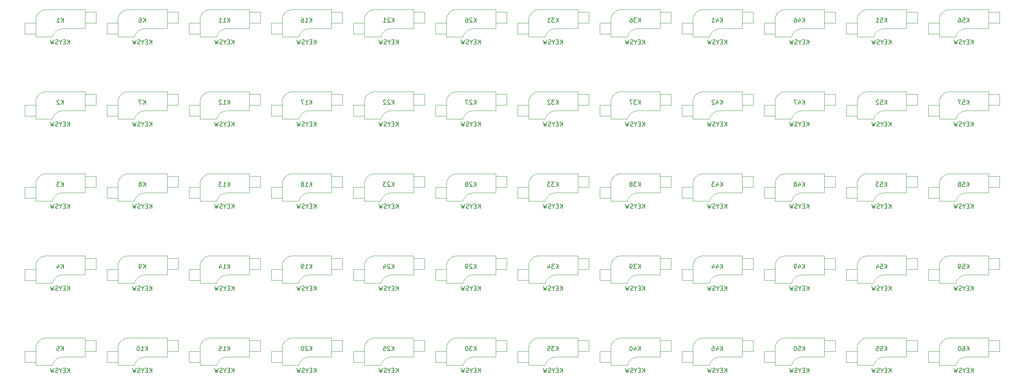
<source format=gbr>
%TF.GenerationSoftware,KiCad,Pcbnew,5.1.10*%
%TF.CreationDate,2021-06-15T19:04:48-05:00*%
%TF.ProjectId,olkbd_ble,6f6c6b62-645f-4626-9c65-2e6b69636164,rev?*%
%TF.SameCoordinates,Original*%
%TF.FileFunction,Other,Fab,Bot*%
%FSLAX46Y46*%
G04 Gerber Fmt 4.6, Leading zero omitted, Abs format (unit mm)*
G04 Created by KiCad (PCBNEW 5.1.10) date 2021-06-15 19:04:48*
%MOMM*%
%LPD*%
G01*
G04 APERTURE LIST*
%ADD10C,0.120000*%
%ADD11C,0.150000*%
G04 APERTURE END LIST*
D10*
%TO.C,K32*%
X226874500Y-182690500D02*
X230684500Y-182690500D01*
X226874500Y-182690500D02*
X226874500Y-178880500D01*
X229414500Y-176340500D02*
X238304500Y-176340500D01*
X238304500Y-176340500D02*
X238304500Y-180785500D01*
X238304500Y-180785500D02*
X233224500Y-180785500D01*
X238304500Y-176975500D02*
X240844500Y-176975500D01*
X240844500Y-176975500D02*
X240844500Y-179515500D01*
X240844500Y-179515500D02*
X238304500Y-179515500D01*
X226874500Y-182055500D02*
X224334500Y-182055500D01*
X224334500Y-182055500D02*
X224334500Y-179515500D01*
X224334500Y-179515500D02*
X226874500Y-179515500D01*
X230760338Y-182709460D02*
G75*
G02*
X233224500Y-180785500I2464162J-616040D01*
G01*
X226874500Y-178880500D02*
G75*
G02*
X229414500Y-176340500I2540000J0D01*
G01*
%TO.C,K33*%
X226874500Y-201740500D02*
X230684500Y-201740500D01*
X226874500Y-201740500D02*
X226874500Y-197930500D01*
X229414500Y-195390500D02*
X238304500Y-195390500D01*
X238304500Y-195390500D02*
X238304500Y-199835500D01*
X238304500Y-199835500D02*
X233224500Y-199835500D01*
X238304500Y-196025500D02*
X240844500Y-196025500D01*
X240844500Y-196025500D02*
X240844500Y-198565500D01*
X240844500Y-198565500D02*
X238304500Y-198565500D01*
X226874500Y-201105500D02*
X224334500Y-201105500D01*
X224334500Y-201105500D02*
X224334500Y-198565500D01*
X224334500Y-198565500D02*
X226874500Y-198565500D01*
X230760338Y-201759460D02*
G75*
G02*
X233224500Y-199835500I2464162J-616040D01*
G01*
X226874500Y-197930500D02*
G75*
G02*
X229414500Y-195390500I2540000J0D01*
G01*
%TO.C,K42*%
X264974500Y-182690500D02*
X268784500Y-182690500D01*
X264974500Y-182690500D02*
X264974500Y-178880500D01*
X267514500Y-176340500D02*
X276404500Y-176340500D01*
X276404500Y-176340500D02*
X276404500Y-180785500D01*
X276404500Y-180785500D02*
X271324500Y-180785500D01*
X276404500Y-176975500D02*
X278944500Y-176975500D01*
X278944500Y-176975500D02*
X278944500Y-179515500D01*
X278944500Y-179515500D02*
X276404500Y-179515500D01*
X264974500Y-182055500D02*
X262434500Y-182055500D01*
X262434500Y-182055500D02*
X262434500Y-179515500D01*
X262434500Y-179515500D02*
X264974500Y-179515500D01*
X268860338Y-182709460D02*
G75*
G02*
X271324500Y-180785500I2464162J-616040D01*
G01*
X264974500Y-178880500D02*
G75*
G02*
X267514500Y-176340500I2540000J0D01*
G01*
%TO.C,K31*%
X226874500Y-163640500D02*
X230684500Y-163640500D01*
X226874500Y-163640500D02*
X226874500Y-159830500D01*
X229414500Y-157290500D02*
X238304500Y-157290500D01*
X238304500Y-157290500D02*
X238304500Y-161735500D01*
X238304500Y-161735500D02*
X233224500Y-161735500D01*
X238304500Y-157925500D02*
X240844500Y-157925500D01*
X240844500Y-157925500D02*
X240844500Y-160465500D01*
X240844500Y-160465500D02*
X238304500Y-160465500D01*
X226874500Y-163005500D02*
X224334500Y-163005500D01*
X224334500Y-163005500D02*
X224334500Y-160465500D01*
X224334500Y-160465500D02*
X226874500Y-160465500D01*
X230760338Y-163659460D02*
G75*
G02*
X233224500Y-161735500I2464162J-616040D01*
G01*
X226874500Y-159830500D02*
G75*
G02*
X229414500Y-157290500I2540000J0D01*
G01*
%TO.C,K24*%
X188774500Y-220790500D02*
X192584500Y-220790500D01*
X188774500Y-220790500D02*
X188774500Y-216980500D01*
X191314500Y-214440500D02*
X200204500Y-214440500D01*
X200204500Y-214440500D02*
X200204500Y-218885500D01*
X200204500Y-218885500D02*
X195124500Y-218885500D01*
X200204500Y-215075500D02*
X202744500Y-215075500D01*
X202744500Y-215075500D02*
X202744500Y-217615500D01*
X202744500Y-217615500D02*
X200204500Y-217615500D01*
X188774500Y-220155500D02*
X186234500Y-220155500D01*
X186234500Y-220155500D02*
X186234500Y-217615500D01*
X186234500Y-217615500D02*
X188774500Y-217615500D01*
X192660338Y-220809460D02*
G75*
G02*
X195124500Y-218885500I2464162J-616040D01*
G01*
X188774500Y-216980500D02*
G75*
G02*
X191314500Y-214440500I2540000J0D01*
G01*
%TO.C,K41*%
X264974500Y-163640500D02*
X268784500Y-163640500D01*
X264974500Y-163640500D02*
X264974500Y-159830500D01*
X267514500Y-157290500D02*
X276404500Y-157290500D01*
X276404500Y-157290500D02*
X276404500Y-161735500D01*
X276404500Y-161735500D02*
X271324500Y-161735500D01*
X276404500Y-157925500D02*
X278944500Y-157925500D01*
X278944500Y-157925500D02*
X278944500Y-160465500D01*
X278944500Y-160465500D02*
X276404500Y-160465500D01*
X264974500Y-163005500D02*
X262434500Y-163005500D01*
X262434500Y-163005500D02*
X262434500Y-160465500D01*
X262434500Y-160465500D02*
X264974500Y-160465500D01*
X268860338Y-163659460D02*
G75*
G02*
X271324500Y-161735500I2464162J-616040D01*
G01*
X264974500Y-159830500D02*
G75*
G02*
X267514500Y-157290500I2540000J0D01*
G01*
%TO.C,K34*%
X226874500Y-220790500D02*
X230684500Y-220790500D01*
X226874500Y-220790500D02*
X226874500Y-216980500D01*
X229414500Y-214440500D02*
X238304500Y-214440500D01*
X238304500Y-214440500D02*
X238304500Y-218885500D01*
X238304500Y-218885500D02*
X233224500Y-218885500D01*
X238304500Y-215075500D02*
X240844500Y-215075500D01*
X240844500Y-215075500D02*
X240844500Y-217615500D01*
X240844500Y-217615500D02*
X238304500Y-217615500D01*
X226874500Y-220155500D02*
X224334500Y-220155500D01*
X224334500Y-220155500D02*
X224334500Y-217615500D01*
X224334500Y-217615500D02*
X226874500Y-217615500D01*
X230760338Y-220809460D02*
G75*
G02*
X233224500Y-218885500I2464162J-616040D01*
G01*
X226874500Y-216980500D02*
G75*
G02*
X229414500Y-214440500I2540000J0D01*
G01*
%TO.C,K23*%
X188774500Y-201740500D02*
X192584500Y-201740500D01*
X188774500Y-201740500D02*
X188774500Y-197930500D01*
X191314500Y-195390500D02*
X200204500Y-195390500D01*
X200204500Y-195390500D02*
X200204500Y-199835500D01*
X200204500Y-199835500D02*
X195124500Y-199835500D01*
X200204500Y-196025500D02*
X202744500Y-196025500D01*
X202744500Y-196025500D02*
X202744500Y-198565500D01*
X202744500Y-198565500D02*
X200204500Y-198565500D01*
X188774500Y-201105500D02*
X186234500Y-201105500D01*
X186234500Y-201105500D02*
X186234500Y-198565500D01*
X186234500Y-198565500D02*
X188774500Y-198565500D01*
X192660338Y-201759460D02*
G75*
G02*
X195124500Y-199835500I2464162J-616040D01*
G01*
X188774500Y-197930500D02*
G75*
G02*
X191314500Y-195390500I2540000J0D01*
G01*
%TO.C,K19*%
X169724500Y-220790500D02*
X173534500Y-220790500D01*
X169724500Y-220790500D02*
X169724500Y-216980500D01*
X172264500Y-214440500D02*
X181154500Y-214440500D01*
X181154500Y-214440500D02*
X181154500Y-218885500D01*
X181154500Y-218885500D02*
X176074500Y-218885500D01*
X181154500Y-215075500D02*
X183694500Y-215075500D01*
X183694500Y-215075500D02*
X183694500Y-217615500D01*
X183694500Y-217615500D02*
X181154500Y-217615500D01*
X169724500Y-220155500D02*
X167184500Y-220155500D01*
X167184500Y-220155500D02*
X167184500Y-217615500D01*
X167184500Y-217615500D02*
X169724500Y-217615500D01*
X173610338Y-220809460D02*
G75*
G02*
X176074500Y-218885500I2464162J-616040D01*
G01*
X169724500Y-216980500D02*
G75*
G02*
X172264500Y-214440500I2540000J0D01*
G01*
%TO.C,K22*%
X188774500Y-182690500D02*
X192584500Y-182690500D01*
X188774500Y-182690500D02*
X188774500Y-178880500D01*
X191314500Y-176340500D02*
X200204500Y-176340500D01*
X200204500Y-176340500D02*
X200204500Y-180785500D01*
X200204500Y-180785500D02*
X195124500Y-180785500D01*
X200204500Y-176975500D02*
X202744500Y-176975500D01*
X202744500Y-176975500D02*
X202744500Y-179515500D01*
X202744500Y-179515500D02*
X200204500Y-179515500D01*
X188774500Y-182055500D02*
X186234500Y-182055500D01*
X186234500Y-182055500D02*
X186234500Y-179515500D01*
X186234500Y-179515500D02*
X188774500Y-179515500D01*
X192660338Y-182709460D02*
G75*
G02*
X195124500Y-180785500I2464162J-616040D01*
G01*
X188774500Y-178880500D02*
G75*
G02*
X191314500Y-176340500I2540000J0D01*
G01*
%TO.C,K45*%
X264974500Y-239840500D02*
X268784500Y-239840500D01*
X264974500Y-239840500D02*
X264974500Y-236030500D01*
X267514500Y-233490500D02*
X276404500Y-233490500D01*
X276404500Y-233490500D02*
X276404500Y-237935500D01*
X276404500Y-237935500D02*
X271324500Y-237935500D01*
X276404500Y-234125500D02*
X278944500Y-234125500D01*
X278944500Y-234125500D02*
X278944500Y-236665500D01*
X278944500Y-236665500D02*
X276404500Y-236665500D01*
X264974500Y-239205500D02*
X262434500Y-239205500D01*
X262434500Y-239205500D02*
X262434500Y-236665500D01*
X262434500Y-236665500D02*
X264974500Y-236665500D01*
X268860338Y-239859460D02*
G75*
G02*
X271324500Y-237935500I2464162J-616040D01*
G01*
X264974500Y-236030500D02*
G75*
G02*
X267514500Y-233490500I2540000J0D01*
G01*
%TO.C,K20*%
X169724500Y-239840500D02*
X173534500Y-239840500D01*
X169724500Y-239840500D02*
X169724500Y-236030500D01*
X172264500Y-233490500D02*
X181154500Y-233490500D01*
X181154500Y-233490500D02*
X181154500Y-237935500D01*
X181154500Y-237935500D02*
X176074500Y-237935500D01*
X181154500Y-234125500D02*
X183694500Y-234125500D01*
X183694500Y-234125500D02*
X183694500Y-236665500D01*
X183694500Y-236665500D02*
X181154500Y-236665500D01*
X169724500Y-239205500D02*
X167184500Y-239205500D01*
X167184500Y-239205500D02*
X167184500Y-236665500D01*
X167184500Y-236665500D02*
X169724500Y-236665500D01*
X173610338Y-239859460D02*
G75*
G02*
X176074500Y-237935500I2464162J-616040D01*
G01*
X169724500Y-236030500D02*
G75*
G02*
X172264500Y-233490500I2540000J0D01*
G01*
%TO.C,K30*%
X207824500Y-239840500D02*
X211634500Y-239840500D01*
X207824500Y-239840500D02*
X207824500Y-236030500D01*
X210364500Y-233490500D02*
X219254500Y-233490500D01*
X219254500Y-233490500D02*
X219254500Y-237935500D01*
X219254500Y-237935500D02*
X214174500Y-237935500D01*
X219254500Y-234125500D02*
X221794500Y-234125500D01*
X221794500Y-234125500D02*
X221794500Y-236665500D01*
X221794500Y-236665500D02*
X219254500Y-236665500D01*
X207824500Y-239205500D02*
X205284500Y-239205500D01*
X205284500Y-239205500D02*
X205284500Y-236665500D01*
X205284500Y-236665500D02*
X207824500Y-236665500D01*
X211710338Y-239859460D02*
G75*
G02*
X214174500Y-237935500I2464162J-616040D01*
G01*
X207824500Y-236030500D02*
G75*
G02*
X210364500Y-233490500I2540000J0D01*
G01*
%TO.C,K28*%
X207824500Y-201740500D02*
X211634500Y-201740500D01*
X207824500Y-201740500D02*
X207824500Y-197930500D01*
X210364500Y-195390500D02*
X219254500Y-195390500D01*
X219254500Y-195390500D02*
X219254500Y-199835500D01*
X219254500Y-199835500D02*
X214174500Y-199835500D01*
X219254500Y-196025500D02*
X221794500Y-196025500D01*
X221794500Y-196025500D02*
X221794500Y-198565500D01*
X221794500Y-198565500D02*
X219254500Y-198565500D01*
X207824500Y-201105500D02*
X205284500Y-201105500D01*
X205284500Y-201105500D02*
X205284500Y-198565500D01*
X205284500Y-198565500D02*
X207824500Y-198565500D01*
X211710338Y-201759460D02*
G75*
G02*
X214174500Y-199835500I2464162J-616040D01*
G01*
X207824500Y-197930500D02*
G75*
G02*
X210364500Y-195390500I2540000J0D01*
G01*
%TO.C,K25*%
X188774500Y-239840500D02*
X192584500Y-239840500D01*
X188774500Y-239840500D02*
X188774500Y-236030500D01*
X191314500Y-233490500D02*
X200204500Y-233490500D01*
X200204500Y-233490500D02*
X200204500Y-237935500D01*
X200204500Y-237935500D02*
X195124500Y-237935500D01*
X200204500Y-234125500D02*
X202744500Y-234125500D01*
X202744500Y-234125500D02*
X202744500Y-236665500D01*
X202744500Y-236665500D02*
X200204500Y-236665500D01*
X188774500Y-239205500D02*
X186234500Y-239205500D01*
X186234500Y-239205500D02*
X186234500Y-236665500D01*
X186234500Y-236665500D02*
X188774500Y-236665500D01*
X192660338Y-239859460D02*
G75*
G02*
X195124500Y-237935500I2464162J-616040D01*
G01*
X188774500Y-236030500D02*
G75*
G02*
X191314500Y-233490500I2540000J0D01*
G01*
%TO.C,K51*%
X303074500Y-163640500D02*
X306884500Y-163640500D01*
X303074500Y-163640500D02*
X303074500Y-159830500D01*
X305614500Y-157290500D02*
X314504500Y-157290500D01*
X314504500Y-157290500D02*
X314504500Y-161735500D01*
X314504500Y-161735500D02*
X309424500Y-161735500D01*
X314504500Y-157925500D02*
X317044500Y-157925500D01*
X317044500Y-157925500D02*
X317044500Y-160465500D01*
X317044500Y-160465500D02*
X314504500Y-160465500D01*
X303074500Y-163005500D02*
X300534500Y-163005500D01*
X300534500Y-163005500D02*
X300534500Y-160465500D01*
X300534500Y-160465500D02*
X303074500Y-160465500D01*
X306960338Y-163659460D02*
G75*
G02*
X309424500Y-161735500I2464162J-616040D01*
G01*
X303074500Y-159830500D02*
G75*
G02*
X305614500Y-157290500I2540000J0D01*
G01*
%TO.C,K10*%
X131624500Y-239840500D02*
X135434500Y-239840500D01*
X131624500Y-239840500D02*
X131624500Y-236030500D01*
X134164500Y-233490500D02*
X143054500Y-233490500D01*
X143054500Y-233490500D02*
X143054500Y-237935500D01*
X143054500Y-237935500D02*
X137974500Y-237935500D01*
X143054500Y-234125500D02*
X145594500Y-234125500D01*
X145594500Y-234125500D02*
X145594500Y-236665500D01*
X145594500Y-236665500D02*
X143054500Y-236665500D01*
X131624500Y-239205500D02*
X129084500Y-239205500D01*
X129084500Y-239205500D02*
X129084500Y-236665500D01*
X129084500Y-236665500D02*
X131624500Y-236665500D01*
X135510338Y-239859460D02*
G75*
G02*
X137974500Y-237935500I2464162J-616040D01*
G01*
X131624500Y-236030500D02*
G75*
G02*
X134164500Y-233490500I2540000J0D01*
G01*
%TO.C,K57*%
X322124500Y-182690500D02*
X325934500Y-182690500D01*
X322124500Y-182690500D02*
X322124500Y-178880500D01*
X324664500Y-176340500D02*
X333554500Y-176340500D01*
X333554500Y-176340500D02*
X333554500Y-180785500D01*
X333554500Y-180785500D02*
X328474500Y-180785500D01*
X333554500Y-176975500D02*
X336094500Y-176975500D01*
X336094500Y-176975500D02*
X336094500Y-179515500D01*
X336094500Y-179515500D02*
X333554500Y-179515500D01*
X322124500Y-182055500D02*
X319584500Y-182055500D01*
X319584500Y-182055500D02*
X319584500Y-179515500D01*
X319584500Y-179515500D02*
X322124500Y-179515500D01*
X326010338Y-182709460D02*
G75*
G02*
X328474500Y-180785500I2464162J-616040D01*
G01*
X322124500Y-178880500D02*
G75*
G02*
X324664500Y-176340500I2540000J0D01*
G01*
%TO.C,K58*%
X322124500Y-201740500D02*
X325934500Y-201740500D01*
X322124500Y-201740500D02*
X322124500Y-197930500D01*
X324664500Y-195390500D02*
X333554500Y-195390500D01*
X333554500Y-195390500D02*
X333554500Y-199835500D01*
X333554500Y-199835500D02*
X328474500Y-199835500D01*
X333554500Y-196025500D02*
X336094500Y-196025500D01*
X336094500Y-196025500D02*
X336094500Y-198565500D01*
X336094500Y-198565500D02*
X333554500Y-198565500D01*
X322124500Y-201105500D02*
X319584500Y-201105500D01*
X319584500Y-201105500D02*
X319584500Y-198565500D01*
X319584500Y-198565500D02*
X322124500Y-198565500D01*
X326010338Y-201759460D02*
G75*
G02*
X328474500Y-199835500I2464162J-616040D01*
G01*
X322124500Y-197930500D02*
G75*
G02*
X324664500Y-195390500I2540000J0D01*
G01*
%TO.C,K56*%
X322124500Y-163640500D02*
X325934500Y-163640500D01*
X322124500Y-163640500D02*
X322124500Y-159830500D01*
X324664500Y-157290500D02*
X333554500Y-157290500D01*
X333554500Y-157290500D02*
X333554500Y-161735500D01*
X333554500Y-161735500D02*
X328474500Y-161735500D01*
X333554500Y-157925500D02*
X336094500Y-157925500D01*
X336094500Y-157925500D02*
X336094500Y-160465500D01*
X336094500Y-160465500D02*
X333554500Y-160465500D01*
X322124500Y-163005500D02*
X319584500Y-163005500D01*
X319584500Y-163005500D02*
X319584500Y-160465500D01*
X319584500Y-160465500D02*
X322124500Y-160465500D01*
X326010338Y-163659460D02*
G75*
G02*
X328474500Y-161735500I2464162J-616040D01*
G01*
X322124500Y-159830500D02*
G75*
G02*
X324664500Y-157290500I2540000J0D01*
G01*
%TO.C,K17*%
X169724500Y-182690500D02*
X173534500Y-182690500D01*
X169724500Y-182690500D02*
X169724500Y-178880500D01*
X172264500Y-176340500D02*
X181154500Y-176340500D01*
X181154500Y-176340500D02*
X181154500Y-180785500D01*
X181154500Y-180785500D02*
X176074500Y-180785500D01*
X181154500Y-176975500D02*
X183694500Y-176975500D01*
X183694500Y-176975500D02*
X183694500Y-179515500D01*
X183694500Y-179515500D02*
X181154500Y-179515500D01*
X169724500Y-182055500D02*
X167184500Y-182055500D01*
X167184500Y-182055500D02*
X167184500Y-179515500D01*
X167184500Y-179515500D02*
X169724500Y-179515500D01*
X173610338Y-182709460D02*
G75*
G02*
X176074500Y-180785500I2464162J-616040D01*
G01*
X169724500Y-178880500D02*
G75*
G02*
X172264500Y-176340500I2540000J0D01*
G01*
%TO.C,K43*%
X264974500Y-201740500D02*
X268784500Y-201740500D01*
X264974500Y-201740500D02*
X264974500Y-197930500D01*
X267514500Y-195390500D02*
X276404500Y-195390500D01*
X276404500Y-195390500D02*
X276404500Y-199835500D01*
X276404500Y-199835500D02*
X271324500Y-199835500D01*
X276404500Y-196025500D02*
X278944500Y-196025500D01*
X278944500Y-196025500D02*
X278944500Y-198565500D01*
X278944500Y-198565500D02*
X276404500Y-198565500D01*
X264974500Y-201105500D02*
X262434500Y-201105500D01*
X262434500Y-201105500D02*
X262434500Y-198565500D01*
X262434500Y-198565500D02*
X264974500Y-198565500D01*
X268860338Y-201759460D02*
G75*
G02*
X271324500Y-199835500I2464162J-616040D01*
G01*
X264974500Y-197930500D02*
G75*
G02*
X267514500Y-195390500I2540000J0D01*
G01*
%TO.C,K39*%
X245924500Y-220790500D02*
X249734500Y-220790500D01*
X245924500Y-220790500D02*
X245924500Y-216980500D01*
X248464500Y-214440500D02*
X257354500Y-214440500D01*
X257354500Y-214440500D02*
X257354500Y-218885500D01*
X257354500Y-218885500D02*
X252274500Y-218885500D01*
X257354500Y-215075500D02*
X259894500Y-215075500D01*
X259894500Y-215075500D02*
X259894500Y-217615500D01*
X259894500Y-217615500D02*
X257354500Y-217615500D01*
X245924500Y-220155500D02*
X243384500Y-220155500D01*
X243384500Y-220155500D02*
X243384500Y-217615500D01*
X243384500Y-217615500D02*
X245924500Y-217615500D01*
X249810338Y-220809460D02*
G75*
G02*
X252274500Y-218885500I2464162J-616040D01*
G01*
X245924500Y-216980500D02*
G75*
G02*
X248464500Y-214440500I2540000J0D01*
G01*
%TO.C,K18*%
X169724500Y-201740500D02*
X173534500Y-201740500D01*
X169724500Y-201740500D02*
X169724500Y-197930500D01*
X172264500Y-195390500D02*
X181154500Y-195390500D01*
X181154500Y-195390500D02*
X181154500Y-199835500D01*
X181154500Y-199835500D02*
X176074500Y-199835500D01*
X181154500Y-196025500D02*
X183694500Y-196025500D01*
X183694500Y-196025500D02*
X183694500Y-198565500D01*
X183694500Y-198565500D02*
X181154500Y-198565500D01*
X169724500Y-201105500D02*
X167184500Y-201105500D01*
X167184500Y-201105500D02*
X167184500Y-198565500D01*
X167184500Y-198565500D02*
X169724500Y-198565500D01*
X173610338Y-201759460D02*
G75*
G02*
X176074500Y-199835500I2464162J-616040D01*
G01*
X169724500Y-197930500D02*
G75*
G02*
X172264500Y-195390500I2540000J0D01*
G01*
%TO.C,K3*%
X112574500Y-201740500D02*
X116384500Y-201740500D01*
X112574500Y-201740500D02*
X112574500Y-197930500D01*
X115114500Y-195390500D02*
X124004500Y-195390500D01*
X124004500Y-195390500D02*
X124004500Y-199835500D01*
X124004500Y-199835500D02*
X118924500Y-199835500D01*
X124004500Y-196025500D02*
X126544500Y-196025500D01*
X126544500Y-196025500D02*
X126544500Y-198565500D01*
X126544500Y-198565500D02*
X124004500Y-198565500D01*
X112574500Y-201105500D02*
X110034500Y-201105500D01*
X110034500Y-201105500D02*
X110034500Y-198565500D01*
X110034500Y-198565500D02*
X112574500Y-198565500D01*
X116460338Y-201759460D02*
G75*
G02*
X118924500Y-199835500I2464162J-616040D01*
G01*
X112574500Y-197930500D02*
G75*
G02*
X115114500Y-195390500I2540000J0D01*
G01*
%TO.C,K48*%
X284024500Y-201740500D02*
X287834500Y-201740500D01*
X284024500Y-201740500D02*
X284024500Y-197930500D01*
X286564500Y-195390500D02*
X295454500Y-195390500D01*
X295454500Y-195390500D02*
X295454500Y-199835500D01*
X295454500Y-199835500D02*
X290374500Y-199835500D01*
X295454500Y-196025500D02*
X297994500Y-196025500D01*
X297994500Y-196025500D02*
X297994500Y-198565500D01*
X297994500Y-198565500D02*
X295454500Y-198565500D01*
X284024500Y-201105500D02*
X281484500Y-201105500D01*
X281484500Y-201105500D02*
X281484500Y-198565500D01*
X281484500Y-198565500D02*
X284024500Y-198565500D01*
X287910338Y-201759460D02*
G75*
G02*
X290374500Y-199835500I2464162J-616040D01*
G01*
X284024500Y-197930500D02*
G75*
G02*
X286564500Y-195390500I2540000J0D01*
G01*
%TO.C,K6*%
X131624500Y-163640500D02*
X135434500Y-163640500D01*
X131624500Y-163640500D02*
X131624500Y-159830500D01*
X134164500Y-157290500D02*
X143054500Y-157290500D01*
X143054500Y-157290500D02*
X143054500Y-161735500D01*
X143054500Y-161735500D02*
X137974500Y-161735500D01*
X143054500Y-157925500D02*
X145594500Y-157925500D01*
X145594500Y-157925500D02*
X145594500Y-160465500D01*
X145594500Y-160465500D02*
X143054500Y-160465500D01*
X131624500Y-163005500D02*
X129084500Y-163005500D01*
X129084500Y-163005500D02*
X129084500Y-160465500D01*
X129084500Y-160465500D02*
X131624500Y-160465500D01*
X135510338Y-163659460D02*
G75*
G02*
X137974500Y-161735500I2464162J-616040D01*
G01*
X131624500Y-159830500D02*
G75*
G02*
X134164500Y-157290500I2540000J0D01*
G01*
%TO.C,K7*%
X131624500Y-182690500D02*
X135434500Y-182690500D01*
X131624500Y-182690500D02*
X131624500Y-178880500D01*
X134164500Y-176340500D02*
X143054500Y-176340500D01*
X143054500Y-176340500D02*
X143054500Y-180785500D01*
X143054500Y-180785500D02*
X137974500Y-180785500D01*
X143054500Y-176975500D02*
X145594500Y-176975500D01*
X145594500Y-176975500D02*
X145594500Y-179515500D01*
X145594500Y-179515500D02*
X143054500Y-179515500D01*
X131624500Y-182055500D02*
X129084500Y-182055500D01*
X129084500Y-182055500D02*
X129084500Y-179515500D01*
X129084500Y-179515500D02*
X131624500Y-179515500D01*
X135510338Y-182709460D02*
G75*
G02*
X137974500Y-180785500I2464162J-616040D01*
G01*
X131624500Y-178880500D02*
G75*
G02*
X134164500Y-176340500I2540000J0D01*
G01*
%TO.C,K53*%
X303074500Y-201740500D02*
X306884500Y-201740500D01*
X303074500Y-201740500D02*
X303074500Y-197930500D01*
X305614500Y-195390500D02*
X314504500Y-195390500D01*
X314504500Y-195390500D02*
X314504500Y-199835500D01*
X314504500Y-199835500D02*
X309424500Y-199835500D01*
X314504500Y-196025500D02*
X317044500Y-196025500D01*
X317044500Y-196025500D02*
X317044500Y-198565500D01*
X317044500Y-198565500D02*
X314504500Y-198565500D01*
X303074500Y-201105500D02*
X300534500Y-201105500D01*
X300534500Y-201105500D02*
X300534500Y-198565500D01*
X300534500Y-198565500D02*
X303074500Y-198565500D01*
X306960338Y-201759460D02*
G75*
G02*
X309424500Y-199835500I2464162J-616040D01*
G01*
X303074500Y-197930500D02*
G75*
G02*
X305614500Y-195390500I2540000J0D01*
G01*
%TO.C,K16*%
X169724500Y-163640500D02*
X173534500Y-163640500D01*
X169724500Y-163640500D02*
X169724500Y-159830500D01*
X172264500Y-157290500D02*
X181154500Y-157290500D01*
X181154500Y-157290500D02*
X181154500Y-161735500D01*
X181154500Y-161735500D02*
X176074500Y-161735500D01*
X181154500Y-157925500D02*
X183694500Y-157925500D01*
X183694500Y-157925500D02*
X183694500Y-160465500D01*
X183694500Y-160465500D02*
X181154500Y-160465500D01*
X169724500Y-163005500D02*
X167184500Y-163005500D01*
X167184500Y-163005500D02*
X167184500Y-160465500D01*
X167184500Y-160465500D02*
X169724500Y-160465500D01*
X173610338Y-163659460D02*
G75*
G02*
X176074500Y-161735500I2464162J-616040D01*
G01*
X169724500Y-159830500D02*
G75*
G02*
X172264500Y-157290500I2540000J0D01*
G01*
%TO.C,K54*%
X303074500Y-220790500D02*
X306884500Y-220790500D01*
X303074500Y-220790500D02*
X303074500Y-216980500D01*
X305614500Y-214440500D02*
X314504500Y-214440500D01*
X314504500Y-214440500D02*
X314504500Y-218885500D01*
X314504500Y-218885500D02*
X309424500Y-218885500D01*
X314504500Y-215075500D02*
X317044500Y-215075500D01*
X317044500Y-215075500D02*
X317044500Y-217615500D01*
X317044500Y-217615500D02*
X314504500Y-217615500D01*
X303074500Y-220155500D02*
X300534500Y-220155500D01*
X300534500Y-220155500D02*
X300534500Y-217615500D01*
X300534500Y-217615500D02*
X303074500Y-217615500D01*
X306960338Y-220809460D02*
G75*
G02*
X309424500Y-218885500I2464162J-616040D01*
G01*
X303074500Y-216980500D02*
G75*
G02*
X305614500Y-214440500I2540000J0D01*
G01*
%TO.C,K36*%
X245924500Y-163640500D02*
X249734500Y-163640500D01*
X245924500Y-163640500D02*
X245924500Y-159830500D01*
X248464500Y-157290500D02*
X257354500Y-157290500D01*
X257354500Y-157290500D02*
X257354500Y-161735500D01*
X257354500Y-161735500D02*
X252274500Y-161735500D01*
X257354500Y-157925500D02*
X259894500Y-157925500D01*
X259894500Y-157925500D02*
X259894500Y-160465500D01*
X259894500Y-160465500D02*
X257354500Y-160465500D01*
X245924500Y-163005500D02*
X243384500Y-163005500D01*
X243384500Y-163005500D02*
X243384500Y-160465500D01*
X243384500Y-160465500D02*
X245924500Y-160465500D01*
X249810338Y-163659460D02*
G75*
G02*
X252274500Y-161735500I2464162J-616040D01*
G01*
X245924500Y-159830500D02*
G75*
G02*
X248464500Y-157290500I2540000J0D01*
G01*
%TO.C,K27*%
X207824500Y-182690500D02*
X211634500Y-182690500D01*
X207824500Y-182690500D02*
X207824500Y-178880500D01*
X210364500Y-176340500D02*
X219254500Y-176340500D01*
X219254500Y-176340500D02*
X219254500Y-180785500D01*
X219254500Y-180785500D02*
X214174500Y-180785500D01*
X219254500Y-176975500D02*
X221794500Y-176975500D01*
X221794500Y-176975500D02*
X221794500Y-179515500D01*
X221794500Y-179515500D02*
X219254500Y-179515500D01*
X207824500Y-182055500D02*
X205284500Y-182055500D01*
X205284500Y-182055500D02*
X205284500Y-179515500D01*
X205284500Y-179515500D02*
X207824500Y-179515500D01*
X211710338Y-182709460D02*
G75*
G02*
X214174500Y-180785500I2464162J-616040D01*
G01*
X207824500Y-178880500D02*
G75*
G02*
X210364500Y-176340500I2540000J0D01*
G01*
%TO.C,K26*%
X207824500Y-163640500D02*
X211634500Y-163640500D01*
X207824500Y-163640500D02*
X207824500Y-159830500D01*
X210364500Y-157290500D02*
X219254500Y-157290500D01*
X219254500Y-157290500D02*
X219254500Y-161735500D01*
X219254500Y-161735500D02*
X214174500Y-161735500D01*
X219254500Y-157925500D02*
X221794500Y-157925500D01*
X221794500Y-157925500D02*
X221794500Y-160465500D01*
X221794500Y-160465500D02*
X219254500Y-160465500D01*
X207824500Y-163005500D02*
X205284500Y-163005500D01*
X205284500Y-163005500D02*
X205284500Y-160465500D01*
X205284500Y-160465500D02*
X207824500Y-160465500D01*
X211710338Y-163659460D02*
G75*
G02*
X214174500Y-161735500I2464162J-616040D01*
G01*
X207824500Y-159830500D02*
G75*
G02*
X210364500Y-157290500I2540000J0D01*
G01*
%TO.C,K37*%
X245924500Y-182690500D02*
X249734500Y-182690500D01*
X245924500Y-182690500D02*
X245924500Y-178880500D01*
X248464500Y-176340500D02*
X257354500Y-176340500D01*
X257354500Y-176340500D02*
X257354500Y-180785500D01*
X257354500Y-180785500D02*
X252274500Y-180785500D01*
X257354500Y-176975500D02*
X259894500Y-176975500D01*
X259894500Y-176975500D02*
X259894500Y-179515500D01*
X259894500Y-179515500D02*
X257354500Y-179515500D01*
X245924500Y-182055500D02*
X243384500Y-182055500D01*
X243384500Y-182055500D02*
X243384500Y-179515500D01*
X243384500Y-179515500D02*
X245924500Y-179515500D01*
X249810338Y-182709460D02*
G75*
G02*
X252274500Y-180785500I2464162J-616040D01*
G01*
X245924500Y-178880500D02*
G75*
G02*
X248464500Y-176340500I2540000J0D01*
G01*
%TO.C,K44*%
X264974500Y-220790500D02*
X268784500Y-220790500D01*
X264974500Y-220790500D02*
X264974500Y-216980500D01*
X267514500Y-214440500D02*
X276404500Y-214440500D01*
X276404500Y-214440500D02*
X276404500Y-218885500D01*
X276404500Y-218885500D02*
X271324500Y-218885500D01*
X276404500Y-215075500D02*
X278944500Y-215075500D01*
X278944500Y-215075500D02*
X278944500Y-217615500D01*
X278944500Y-217615500D02*
X276404500Y-217615500D01*
X264974500Y-220155500D02*
X262434500Y-220155500D01*
X262434500Y-220155500D02*
X262434500Y-217615500D01*
X262434500Y-217615500D02*
X264974500Y-217615500D01*
X268860338Y-220809460D02*
G75*
G02*
X271324500Y-218885500I2464162J-616040D01*
G01*
X264974500Y-216980500D02*
G75*
G02*
X267514500Y-214440500I2540000J0D01*
G01*
%TO.C,K59*%
X322124500Y-220790500D02*
X325934500Y-220790500D01*
X322124500Y-220790500D02*
X322124500Y-216980500D01*
X324664500Y-214440500D02*
X333554500Y-214440500D01*
X333554500Y-214440500D02*
X333554500Y-218885500D01*
X333554500Y-218885500D02*
X328474500Y-218885500D01*
X333554500Y-215075500D02*
X336094500Y-215075500D01*
X336094500Y-215075500D02*
X336094500Y-217615500D01*
X336094500Y-217615500D02*
X333554500Y-217615500D01*
X322124500Y-220155500D02*
X319584500Y-220155500D01*
X319584500Y-220155500D02*
X319584500Y-217615500D01*
X319584500Y-217615500D02*
X322124500Y-217615500D01*
X326010338Y-220809460D02*
G75*
G02*
X328474500Y-218885500I2464162J-616040D01*
G01*
X322124500Y-216980500D02*
G75*
G02*
X324664500Y-214440500I2540000J0D01*
G01*
%TO.C,K11*%
X150674500Y-163640500D02*
X154484500Y-163640500D01*
X150674500Y-163640500D02*
X150674500Y-159830500D01*
X153214500Y-157290500D02*
X162104500Y-157290500D01*
X162104500Y-157290500D02*
X162104500Y-161735500D01*
X162104500Y-161735500D02*
X157024500Y-161735500D01*
X162104500Y-157925500D02*
X164644500Y-157925500D01*
X164644500Y-157925500D02*
X164644500Y-160465500D01*
X164644500Y-160465500D02*
X162104500Y-160465500D01*
X150674500Y-163005500D02*
X148134500Y-163005500D01*
X148134500Y-163005500D02*
X148134500Y-160465500D01*
X148134500Y-160465500D02*
X150674500Y-160465500D01*
X154560338Y-163659460D02*
G75*
G02*
X157024500Y-161735500I2464162J-616040D01*
G01*
X150674500Y-159830500D02*
G75*
G02*
X153214500Y-157290500I2540000J0D01*
G01*
%TO.C,K13*%
X150674500Y-201740500D02*
X154484500Y-201740500D01*
X150674500Y-201740500D02*
X150674500Y-197930500D01*
X153214500Y-195390500D02*
X162104500Y-195390500D01*
X162104500Y-195390500D02*
X162104500Y-199835500D01*
X162104500Y-199835500D02*
X157024500Y-199835500D01*
X162104500Y-196025500D02*
X164644500Y-196025500D01*
X164644500Y-196025500D02*
X164644500Y-198565500D01*
X164644500Y-198565500D02*
X162104500Y-198565500D01*
X150674500Y-201105500D02*
X148134500Y-201105500D01*
X148134500Y-201105500D02*
X148134500Y-198565500D01*
X148134500Y-198565500D02*
X150674500Y-198565500D01*
X154560338Y-201759460D02*
G75*
G02*
X157024500Y-199835500I2464162J-616040D01*
G01*
X150674500Y-197930500D02*
G75*
G02*
X153214500Y-195390500I2540000J0D01*
G01*
%TO.C,K38*%
X245924500Y-201740500D02*
X249734500Y-201740500D01*
X245924500Y-201740500D02*
X245924500Y-197930500D01*
X248464500Y-195390500D02*
X257354500Y-195390500D01*
X257354500Y-195390500D02*
X257354500Y-199835500D01*
X257354500Y-199835500D02*
X252274500Y-199835500D01*
X257354500Y-196025500D02*
X259894500Y-196025500D01*
X259894500Y-196025500D02*
X259894500Y-198565500D01*
X259894500Y-198565500D02*
X257354500Y-198565500D01*
X245924500Y-201105500D02*
X243384500Y-201105500D01*
X243384500Y-201105500D02*
X243384500Y-198565500D01*
X243384500Y-198565500D02*
X245924500Y-198565500D01*
X249810338Y-201759460D02*
G75*
G02*
X252274500Y-199835500I2464162J-616040D01*
G01*
X245924500Y-197930500D02*
G75*
G02*
X248464500Y-195390500I2540000J0D01*
G01*
%TO.C,K49*%
X284024500Y-220790500D02*
X287834500Y-220790500D01*
X284024500Y-220790500D02*
X284024500Y-216980500D01*
X286564500Y-214440500D02*
X295454500Y-214440500D01*
X295454500Y-214440500D02*
X295454500Y-218885500D01*
X295454500Y-218885500D02*
X290374500Y-218885500D01*
X295454500Y-215075500D02*
X297994500Y-215075500D01*
X297994500Y-215075500D02*
X297994500Y-217615500D01*
X297994500Y-217615500D02*
X295454500Y-217615500D01*
X284024500Y-220155500D02*
X281484500Y-220155500D01*
X281484500Y-220155500D02*
X281484500Y-217615500D01*
X281484500Y-217615500D02*
X284024500Y-217615500D01*
X287910338Y-220809460D02*
G75*
G02*
X290374500Y-218885500I2464162J-616040D01*
G01*
X284024500Y-216980500D02*
G75*
G02*
X286564500Y-214440500I2540000J0D01*
G01*
%TO.C,K50*%
X284024500Y-239840500D02*
X287834500Y-239840500D01*
X284024500Y-239840500D02*
X284024500Y-236030500D01*
X286564500Y-233490500D02*
X295454500Y-233490500D01*
X295454500Y-233490500D02*
X295454500Y-237935500D01*
X295454500Y-237935500D02*
X290374500Y-237935500D01*
X295454500Y-234125500D02*
X297994500Y-234125500D01*
X297994500Y-234125500D02*
X297994500Y-236665500D01*
X297994500Y-236665500D02*
X295454500Y-236665500D01*
X284024500Y-239205500D02*
X281484500Y-239205500D01*
X281484500Y-239205500D02*
X281484500Y-236665500D01*
X281484500Y-236665500D02*
X284024500Y-236665500D01*
X287910338Y-239859460D02*
G75*
G02*
X290374500Y-237935500I2464162J-616040D01*
G01*
X284024500Y-236030500D02*
G75*
G02*
X286564500Y-233490500I2540000J0D01*
G01*
%TO.C,K40*%
X245924500Y-239840500D02*
X249734500Y-239840500D01*
X245924500Y-239840500D02*
X245924500Y-236030500D01*
X248464500Y-233490500D02*
X257354500Y-233490500D01*
X257354500Y-233490500D02*
X257354500Y-237935500D01*
X257354500Y-237935500D02*
X252274500Y-237935500D01*
X257354500Y-234125500D02*
X259894500Y-234125500D01*
X259894500Y-234125500D02*
X259894500Y-236665500D01*
X259894500Y-236665500D02*
X257354500Y-236665500D01*
X245924500Y-239205500D02*
X243384500Y-239205500D01*
X243384500Y-239205500D02*
X243384500Y-236665500D01*
X243384500Y-236665500D02*
X245924500Y-236665500D01*
X249810338Y-239859460D02*
G75*
G02*
X252274500Y-237935500I2464162J-616040D01*
G01*
X245924500Y-236030500D02*
G75*
G02*
X248464500Y-233490500I2540000J0D01*
G01*
%TO.C,K29*%
X207824500Y-220790500D02*
X211634500Y-220790500D01*
X207824500Y-220790500D02*
X207824500Y-216980500D01*
X210364500Y-214440500D02*
X219254500Y-214440500D01*
X219254500Y-214440500D02*
X219254500Y-218885500D01*
X219254500Y-218885500D02*
X214174500Y-218885500D01*
X219254500Y-215075500D02*
X221794500Y-215075500D01*
X221794500Y-215075500D02*
X221794500Y-217615500D01*
X221794500Y-217615500D02*
X219254500Y-217615500D01*
X207824500Y-220155500D02*
X205284500Y-220155500D01*
X205284500Y-220155500D02*
X205284500Y-217615500D01*
X205284500Y-217615500D02*
X207824500Y-217615500D01*
X211710338Y-220809460D02*
G75*
G02*
X214174500Y-218885500I2464162J-616040D01*
G01*
X207824500Y-216980500D02*
G75*
G02*
X210364500Y-214440500I2540000J0D01*
G01*
%TO.C,K21*%
X188774500Y-163640500D02*
X192584500Y-163640500D01*
X188774500Y-163640500D02*
X188774500Y-159830500D01*
X191314500Y-157290500D02*
X200204500Y-157290500D01*
X200204500Y-157290500D02*
X200204500Y-161735500D01*
X200204500Y-161735500D02*
X195124500Y-161735500D01*
X200204500Y-157925500D02*
X202744500Y-157925500D01*
X202744500Y-157925500D02*
X202744500Y-160465500D01*
X202744500Y-160465500D02*
X200204500Y-160465500D01*
X188774500Y-163005500D02*
X186234500Y-163005500D01*
X186234500Y-163005500D02*
X186234500Y-160465500D01*
X186234500Y-160465500D02*
X188774500Y-160465500D01*
X192660338Y-163659460D02*
G75*
G02*
X195124500Y-161735500I2464162J-616040D01*
G01*
X188774500Y-159830500D02*
G75*
G02*
X191314500Y-157290500I2540000J0D01*
G01*
%TO.C,K5*%
X112574500Y-239840500D02*
X116384500Y-239840500D01*
X112574500Y-239840500D02*
X112574500Y-236030500D01*
X115114500Y-233490500D02*
X124004500Y-233490500D01*
X124004500Y-233490500D02*
X124004500Y-237935500D01*
X124004500Y-237935500D02*
X118924500Y-237935500D01*
X124004500Y-234125500D02*
X126544500Y-234125500D01*
X126544500Y-234125500D02*
X126544500Y-236665500D01*
X126544500Y-236665500D02*
X124004500Y-236665500D01*
X112574500Y-239205500D02*
X110034500Y-239205500D01*
X110034500Y-239205500D02*
X110034500Y-236665500D01*
X110034500Y-236665500D02*
X112574500Y-236665500D01*
X116460338Y-239859460D02*
G75*
G02*
X118924500Y-237935500I2464162J-616040D01*
G01*
X112574500Y-236030500D02*
G75*
G02*
X115114500Y-233490500I2540000J0D01*
G01*
%TO.C,K4*%
X112574500Y-220790500D02*
X116384500Y-220790500D01*
X112574500Y-220790500D02*
X112574500Y-216980500D01*
X115114500Y-214440500D02*
X124004500Y-214440500D01*
X124004500Y-214440500D02*
X124004500Y-218885500D01*
X124004500Y-218885500D02*
X118924500Y-218885500D01*
X124004500Y-215075500D02*
X126544500Y-215075500D01*
X126544500Y-215075500D02*
X126544500Y-217615500D01*
X126544500Y-217615500D02*
X124004500Y-217615500D01*
X112574500Y-220155500D02*
X110034500Y-220155500D01*
X110034500Y-220155500D02*
X110034500Y-217615500D01*
X110034500Y-217615500D02*
X112574500Y-217615500D01*
X116460338Y-220809460D02*
G75*
G02*
X118924500Y-218885500I2464162J-616040D01*
G01*
X112574500Y-216980500D02*
G75*
G02*
X115114500Y-214440500I2540000J0D01*
G01*
%TO.C,K8*%
X131624500Y-201740500D02*
X135434500Y-201740500D01*
X131624500Y-201740500D02*
X131624500Y-197930500D01*
X134164500Y-195390500D02*
X143054500Y-195390500D01*
X143054500Y-195390500D02*
X143054500Y-199835500D01*
X143054500Y-199835500D02*
X137974500Y-199835500D01*
X143054500Y-196025500D02*
X145594500Y-196025500D01*
X145594500Y-196025500D02*
X145594500Y-198565500D01*
X145594500Y-198565500D02*
X143054500Y-198565500D01*
X131624500Y-201105500D02*
X129084500Y-201105500D01*
X129084500Y-201105500D02*
X129084500Y-198565500D01*
X129084500Y-198565500D02*
X131624500Y-198565500D01*
X135510338Y-201759460D02*
G75*
G02*
X137974500Y-199835500I2464162J-616040D01*
G01*
X131624500Y-197930500D02*
G75*
G02*
X134164500Y-195390500I2540000J0D01*
G01*
%TO.C,K35*%
X226874500Y-239840500D02*
X230684500Y-239840500D01*
X226874500Y-239840500D02*
X226874500Y-236030500D01*
X229414500Y-233490500D02*
X238304500Y-233490500D01*
X238304500Y-233490500D02*
X238304500Y-237935500D01*
X238304500Y-237935500D02*
X233224500Y-237935500D01*
X238304500Y-234125500D02*
X240844500Y-234125500D01*
X240844500Y-234125500D02*
X240844500Y-236665500D01*
X240844500Y-236665500D02*
X238304500Y-236665500D01*
X226874500Y-239205500D02*
X224334500Y-239205500D01*
X224334500Y-239205500D02*
X224334500Y-236665500D01*
X224334500Y-236665500D02*
X226874500Y-236665500D01*
X230760338Y-239859460D02*
G75*
G02*
X233224500Y-237935500I2464162J-616040D01*
G01*
X226874500Y-236030500D02*
G75*
G02*
X229414500Y-233490500I2540000J0D01*
G01*
%TO.C,K52*%
X303074500Y-182690500D02*
X306884500Y-182690500D01*
X303074500Y-182690500D02*
X303074500Y-178880500D01*
X305614500Y-176340500D02*
X314504500Y-176340500D01*
X314504500Y-176340500D02*
X314504500Y-180785500D01*
X314504500Y-180785500D02*
X309424500Y-180785500D01*
X314504500Y-176975500D02*
X317044500Y-176975500D01*
X317044500Y-176975500D02*
X317044500Y-179515500D01*
X317044500Y-179515500D02*
X314504500Y-179515500D01*
X303074500Y-182055500D02*
X300534500Y-182055500D01*
X300534500Y-182055500D02*
X300534500Y-179515500D01*
X300534500Y-179515500D02*
X303074500Y-179515500D01*
X306960338Y-182709460D02*
G75*
G02*
X309424500Y-180785500I2464162J-616040D01*
G01*
X303074500Y-178880500D02*
G75*
G02*
X305614500Y-176340500I2540000J0D01*
G01*
%TO.C,K60*%
X322124500Y-239840500D02*
X325934500Y-239840500D01*
X322124500Y-239840500D02*
X322124500Y-236030500D01*
X324664500Y-233490500D02*
X333554500Y-233490500D01*
X333554500Y-233490500D02*
X333554500Y-237935500D01*
X333554500Y-237935500D02*
X328474500Y-237935500D01*
X333554500Y-234125500D02*
X336094500Y-234125500D01*
X336094500Y-234125500D02*
X336094500Y-236665500D01*
X336094500Y-236665500D02*
X333554500Y-236665500D01*
X322124500Y-239205500D02*
X319584500Y-239205500D01*
X319584500Y-239205500D02*
X319584500Y-236665500D01*
X319584500Y-236665500D02*
X322124500Y-236665500D01*
X326010338Y-239859460D02*
G75*
G02*
X328474500Y-237935500I2464162J-616040D01*
G01*
X322124500Y-236030500D02*
G75*
G02*
X324664500Y-233490500I2540000J0D01*
G01*
%TO.C,K55*%
X303074500Y-239840500D02*
X306884500Y-239840500D01*
X303074500Y-239840500D02*
X303074500Y-236030500D01*
X305614500Y-233490500D02*
X314504500Y-233490500D01*
X314504500Y-233490500D02*
X314504500Y-237935500D01*
X314504500Y-237935500D02*
X309424500Y-237935500D01*
X314504500Y-234125500D02*
X317044500Y-234125500D01*
X317044500Y-234125500D02*
X317044500Y-236665500D01*
X317044500Y-236665500D02*
X314504500Y-236665500D01*
X303074500Y-239205500D02*
X300534500Y-239205500D01*
X300534500Y-239205500D02*
X300534500Y-236665500D01*
X300534500Y-236665500D02*
X303074500Y-236665500D01*
X306960338Y-239859460D02*
G75*
G02*
X309424500Y-237935500I2464162J-616040D01*
G01*
X303074500Y-236030500D02*
G75*
G02*
X305614500Y-233490500I2540000J0D01*
G01*
%TO.C,K12*%
X150674500Y-182690500D02*
X154484500Y-182690500D01*
X150674500Y-182690500D02*
X150674500Y-178880500D01*
X153214500Y-176340500D02*
X162104500Y-176340500D01*
X162104500Y-176340500D02*
X162104500Y-180785500D01*
X162104500Y-180785500D02*
X157024500Y-180785500D01*
X162104500Y-176975500D02*
X164644500Y-176975500D01*
X164644500Y-176975500D02*
X164644500Y-179515500D01*
X164644500Y-179515500D02*
X162104500Y-179515500D01*
X150674500Y-182055500D02*
X148134500Y-182055500D01*
X148134500Y-182055500D02*
X148134500Y-179515500D01*
X148134500Y-179515500D02*
X150674500Y-179515500D01*
X154560338Y-182709460D02*
G75*
G02*
X157024500Y-180785500I2464162J-616040D01*
G01*
X150674500Y-178880500D02*
G75*
G02*
X153214500Y-176340500I2540000J0D01*
G01*
%TO.C,K1*%
X112574500Y-163640500D02*
X116384500Y-163640500D01*
X112574500Y-163640500D02*
X112574500Y-159830500D01*
X115114500Y-157290500D02*
X124004500Y-157290500D01*
X124004500Y-157290500D02*
X124004500Y-161735500D01*
X124004500Y-161735500D02*
X118924500Y-161735500D01*
X124004500Y-157925500D02*
X126544500Y-157925500D01*
X126544500Y-157925500D02*
X126544500Y-160465500D01*
X126544500Y-160465500D02*
X124004500Y-160465500D01*
X112574500Y-163005500D02*
X110034500Y-163005500D01*
X110034500Y-163005500D02*
X110034500Y-160465500D01*
X110034500Y-160465500D02*
X112574500Y-160465500D01*
X116460338Y-163659460D02*
G75*
G02*
X118924500Y-161735500I2464162J-616040D01*
G01*
X112574500Y-159830500D02*
G75*
G02*
X115114500Y-157290500I2540000J0D01*
G01*
%TO.C,K14*%
X150674500Y-220790500D02*
X154484500Y-220790500D01*
X150674500Y-220790500D02*
X150674500Y-216980500D01*
X153214500Y-214440500D02*
X162104500Y-214440500D01*
X162104500Y-214440500D02*
X162104500Y-218885500D01*
X162104500Y-218885500D02*
X157024500Y-218885500D01*
X162104500Y-215075500D02*
X164644500Y-215075500D01*
X164644500Y-215075500D02*
X164644500Y-217615500D01*
X164644500Y-217615500D02*
X162104500Y-217615500D01*
X150674500Y-220155500D02*
X148134500Y-220155500D01*
X148134500Y-220155500D02*
X148134500Y-217615500D01*
X148134500Y-217615500D02*
X150674500Y-217615500D01*
X154560338Y-220809460D02*
G75*
G02*
X157024500Y-218885500I2464162J-616040D01*
G01*
X150674500Y-216980500D02*
G75*
G02*
X153214500Y-214440500I2540000J0D01*
G01*
%TO.C,K47*%
X284024500Y-182690500D02*
X287834500Y-182690500D01*
X284024500Y-182690500D02*
X284024500Y-178880500D01*
X286564500Y-176340500D02*
X295454500Y-176340500D01*
X295454500Y-176340500D02*
X295454500Y-180785500D01*
X295454500Y-180785500D02*
X290374500Y-180785500D01*
X295454500Y-176975500D02*
X297994500Y-176975500D01*
X297994500Y-176975500D02*
X297994500Y-179515500D01*
X297994500Y-179515500D02*
X295454500Y-179515500D01*
X284024500Y-182055500D02*
X281484500Y-182055500D01*
X281484500Y-182055500D02*
X281484500Y-179515500D01*
X281484500Y-179515500D02*
X284024500Y-179515500D01*
X287910338Y-182709460D02*
G75*
G02*
X290374500Y-180785500I2464162J-616040D01*
G01*
X284024500Y-178880500D02*
G75*
G02*
X286564500Y-176340500I2540000J0D01*
G01*
%TO.C,K46*%
X284024500Y-163640500D02*
X287834500Y-163640500D01*
X284024500Y-163640500D02*
X284024500Y-159830500D01*
X286564500Y-157290500D02*
X295454500Y-157290500D01*
X295454500Y-157290500D02*
X295454500Y-161735500D01*
X295454500Y-161735500D02*
X290374500Y-161735500D01*
X295454500Y-157925500D02*
X297994500Y-157925500D01*
X297994500Y-157925500D02*
X297994500Y-160465500D01*
X297994500Y-160465500D02*
X295454500Y-160465500D01*
X284024500Y-163005500D02*
X281484500Y-163005500D01*
X281484500Y-163005500D02*
X281484500Y-160465500D01*
X281484500Y-160465500D02*
X284024500Y-160465500D01*
X287910338Y-163659460D02*
G75*
G02*
X290374500Y-161735500I2464162J-616040D01*
G01*
X284024500Y-159830500D02*
G75*
G02*
X286564500Y-157290500I2540000J0D01*
G01*
%TO.C,K9*%
X131624500Y-220790500D02*
X135434500Y-220790500D01*
X131624500Y-220790500D02*
X131624500Y-216980500D01*
X134164500Y-214440500D02*
X143054500Y-214440500D01*
X143054500Y-214440500D02*
X143054500Y-218885500D01*
X143054500Y-218885500D02*
X137974500Y-218885500D01*
X143054500Y-215075500D02*
X145594500Y-215075500D01*
X145594500Y-215075500D02*
X145594500Y-217615500D01*
X145594500Y-217615500D02*
X143054500Y-217615500D01*
X131624500Y-220155500D02*
X129084500Y-220155500D01*
X129084500Y-220155500D02*
X129084500Y-217615500D01*
X129084500Y-217615500D02*
X131624500Y-217615500D01*
X135510338Y-220809460D02*
G75*
G02*
X137974500Y-218885500I2464162J-616040D01*
G01*
X131624500Y-216980500D02*
G75*
G02*
X134164500Y-214440500I2540000J0D01*
G01*
%TO.C,K15*%
X150674500Y-239840500D02*
X154484500Y-239840500D01*
X150674500Y-239840500D02*
X150674500Y-236030500D01*
X153214500Y-233490500D02*
X162104500Y-233490500D01*
X162104500Y-233490500D02*
X162104500Y-237935500D01*
X162104500Y-237935500D02*
X157024500Y-237935500D01*
X162104500Y-234125500D02*
X164644500Y-234125500D01*
X164644500Y-234125500D02*
X164644500Y-236665500D01*
X164644500Y-236665500D02*
X162104500Y-236665500D01*
X150674500Y-239205500D02*
X148134500Y-239205500D01*
X148134500Y-239205500D02*
X148134500Y-236665500D01*
X148134500Y-236665500D02*
X150674500Y-236665500D01*
X154560338Y-239859460D02*
G75*
G02*
X157024500Y-237935500I2464162J-616040D01*
G01*
X150674500Y-236030500D02*
G75*
G02*
X153214500Y-233490500I2540000J0D01*
G01*
%TO.C,K2*%
X112574500Y-182690500D02*
X116384500Y-182690500D01*
X112574500Y-182690500D02*
X112574500Y-178880500D01*
X115114500Y-176340500D02*
X124004500Y-176340500D01*
X124004500Y-176340500D02*
X124004500Y-180785500D01*
X124004500Y-180785500D02*
X118924500Y-180785500D01*
X124004500Y-176975500D02*
X126544500Y-176975500D01*
X126544500Y-176975500D02*
X126544500Y-179515500D01*
X126544500Y-179515500D02*
X124004500Y-179515500D01*
X112574500Y-182055500D02*
X110034500Y-182055500D01*
X110034500Y-182055500D02*
X110034500Y-179515500D01*
X110034500Y-179515500D02*
X112574500Y-179515500D01*
X116460338Y-182709460D02*
G75*
G02*
X118924500Y-180785500I2464162J-616040D01*
G01*
X112574500Y-178880500D02*
G75*
G02*
X115114500Y-176340500I2540000J0D01*
G01*
%TD*%
%TO.C,K32*%
D11*
X234779976Y-184412880D02*
X234779976Y-183412880D01*
X234208547Y-184412880D02*
X234637119Y-183841452D01*
X234208547Y-183412880D02*
X234779976Y-183984309D01*
X233779976Y-183889071D02*
X233446642Y-183889071D01*
X233303785Y-184412880D02*
X233779976Y-184412880D01*
X233779976Y-183412880D01*
X233303785Y-183412880D01*
X232684738Y-183936690D02*
X232684738Y-184412880D01*
X233018071Y-183412880D02*
X232684738Y-183936690D01*
X232351404Y-183412880D01*
X232065690Y-184365261D02*
X231922833Y-184412880D01*
X231684738Y-184412880D01*
X231589500Y-184365261D01*
X231541880Y-184317642D01*
X231494261Y-184222404D01*
X231494261Y-184127166D01*
X231541880Y-184031928D01*
X231589500Y-183984309D01*
X231684738Y-183936690D01*
X231875214Y-183889071D01*
X231970452Y-183841452D01*
X232018071Y-183793833D01*
X232065690Y-183698595D01*
X232065690Y-183603357D01*
X232018071Y-183508119D01*
X231970452Y-183460500D01*
X231875214Y-183412880D01*
X231637119Y-183412880D01*
X231494261Y-183460500D01*
X231160928Y-183412880D02*
X230922833Y-184412880D01*
X230732357Y-183698595D01*
X230541880Y-184412880D01*
X230303785Y-183412880D01*
X233803785Y-179332880D02*
X233803785Y-178332880D01*
X233232357Y-179332880D02*
X233660928Y-178761452D01*
X233232357Y-178332880D02*
X233803785Y-178904309D01*
X232899023Y-178332880D02*
X232279976Y-178332880D01*
X232613309Y-178713833D01*
X232470452Y-178713833D01*
X232375214Y-178761452D01*
X232327595Y-178809071D01*
X232279976Y-178904309D01*
X232279976Y-179142404D01*
X232327595Y-179237642D01*
X232375214Y-179285261D01*
X232470452Y-179332880D01*
X232756166Y-179332880D01*
X232851404Y-179285261D01*
X232899023Y-179237642D01*
X231899023Y-178428119D02*
X231851404Y-178380500D01*
X231756166Y-178332880D01*
X231518071Y-178332880D01*
X231422833Y-178380500D01*
X231375214Y-178428119D01*
X231327595Y-178523357D01*
X231327595Y-178618595D01*
X231375214Y-178761452D01*
X231946642Y-179332880D01*
X231327595Y-179332880D01*
%TO.C,K33*%
X234779976Y-203462880D02*
X234779976Y-202462880D01*
X234208547Y-203462880D02*
X234637119Y-202891452D01*
X234208547Y-202462880D02*
X234779976Y-203034309D01*
X233779976Y-202939071D02*
X233446642Y-202939071D01*
X233303785Y-203462880D02*
X233779976Y-203462880D01*
X233779976Y-202462880D01*
X233303785Y-202462880D01*
X232684738Y-202986690D02*
X232684738Y-203462880D01*
X233018071Y-202462880D02*
X232684738Y-202986690D01*
X232351404Y-202462880D01*
X232065690Y-203415261D02*
X231922833Y-203462880D01*
X231684738Y-203462880D01*
X231589500Y-203415261D01*
X231541880Y-203367642D01*
X231494261Y-203272404D01*
X231494261Y-203177166D01*
X231541880Y-203081928D01*
X231589500Y-203034309D01*
X231684738Y-202986690D01*
X231875214Y-202939071D01*
X231970452Y-202891452D01*
X232018071Y-202843833D01*
X232065690Y-202748595D01*
X232065690Y-202653357D01*
X232018071Y-202558119D01*
X231970452Y-202510500D01*
X231875214Y-202462880D01*
X231637119Y-202462880D01*
X231494261Y-202510500D01*
X231160928Y-202462880D02*
X230922833Y-203462880D01*
X230732357Y-202748595D01*
X230541880Y-203462880D01*
X230303785Y-202462880D01*
X233803785Y-198382880D02*
X233803785Y-197382880D01*
X233232357Y-198382880D02*
X233660928Y-197811452D01*
X233232357Y-197382880D02*
X233803785Y-197954309D01*
X232899023Y-197382880D02*
X232279976Y-197382880D01*
X232613309Y-197763833D01*
X232470452Y-197763833D01*
X232375214Y-197811452D01*
X232327595Y-197859071D01*
X232279976Y-197954309D01*
X232279976Y-198192404D01*
X232327595Y-198287642D01*
X232375214Y-198335261D01*
X232470452Y-198382880D01*
X232756166Y-198382880D01*
X232851404Y-198335261D01*
X232899023Y-198287642D01*
X231946642Y-197382880D02*
X231327595Y-197382880D01*
X231660928Y-197763833D01*
X231518071Y-197763833D01*
X231422833Y-197811452D01*
X231375214Y-197859071D01*
X231327595Y-197954309D01*
X231327595Y-198192404D01*
X231375214Y-198287642D01*
X231422833Y-198335261D01*
X231518071Y-198382880D01*
X231803785Y-198382880D01*
X231899023Y-198335261D01*
X231946642Y-198287642D01*
%TO.C,K42*%
X272879976Y-184412880D02*
X272879976Y-183412880D01*
X272308547Y-184412880D02*
X272737119Y-183841452D01*
X272308547Y-183412880D02*
X272879976Y-183984309D01*
X271879976Y-183889071D02*
X271546642Y-183889071D01*
X271403785Y-184412880D02*
X271879976Y-184412880D01*
X271879976Y-183412880D01*
X271403785Y-183412880D01*
X270784738Y-183936690D02*
X270784738Y-184412880D01*
X271118071Y-183412880D02*
X270784738Y-183936690D01*
X270451404Y-183412880D01*
X270165690Y-184365261D02*
X270022833Y-184412880D01*
X269784738Y-184412880D01*
X269689500Y-184365261D01*
X269641880Y-184317642D01*
X269594261Y-184222404D01*
X269594261Y-184127166D01*
X269641880Y-184031928D01*
X269689500Y-183984309D01*
X269784738Y-183936690D01*
X269975214Y-183889071D01*
X270070452Y-183841452D01*
X270118071Y-183793833D01*
X270165690Y-183698595D01*
X270165690Y-183603357D01*
X270118071Y-183508119D01*
X270070452Y-183460500D01*
X269975214Y-183412880D01*
X269737119Y-183412880D01*
X269594261Y-183460500D01*
X269260928Y-183412880D02*
X269022833Y-184412880D01*
X268832357Y-183698595D01*
X268641880Y-184412880D01*
X268403785Y-183412880D01*
X271903785Y-179332880D02*
X271903785Y-178332880D01*
X271332357Y-179332880D02*
X271760928Y-178761452D01*
X271332357Y-178332880D02*
X271903785Y-178904309D01*
X270475214Y-178666214D02*
X270475214Y-179332880D01*
X270713309Y-178285261D02*
X270951404Y-178999547D01*
X270332357Y-178999547D01*
X269999023Y-178428119D02*
X269951404Y-178380500D01*
X269856166Y-178332880D01*
X269618071Y-178332880D01*
X269522833Y-178380500D01*
X269475214Y-178428119D01*
X269427595Y-178523357D01*
X269427595Y-178618595D01*
X269475214Y-178761452D01*
X270046642Y-179332880D01*
X269427595Y-179332880D01*
%TO.C,K31*%
X234779976Y-165362880D02*
X234779976Y-164362880D01*
X234208547Y-165362880D02*
X234637119Y-164791452D01*
X234208547Y-164362880D02*
X234779976Y-164934309D01*
X233779976Y-164839071D02*
X233446642Y-164839071D01*
X233303785Y-165362880D02*
X233779976Y-165362880D01*
X233779976Y-164362880D01*
X233303785Y-164362880D01*
X232684738Y-164886690D02*
X232684738Y-165362880D01*
X233018071Y-164362880D02*
X232684738Y-164886690D01*
X232351404Y-164362880D01*
X232065690Y-165315261D02*
X231922833Y-165362880D01*
X231684738Y-165362880D01*
X231589500Y-165315261D01*
X231541880Y-165267642D01*
X231494261Y-165172404D01*
X231494261Y-165077166D01*
X231541880Y-164981928D01*
X231589500Y-164934309D01*
X231684738Y-164886690D01*
X231875214Y-164839071D01*
X231970452Y-164791452D01*
X232018071Y-164743833D01*
X232065690Y-164648595D01*
X232065690Y-164553357D01*
X232018071Y-164458119D01*
X231970452Y-164410500D01*
X231875214Y-164362880D01*
X231637119Y-164362880D01*
X231494261Y-164410500D01*
X231160928Y-164362880D02*
X230922833Y-165362880D01*
X230732357Y-164648595D01*
X230541880Y-165362880D01*
X230303785Y-164362880D01*
X233803785Y-160282880D02*
X233803785Y-159282880D01*
X233232357Y-160282880D02*
X233660928Y-159711452D01*
X233232357Y-159282880D02*
X233803785Y-159854309D01*
X232899023Y-159282880D02*
X232279976Y-159282880D01*
X232613309Y-159663833D01*
X232470452Y-159663833D01*
X232375214Y-159711452D01*
X232327595Y-159759071D01*
X232279976Y-159854309D01*
X232279976Y-160092404D01*
X232327595Y-160187642D01*
X232375214Y-160235261D01*
X232470452Y-160282880D01*
X232756166Y-160282880D01*
X232851404Y-160235261D01*
X232899023Y-160187642D01*
X231327595Y-160282880D02*
X231899023Y-160282880D01*
X231613309Y-160282880D02*
X231613309Y-159282880D01*
X231708547Y-159425738D01*
X231803785Y-159520976D01*
X231899023Y-159568595D01*
%TO.C,K24*%
X196679976Y-222512880D02*
X196679976Y-221512880D01*
X196108547Y-222512880D02*
X196537119Y-221941452D01*
X196108547Y-221512880D02*
X196679976Y-222084309D01*
X195679976Y-221989071D02*
X195346642Y-221989071D01*
X195203785Y-222512880D02*
X195679976Y-222512880D01*
X195679976Y-221512880D01*
X195203785Y-221512880D01*
X194584738Y-222036690D02*
X194584738Y-222512880D01*
X194918071Y-221512880D02*
X194584738Y-222036690D01*
X194251404Y-221512880D01*
X193965690Y-222465261D02*
X193822833Y-222512880D01*
X193584738Y-222512880D01*
X193489500Y-222465261D01*
X193441880Y-222417642D01*
X193394261Y-222322404D01*
X193394261Y-222227166D01*
X193441880Y-222131928D01*
X193489500Y-222084309D01*
X193584738Y-222036690D01*
X193775214Y-221989071D01*
X193870452Y-221941452D01*
X193918071Y-221893833D01*
X193965690Y-221798595D01*
X193965690Y-221703357D01*
X193918071Y-221608119D01*
X193870452Y-221560500D01*
X193775214Y-221512880D01*
X193537119Y-221512880D01*
X193394261Y-221560500D01*
X193060928Y-221512880D02*
X192822833Y-222512880D01*
X192632357Y-221798595D01*
X192441880Y-222512880D01*
X192203785Y-221512880D01*
X195703785Y-217432880D02*
X195703785Y-216432880D01*
X195132357Y-217432880D02*
X195560928Y-216861452D01*
X195132357Y-216432880D02*
X195703785Y-217004309D01*
X194751404Y-216528119D02*
X194703785Y-216480500D01*
X194608547Y-216432880D01*
X194370452Y-216432880D01*
X194275214Y-216480500D01*
X194227595Y-216528119D01*
X194179976Y-216623357D01*
X194179976Y-216718595D01*
X194227595Y-216861452D01*
X194799023Y-217432880D01*
X194179976Y-217432880D01*
X193322833Y-216766214D02*
X193322833Y-217432880D01*
X193560928Y-216385261D02*
X193799023Y-217099547D01*
X193179976Y-217099547D01*
%TO.C,K41*%
X272879976Y-165362880D02*
X272879976Y-164362880D01*
X272308547Y-165362880D02*
X272737119Y-164791452D01*
X272308547Y-164362880D02*
X272879976Y-164934309D01*
X271879976Y-164839071D02*
X271546642Y-164839071D01*
X271403785Y-165362880D02*
X271879976Y-165362880D01*
X271879976Y-164362880D01*
X271403785Y-164362880D01*
X270784738Y-164886690D02*
X270784738Y-165362880D01*
X271118071Y-164362880D02*
X270784738Y-164886690D01*
X270451404Y-164362880D01*
X270165690Y-165315261D02*
X270022833Y-165362880D01*
X269784738Y-165362880D01*
X269689500Y-165315261D01*
X269641880Y-165267642D01*
X269594261Y-165172404D01*
X269594261Y-165077166D01*
X269641880Y-164981928D01*
X269689500Y-164934309D01*
X269784738Y-164886690D01*
X269975214Y-164839071D01*
X270070452Y-164791452D01*
X270118071Y-164743833D01*
X270165690Y-164648595D01*
X270165690Y-164553357D01*
X270118071Y-164458119D01*
X270070452Y-164410500D01*
X269975214Y-164362880D01*
X269737119Y-164362880D01*
X269594261Y-164410500D01*
X269260928Y-164362880D02*
X269022833Y-165362880D01*
X268832357Y-164648595D01*
X268641880Y-165362880D01*
X268403785Y-164362880D01*
X271903785Y-160282880D02*
X271903785Y-159282880D01*
X271332357Y-160282880D02*
X271760928Y-159711452D01*
X271332357Y-159282880D02*
X271903785Y-159854309D01*
X270475214Y-159616214D02*
X270475214Y-160282880D01*
X270713309Y-159235261D02*
X270951404Y-159949547D01*
X270332357Y-159949547D01*
X269427595Y-160282880D02*
X269999023Y-160282880D01*
X269713309Y-160282880D02*
X269713309Y-159282880D01*
X269808547Y-159425738D01*
X269903785Y-159520976D01*
X269999023Y-159568595D01*
%TO.C,K34*%
X234779976Y-222512880D02*
X234779976Y-221512880D01*
X234208547Y-222512880D02*
X234637119Y-221941452D01*
X234208547Y-221512880D02*
X234779976Y-222084309D01*
X233779976Y-221989071D02*
X233446642Y-221989071D01*
X233303785Y-222512880D02*
X233779976Y-222512880D01*
X233779976Y-221512880D01*
X233303785Y-221512880D01*
X232684738Y-222036690D02*
X232684738Y-222512880D01*
X233018071Y-221512880D02*
X232684738Y-222036690D01*
X232351404Y-221512880D01*
X232065690Y-222465261D02*
X231922833Y-222512880D01*
X231684738Y-222512880D01*
X231589500Y-222465261D01*
X231541880Y-222417642D01*
X231494261Y-222322404D01*
X231494261Y-222227166D01*
X231541880Y-222131928D01*
X231589500Y-222084309D01*
X231684738Y-222036690D01*
X231875214Y-221989071D01*
X231970452Y-221941452D01*
X232018071Y-221893833D01*
X232065690Y-221798595D01*
X232065690Y-221703357D01*
X232018071Y-221608119D01*
X231970452Y-221560500D01*
X231875214Y-221512880D01*
X231637119Y-221512880D01*
X231494261Y-221560500D01*
X231160928Y-221512880D02*
X230922833Y-222512880D01*
X230732357Y-221798595D01*
X230541880Y-222512880D01*
X230303785Y-221512880D01*
X233803785Y-217432880D02*
X233803785Y-216432880D01*
X233232357Y-217432880D02*
X233660928Y-216861452D01*
X233232357Y-216432880D02*
X233803785Y-217004309D01*
X232899023Y-216432880D02*
X232279976Y-216432880D01*
X232613309Y-216813833D01*
X232470452Y-216813833D01*
X232375214Y-216861452D01*
X232327595Y-216909071D01*
X232279976Y-217004309D01*
X232279976Y-217242404D01*
X232327595Y-217337642D01*
X232375214Y-217385261D01*
X232470452Y-217432880D01*
X232756166Y-217432880D01*
X232851404Y-217385261D01*
X232899023Y-217337642D01*
X231422833Y-216766214D02*
X231422833Y-217432880D01*
X231660928Y-216385261D02*
X231899023Y-217099547D01*
X231279976Y-217099547D01*
%TO.C,K23*%
X196679976Y-203462880D02*
X196679976Y-202462880D01*
X196108547Y-203462880D02*
X196537119Y-202891452D01*
X196108547Y-202462880D02*
X196679976Y-203034309D01*
X195679976Y-202939071D02*
X195346642Y-202939071D01*
X195203785Y-203462880D02*
X195679976Y-203462880D01*
X195679976Y-202462880D01*
X195203785Y-202462880D01*
X194584738Y-202986690D02*
X194584738Y-203462880D01*
X194918071Y-202462880D02*
X194584738Y-202986690D01*
X194251404Y-202462880D01*
X193965690Y-203415261D02*
X193822833Y-203462880D01*
X193584738Y-203462880D01*
X193489500Y-203415261D01*
X193441880Y-203367642D01*
X193394261Y-203272404D01*
X193394261Y-203177166D01*
X193441880Y-203081928D01*
X193489500Y-203034309D01*
X193584738Y-202986690D01*
X193775214Y-202939071D01*
X193870452Y-202891452D01*
X193918071Y-202843833D01*
X193965690Y-202748595D01*
X193965690Y-202653357D01*
X193918071Y-202558119D01*
X193870452Y-202510500D01*
X193775214Y-202462880D01*
X193537119Y-202462880D01*
X193394261Y-202510500D01*
X193060928Y-202462880D02*
X192822833Y-203462880D01*
X192632357Y-202748595D01*
X192441880Y-203462880D01*
X192203785Y-202462880D01*
X195703785Y-198382880D02*
X195703785Y-197382880D01*
X195132357Y-198382880D02*
X195560928Y-197811452D01*
X195132357Y-197382880D02*
X195703785Y-197954309D01*
X194751404Y-197478119D02*
X194703785Y-197430500D01*
X194608547Y-197382880D01*
X194370452Y-197382880D01*
X194275214Y-197430500D01*
X194227595Y-197478119D01*
X194179976Y-197573357D01*
X194179976Y-197668595D01*
X194227595Y-197811452D01*
X194799023Y-198382880D01*
X194179976Y-198382880D01*
X193846642Y-197382880D02*
X193227595Y-197382880D01*
X193560928Y-197763833D01*
X193418071Y-197763833D01*
X193322833Y-197811452D01*
X193275214Y-197859071D01*
X193227595Y-197954309D01*
X193227595Y-198192404D01*
X193275214Y-198287642D01*
X193322833Y-198335261D01*
X193418071Y-198382880D01*
X193703785Y-198382880D01*
X193799023Y-198335261D01*
X193846642Y-198287642D01*
%TO.C,K19*%
X177629976Y-222512880D02*
X177629976Y-221512880D01*
X177058547Y-222512880D02*
X177487119Y-221941452D01*
X177058547Y-221512880D02*
X177629976Y-222084309D01*
X176629976Y-221989071D02*
X176296642Y-221989071D01*
X176153785Y-222512880D02*
X176629976Y-222512880D01*
X176629976Y-221512880D01*
X176153785Y-221512880D01*
X175534738Y-222036690D02*
X175534738Y-222512880D01*
X175868071Y-221512880D02*
X175534738Y-222036690D01*
X175201404Y-221512880D01*
X174915690Y-222465261D02*
X174772833Y-222512880D01*
X174534738Y-222512880D01*
X174439500Y-222465261D01*
X174391880Y-222417642D01*
X174344261Y-222322404D01*
X174344261Y-222227166D01*
X174391880Y-222131928D01*
X174439500Y-222084309D01*
X174534738Y-222036690D01*
X174725214Y-221989071D01*
X174820452Y-221941452D01*
X174868071Y-221893833D01*
X174915690Y-221798595D01*
X174915690Y-221703357D01*
X174868071Y-221608119D01*
X174820452Y-221560500D01*
X174725214Y-221512880D01*
X174487119Y-221512880D01*
X174344261Y-221560500D01*
X174010928Y-221512880D02*
X173772833Y-222512880D01*
X173582357Y-221798595D01*
X173391880Y-222512880D01*
X173153785Y-221512880D01*
X176653785Y-217432880D02*
X176653785Y-216432880D01*
X176082357Y-217432880D02*
X176510928Y-216861452D01*
X176082357Y-216432880D02*
X176653785Y-217004309D01*
X175129976Y-217432880D02*
X175701404Y-217432880D01*
X175415690Y-217432880D02*
X175415690Y-216432880D01*
X175510928Y-216575738D01*
X175606166Y-216670976D01*
X175701404Y-216718595D01*
X174653785Y-217432880D02*
X174463309Y-217432880D01*
X174368071Y-217385261D01*
X174320452Y-217337642D01*
X174225214Y-217194785D01*
X174177595Y-217004309D01*
X174177595Y-216623357D01*
X174225214Y-216528119D01*
X174272833Y-216480500D01*
X174368071Y-216432880D01*
X174558547Y-216432880D01*
X174653785Y-216480500D01*
X174701404Y-216528119D01*
X174749023Y-216623357D01*
X174749023Y-216861452D01*
X174701404Y-216956690D01*
X174653785Y-217004309D01*
X174558547Y-217051928D01*
X174368071Y-217051928D01*
X174272833Y-217004309D01*
X174225214Y-216956690D01*
X174177595Y-216861452D01*
%TO.C,K22*%
X196679976Y-184412880D02*
X196679976Y-183412880D01*
X196108547Y-184412880D02*
X196537119Y-183841452D01*
X196108547Y-183412880D02*
X196679976Y-183984309D01*
X195679976Y-183889071D02*
X195346642Y-183889071D01*
X195203785Y-184412880D02*
X195679976Y-184412880D01*
X195679976Y-183412880D01*
X195203785Y-183412880D01*
X194584738Y-183936690D02*
X194584738Y-184412880D01*
X194918071Y-183412880D02*
X194584738Y-183936690D01*
X194251404Y-183412880D01*
X193965690Y-184365261D02*
X193822833Y-184412880D01*
X193584738Y-184412880D01*
X193489500Y-184365261D01*
X193441880Y-184317642D01*
X193394261Y-184222404D01*
X193394261Y-184127166D01*
X193441880Y-184031928D01*
X193489500Y-183984309D01*
X193584738Y-183936690D01*
X193775214Y-183889071D01*
X193870452Y-183841452D01*
X193918071Y-183793833D01*
X193965690Y-183698595D01*
X193965690Y-183603357D01*
X193918071Y-183508119D01*
X193870452Y-183460500D01*
X193775214Y-183412880D01*
X193537119Y-183412880D01*
X193394261Y-183460500D01*
X193060928Y-183412880D02*
X192822833Y-184412880D01*
X192632357Y-183698595D01*
X192441880Y-184412880D01*
X192203785Y-183412880D01*
X195703785Y-179332880D02*
X195703785Y-178332880D01*
X195132357Y-179332880D02*
X195560928Y-178761452D01*
X195132357Y-178332880D02*
X195703785Y-178904309D01*
X194751404Y-178428119D02*
X194703785Y-178380500D01*
X194608547Y-178332880D01*
X194370452Y-178332880D01*
X194275214Y-178380500D01*
X194227595Y-178428119D01*
X194179976Y-178523357D01*
X194179976Y-178618595D01*
X194227595Y-178761452D01*
X194799023Y-179332880D01*
X194179976Y-179332880D01*
X193799023Y-178428119D02*
X193751404Y-178380500D01*
X193656166Y-178332880D01*
X193418071Y-178332880D01*
X193322833Y-178380500D01*
X193275214Y-178428119D01*
X193227595Y-178523357D01*
X193227595Y-178618595D01*
X193275214Y-178761452D01*
X193846642Y-179332880D01*
X193227595Y-179332880D01*
%TO.C,K45*%
X272879976Y-241562880D02*
X272879976Y-240562880D01*
X272308547Y-241562880D02*
X272737119Y-240991452D01*
X272308547Y-240562880D02*
X272879976Y-241134309D01*
X271879976Y-241039071D02*
X271546642Y-241039071D01*
X271403785Y-241562880D02*
X271879976Y-241562880D01*
X271879976Y-240562880D01*
X271403785Y-240562880D01*
X270784738Y-241086690D02*
X270784738Y-241562880D01*
X271118071Y-240562880D02*
X270784738Y-241086690D01*
X270451404Y-240562880D01*
X270165690Y-241515261D02*
X270022833Y-241562880D01*
X269784738Y-241562880D01*
X269689500Y-241515261D01*
X269641880Y-241467642D01*
X269594261Y-241372404D01*
X269594261Y-241277166D01*
X269641880Y-241181928D01*
X269689500Y-241134309D01*
X269784738Y-241086690D01*
X269975214Y-241039071D01*
X270070452Y-240991452D01*
X270118071Y-240943833D01*
X270165690Y-240848595D01*
X270165690Y-240753357D01*
X270118071Y-240658119D01*
X270070452Y-240610500D01*
X269975214Y-240562880D01*
X269737119Y-240562880D01*
X269594261Y-240610500D01*
X269260928Y-240562880D02*
X269022833Y-241562880D01*
X268832357Y-240848595D01*
X268641880Y-241562880D01*
X268403785Y-240562880D01*
X271903785Y-236482880D02*
X271903785Y-235482880D01*
X271332357Y-236482880D02*
X271760928Y-235911452D01*
X271332357Y-235482880D02*
X271903785Y-236054309D01*
X270475214Y-235816214D02*
X270475214Y-236482880D01*
X270713309Y-235435261D02*
X270951404Y-236149547D01*
X270332357Y-236149547D01*
X269475214Y-235482880D02*
X269951404Y-235482880D01*
X269999023Y-235959071D01*
X269951404Y-235911452D01*
X269856166Y-235863833D01*
X269618071Y-235863833D01*
X269522833Y-235911452D01*
X269475214Y-235959071D01*
X269427595Y-236054309D01*
X269427595Y-236292404D01*
X269475214Y-236387642D01*
X269522833Y-236435261D01*
X269618071Y-236482880D01*
X269856166Y-236482880D01*
X269951404Y-236435261D01*
X269999023Y-236387642D01*
%TO.C,K20*%
X177629976Y-241562880D02*
X177629976Y-240562880D01*
X177058547Y-241562880D02*
X177487119Y-240991452D01*
X177058547Y-240562880D02*
X177629976Y-241134309D01*
X176629976Y-241039071D02*
X176296642Y-241039071D01*
X176153785Y-241562880D02*
X176629976Y-241562880D01*
X176629976Y-240562880D01*
X176153785Y-240562880D01*
X175534738Y-241086690D02*
X175534738Y-241562880D01*
X175868071Y-240562880D02*
X175534738Y-241086690D01*
X175201404Y-240562880D01*
X174915690Y-241515261D02*
X174772833Y-241562880D01*
X174534738Y-241562880D01*
X174439500Y-241515261D01*
X174391880Y-241467642D01*
X174344261Y-241372404D01*
X174344261Y-241277166D01*
X174391880Y-241181928D01*
X174439500Y-241134309D01*
X174534738Y-241086690D01*
X174725214Y-241039071D01*
X174820452Y-240991452D01*
X174868071Y-240943833D01*
X174915690Y-240848595D01*
X174915690Y-240753357D01*
X174868071Y-240658119D01*
X174820452Y-240610500D01*
X174725214Y-240562880D01*
X174487119Y-240562880D01*
X174344261Y-240610500D01*
X174010928Y-240562880D02*
X173772833Y-241562880D01*
X173582357Y-240848595D01*
X173391880Y-241562880D01*
X173153785Y-240562880D01*
X176653785Y-236482880D02*
X176653785Y-235482880D01*
X176082357Y-236482880D02*
X176510928Y-235911452D01*
X176082357Y-235482880D02*
X176653785Y-236054309D01*
X175701404Y-235578119D02*
X175653785Y-235530500D01*
X175558547Y-235482880D01*
X175320452Y-235482880D01*
X175225214Y-235530500D01*
X175177595Y-235578119D01*
X175129976Y-235673357D01*
X175129976Y-235768595D01*
X175177595Y-235911452D01*
X175749023Y-236482880D01*
X175129976Y-236482880D01*
X174510928Y-235482880D02*
X174415690Y-235482880D01*
X174320452Y-235530500D01*
X174272833Y-235578119D01*
X174225214Y-235673357D01*
X174177595Y-235863833D01*
X174177595Y-236101928D01*
X174225214Y-236292404D01*
X174272833Y-236387642D01*
X174320452Y-236435261D01*
X174415690Y-236482880D01*
X174510928Y-236482880D01*
X174606166Y-236435261D01*
X174653785Y-236387642D01*
X174701404Y-236292404D01*
X174749023Y-236101928D01*
X174749023Y-235863833D01*
X174701404Y-235673357D01*
X174653785Y-235578119D01*
X174606166Y-235530500D01*
X174510928Y-235482880D01*
%TO.C,K30*%
X215729976Y-241562880D02*
X215729976Y-240562880D01*
X215158547Y-241562880D02*
X215587119Y-240991452D01*
X215158547Y-240562880D02*
X215729976Y-241134309D01*
X214729976Y-241039071D02*
X214396642Y-241039071D01*
X214253785Y-241562880D02*
X214729976Y-241562880D01*
X214729976Y-240562880D01*
X214253785Y-240562880D01*
X213634738Y-241086690D02*
X213634738Y-241562880D01*
X213968071Y-240562880D02*
X213634738Y-241086690D01*
X213301404Y-240562880D01*
X213015690Y-241515261D02*
X212872833Y-241562880D01*
X212634738Y-241562880D01*
X212539500Y-241515261D01*
X212491880Y-241467642D01*
X212444261Y-241372404D01*
X212444261Y-241277166D01*
X212491880Y-241181928D01*
X212539500Y-241134309D01*
X212634738Y-241086690D01*
X212825214Y-241039071D01*
X212920452Y-240991452D01*
X212968071Y-240943833D01*
X213015690Y-240848595D01*
X213015690Y-240753357D01*
X212968071Y-240658119D01*
X212920452Y-240610500D01*
X212825214Y-240562880D01*
X212587119Y-240562880D01*
X212444261Y-240610500D01*
X212110928Y-240562880D02*
X211872833Y-241562880D01*
X211682357Y-240848595D01*
X211491880Y-241562880D01*
X211253785Y-240562880D01*
X214753785Y-236482880D02*
X214753785Y-235482880D01*
X214182357Y-236482880D02*
X214610928Y-235911452D01*
X214182357Y-235482880D02*
X214753785Y-236054309D01*
X213849023Y-235482880D02*
X213229976Y-235482880D01*
X213563309Y-235863833D01*
X213420452Y-235863833D01*
X213325214Y-235911452D01*
X213277595Y-235959071D01*
X213229976Y-236054309D01*
X213229976Y-236292404D01*
X213277595Y-236387642D01*
X213325214Y-236435261D01*
X213420452Y-236482880D01*
X213706166Y-236482880D01*
X213801404Y-236435261D01*
X213849023Y-236387642D01*
X212610928Y-235482880D02*
X212515690Y-235482880D01*
X212420452Y-235530500D01*
X212372833Y-235578119D01*
X212325214Y-235673357D01*
X212277595Y-235863833D01*
X212277595Y-236101928D01*
X212325214Y-236292404D01*
X212372833Y-236387642D01*
X212420452Y-236435261D01*
X212515690Y-236482880D01*
X212610928Y-236482880D01*
X212706166Y-236435261D01*
X212753785Y-236387642D01*
X212801404Y-236292404D01*
X212849023Y-236101928D01*
X212849023Y-235863833D01*
X212801404Y-235673357D01*
X212753785Y-235578119D01*
X212706166Y-235530500D01*
X212610928Y-235482880D01*
%TO.C,K28*%
X215729976Y-203462880D02*
X215729976Y-202462880D01*
X215158547Y-203462880D02*
X215587119Y-202891452D01*
X215158547Y-202462880D02*
X215729976Y-203034309D01*
X214729976Y-202939071D02*
X214396642Y-202939071D01*
X214253785Y-203462880D02*
X214729976Y-203462880D01*
X214729976Y-202462880D01*
X214253785Y-202462880D01*
X213634738Y-202986690D02*
X213634738Y-203462880D01*
X213968071Y-202462880D02*
X213634738Y-202986690D01*
X213301404Y-202462880D01*
X213015690Y-203415261D02*
X212872833Y-203462880D01*
X212634738Y-203462880D01*
X212539500Y-203415261D01*
X212491880Y-203367642D01*
X212444261Y-203272404D01*
X212444261Y-203177166D01*
X212491880Y-203081928D01*
X212539500Y-203034309D01*
X212634738Y-202986690D01*
X212825214Y-202939071D01*
X212920452Y-202891452D01*
X212968071Y-202843833D01*
X213015690Y-202748595D01*
X213015690Y-202653357D01*
X212968071Y-202558119D01*
X212920452Y-202510500D01*
X212825214Y-202462880D01*
X212587119Y-202462880D01*
X212444261Y-202510500D01*
X212110928Y-202462880D02*
X211872833Y-203462880D01*
X211682357Y-202748595D01*
X211491880Y-203462880D01*
X211253785Y-202462880D01*
X214753785Y-198382880D02*
X214753785Y-197382880D01*
X214182357Y-198382880D02*
X214610928Y-197811452D01*
X214182357Y-197382880D02*
X214753785Y-197954309D01*
X213801404Y-197478119D02*
X213753785Y-197430500D01*
X213658547Y-197382880D01*
X213420452Y-197382880D01*
X213325214Y-197430500D01*
X213277595Y-197478119D01*
X213229976Y-197573357D01*
X213229976Y-197668595D01*
X213277595Y-197811452D01*
X213849023Y-198382880D01*
X213229976Y-198382880D01*
X212658547Y-197811452D02*
X212753785Y-197763833D01*
X212801404Y-197716214D01*
X212849023Y-197620976D01*
X212849023Y-197573357D01*
X212801404Y-197478119D01*
X212753785Y-197430500D01*
X212658547Y-197382880D01*
X212468071Y-197382880D01*
X212372833Y-197430500D01*
X212325214Y-197478119D01*
X212277595Y-197573357D01*
X212277595Y-197620976D01*
X212325214Y-197716214D01*
X212372833Y-197763833D01*
X212468071Y-197811452D01*
X212658547Y-197811452D01*
X212753785Y-197859071D01*
X212801404Y-197906690D01*
X212849023Y-198001928D01*
X212849023Y-198192404D01*
X212801404Y-198287642D01*
X212753785Y-198335261D01*
X212658547Y-198382880D01*
X212468071Y-198382880D01*
X212372833Y-198335261D01*
X212325214Y-198287642D01*
X212277595Y-198192404D01*
X212277595Y-198001928D01*
X212325214Y-197906690D01*
X212372833Y-197859071D01*
X212468071Y-197811452D01*
%TO.C,K25*%
X196679976Y-241562880D02*
X196679976Y-240562880D01*
X196108547Y-241562880D02*
X196537119Y-240991452D01*
X196108547Y-240562880D02*
X196679976Y-241134309D01*
X195679976Y-241039071D02*
X195346642Y-241039071D01*
X195203785Y-241562880D02*
X195679976Y-241562880D01*
X195679976Y-240562880D01*
X195203785Y-240562880D01*
X194584738Y-241086690D02*
X194584738Y-241562880D01*
X194918071Y-240562880D02*
X194584738Y-241086690D01*
X194251404Y-240562880D01*
X193965690Y-241515261D02*
X193822833Y-241562880D01*
X193584738Y-241562880D01*
X193489500Y-241515261D01*
X193441880Y-241467642D01*
X193394261Y-241372404D01*
X193394261Y-241277166D01*
X193441880Y-241181928D01*
X193489500Y-241134309D01*
X193584738Y-241086690D01*
X193775214Y-241039071D01*
X193870452Y-240991452D01*
X193918071Y-240943833D01*
X193965690Y-240848595D01*
X193965690Y-240753357D01*
X193918071Y-240658119D01*
X193870452Y-240610500D01*
X193775214Y-240562880D01*
X193537119Y-240562880D01*
X193394261Y-240610500D01*
X193060928Y-240562880D02*
X192822833Y-241562880D01*
X192632357Y-240848595D01*
X192441880Y-241562880D01*
X192203785Y-240562880D01*
X195703785Y-236482880D02*
X195703785Y-235482880D01*
X195132357Y-236482880D02*
X195560928Y-235911452D01*
X195132357Y-235482880D02*
X195703785Y-236054309D01*
X194751404Y-235578119D02*
X194703785Y-235530500D01*
X194608547Y-235482880D01*
X194370452Y-235482880D01*
X194275214Y-235530500D01*
X194227595Y-235578119D01*
X194179976Y-235673357D01*
X194179976Y-235768595D01*
X194227595Y-235911452D01*
X194799023Y-236482880D01*
X194179976Y-236482880D01*
X193275214Y-235482880D02*
X193751404Y-235482880D01*
X193799023Y-235959071D01*
X193751404Y-235911452D01*
X193656166Y-235863833D01*
X193418071Y-235863833D01*
X193322833Y-235911452D01*
X193275214Y-235959071D01*
X193227595Y-236054309D01*
X193227595Y-236292404D01*
X193275214Y-236387642D01*
X193322833Y-236435261D01*
X193418071Y-236482880D01*
X193656166Y-236482880D01*
X193751404Y-236435261D01*
X193799023Y-236387642D01*
%TO.C,K51*%
X310979976Y-165362880D02*
X310979976Y-164362880D01*
X310408547Y-165362880D02*
X310837119Y-164791452D01*
X310408547Y-164362880D02*
X310979976Y-164934309D01*
X309979976Y-164839071D02*
X309646642Y-164839071D01*
X309503785Y-165362880D02*
X309979976Y-165362880D01*
X309979976Y-164362880D01*
X309503785Y-164362880D01*
X308884738Y-164886690D02*
X308884738Y-165362880D01*
X309218071Y-164362880D02*
X308884738Y-164886690D01*
X308551404Y-164362880D01*
X308265690Y-165315261D02*
X308122833Y-165362880D01*
X307884738Y-165362880D01*
X307789500Y-165315261D01*
X307741880Y-165267642D01*
X307694261Y-165172404D01*
X307694261Y-165077166D01*
X307741880Y-164981928D01*
X307789500Y-164934309D01*
X307884738Y-164886690D01*
X308075214Y-164839071D01*
X308170452Y-164791452D01*
X308218071Y-164743833D01*
X308265690Y-164648595D01*
X308265690Y-164553357D01*
X308218071Y-164458119D01*
X308170452Y-164410500D01*
X308075214Y-164362880D01*
X307837119Y-164362880D01*
X307694261Y-164410500D01*
X307360928Y-164362880D02*
X307122833Y-165362880D01*
X306932357Y-164648595D01*
X306741880Y-165362880D01*
X306503785Y-164362880D01*
X310003785Y-160282880D02*
X310003785Y-159282880D01*
X309432357Y-160282880D02*
X309860928Y-159711452D01*
X309432357Y-159282880D02*
X310003785Y-159854309D01*
X308527595Y-159282880D02*
X309003785Y-159282880D01*
X309051404Y-159759071D01*
X309003785Y-159711452D01*
X308908547Y-159663833D01*
X308670452Y-159663833D01*
X308575214Y-159711452D01*
X308527595Y-159759071D01*
X308479976Y-159854309D01*
X308479976Y-160092404D01*
X308527595Y-160187642D01*
X308575214Y-160235261D01*
X308670452Y-160282880D01*
X308908547Y-160282880D01*
X309003785Y-160235261D01*
X309051404Y-160187642D01*
X307527595Y-160282880D02*
X308099023Y-160282880D01*
X307813309Y-160282880D02*
X307813309Y-159282880D01*
X307908547Y-159425738D01*
X308003785Y-159520976D01*
X308099023Y-159568595D01*
%TO.C,K10*%
X139529976Y-241562880D02*
X139529976Y-240562880D01*
X138958547Y-241562880D02*
X139387119Y-240991452D01*
X138958547Y-240562880D02*
X139529976Y-241134309D01*
X138529976Y-241039071D02*
X138196642Y-241039071D01*
X138053785Y-241562880D02*
X138529976Y-241562880D01*
X138529976Y-240562880D01*
X138053785Y-240562880D01*
X137434738Y-241086690D02*
X137434738Y-241562880D01*
X137768071Y-240562880D02*
X137434738Y-241086690D01*
X137101404Y-240562880D01*
X136815690Y-241515261D02*
X136672833Y-241562880D01*
X136434738Y-241562880D01*
X136339500Y-241515261D01*
X136291880Y-241467642D01*
X136244261Y-241372404D01*
X136244261Y-241277166D01*
X136291880Y-241181928D01*
X136339500Y-241134309D01*
X136434738Y-241086690D01*
X136625214Y-241039071D01*
X136720452Y-240991452D01*
X136768071Y-240943833D01*
X136815690Y-240848595D01*
X136815690Y-240753357D01*
X136768071Y-240658119D01*
X136720452Y-240610500D01*
X136625214Y-240562880D01*
X136387119Y-240562880D01*
X136244261Y-240610500D01*
X135910928Y-240562880D02*
X135672833Y-241562880D01*
X135482357Y-240848595D01*
X135291880Y-241562880D01*
X135053785Y-240562880D01*
X138553785Y-236482880D02*
X138553785Y-235482880D01*
X137982357Y-236482880D02*
X138410928Y-235911452D01*
X137982357Y-235482880D02*
X138553785Y-236054309D01*
X137029976Y-236482880D02*
X137601404Y-236482880D01*
X137315690Y-236482880D02*
X137315690Y-235482880D01*
X137410928Y-235625738D01*
X137506166Y-235720976D01*
X137601404Y-235768595D01*
X136410928Y-235482880D02*
X136315690Y-235482880D01*
X136220452Y-235530500D01*
X136172833Y-235578119D01*
X136125214Y-235673357D01*
X136077595Y-235863833D01*
X136077595Y-236101928D01*
X136125214Y-236292404D01*
X136172833Y-236387642D01*
X136220452Y-236435261D01*
X136315690Y-236482880D01*
X136410928Y-236482880D01*
X136506166Y-236435261D01*
X136553785Y-236387642D01*
X136601404Y-236292404D01*
X136649023Y-236101928D01*
X136649023Y-235863833D01*
X136601404Y-235673357D01*
X136553785Y-235578119D01*
X136506166Y-235530500D01*
X136410928Y-235482880D01*
%TO.C,K57*%
X330029976Y-184412880D02*
X330029976Y-183412880D01*
X329458547Y-184412880D02*
X329887119Y-183841452D01*
X329458547Y-183412880D02*
X330029976Y-183984309D01*
X329029976Y-183889071D02*
X328696642Y-183889071D01*
X328553785Y-184412880D02*
X329029976Y-184412880D01*
X329029976Y-183412880D01*
X328553785Y-183412880D01*
X327934738Y-183936690D02*
X327934738Y-184412880D01*
X328268071Y-183412880D02*
X327934738Y-183936690D01*
X327601404Y-183412880D01*
X327315690Y-184365261D02*
X327172833Y-184412880D01*
X326934738Y-184412880D01*
X326839500Y-184365261D01*
X326791880Y-184317642D01*
X326744261Y-184222404D01*
X326744261Y-184127166D01*
X326791880Y-184031928D01*
X326839500Y-183984309D01*
X326934738Y-183936690D01*
X327125214Y-183889071D01*
X327220452Y-183841452D01*
X327268071Y-183793833D01*
X327315690Y-183698595D01*
X327315690Y-183603357D01*
X327268071Y-183508119D01*
X327220452Y-183460500D01*
X327125214Y-183412880D01*
X326887119Y-183412880D01*
X326744261Y-183460500D01*
X326410928Y-183412880D02*
X326172833Y-184412880D01*
X325982357Y-183698595D01*
X325791880Y-184412880D01*
X325553785Y-183412880D01*
X329053785Y-179332880D02*
X329053785Y-178332880D01*
X328482357Y-179332880D02*
X328910928Y-178761452D01*
X328482357Y-178332880D02*
X329053785Y-178904309D01*
X327577595Y-178332880D02*
X328053785Y-178332880D01*
X328101404Y-178809071D01*
X328053785Y-178761452D01*
X327958547Y-178713833D01*
X327720452Y-178713833D01*
X327625214Y-178761452D01*
X327577595Y-178809071D01*
X327529976Y-178904309D01*
X327529976Y-179142404D01*
X327577595Y-179237642D01*
X327625214Y-179285261D01*
X327720452Y-179332880D01*
X327958547Y-179332880D01*
X328053785Y-179285261D01*
X328101404Y-179237642D01*
X327196642Y-178332880D02*
X326529976Y-178332880D01*
X326958547Y-179332880D01*
%TO.C,K58*%
X330029976Y-203462880D02*
X330029976Y-202462880D01*
X329458547Y-203462880D02*
X329887119Y-202891452D01*
X329458547Y-202462880D02*
X330029976Y-203034309D01*
X329029976Y-202939071D02*
X328696642Y-202939071D01*
X328553785Y-203462880D02*
X329029976Y-203462880D01*
X329029976Y-202462880D01*
X328553785Y-202462880D01*
X327934738Y-202986690D02*
X327934738Y-203462880D01*
X328268071Y-202462880D02*
X327934738Y-202986690D01*
X327601404Y-202462880D01*
X327315690Y-203415261D02*
X327172833Y-203462880D01*
X326934738Y-203462880D01*
X326839500Y-203415261D01*
X326791880Y-203367642D01*
X326744261Y-203272404D01*
X326744261Y-203177166D01*
X326791880Y-203081928D01*
X326839500Y-203034309D01*
X326934738Y-202986690D01*
X327125214Y-202939071D01*
X327220452Y-202891452D01*
X327268071Y-202843833D01*
X327315690Y-202748595D01*
X327315690Y-202653357D01*
X327268071Y-202558119D01*
X327220452Y-202510500D01*
X327125214Y-202462880D01*
X326887119Y-202462880D01*
X326744261Y-202510500D01*
X326410928Y-202462880D02*
X326172833Y-203462880D01*
X325982357Y-202748595D01*
X325791880Y-203462880D01*
X325553785Y-202462880D01*
X329053785Y-198382880D02*
X329053785Y-197382880D01*
X328482357Y-198382880D02*
X328910928Y-197811452D01*
X328482357Y-197382880D02*
X329053785Y-197954309D01*
X327577595Y-197382880D02*
X328053785Y-197382880D01*
X328101404Y-197859071D01*
X328053785Y-197811452D01*
X327958547Y-197763833D01*
X327720452Y-197763833D01*
X327625214Y-197811452D01*
X327577595Y-197859071D01*
X327529976Y-197954309D01*
X327529976Y-198192404D01*
X327577595Y-198287642D01*
X327625214Y-198335261D01*
X327720452Y-198382880D01*
X327958547Y-198382880D01*
X328053785Y-198335261D01*
X328101404Y-198287642D01*
X326958547Y-197811452D02*
X327053785Y-197763833D01*
X327101404Y-197716214D01*
X327149023Y-197620976D01*
X327149023Y-197573357D01*
X327101404Y-197478119D01*
X327053785Y-197430500D01*
X326958547Y-197382880D01*
X326768071Y-197382880D01*
X326672833Y-197430500D01*
X326625214Y-197478119D01*
X326577595Y-197573357D01*
X326577595Y-197620976D01*
X326625214Y-197716214D01*
X326672833Y-197763833D01*
X326768071Y-197811452D01*
X326958547Y-197811452D01*
X327053785Y-197859071D01*
X327101404Y-197906690D01*
X327149023Y-198001928D01*
X327149023Y-198192404D01*
X327101404Y-198287642D01*
X327053785Y-198335261D01*
X326958547Y-198382880D01*
X326768071Y-198382880D01*
X326672833Y-198335261D01*
X326625214Y-198287642D01*
X326577595Y-198192404D01*
X326577595Y-198001928D01*
X326625214Y-197906690D01*
X326672833Y-197859071D01*
X326768071Y-197811452D01*
%TO.C,K56*%
X330029976Y-165362880D02*
X330029976Y-164362880D01*
X329458547Y-165362880D02*
X329887119Y-164791452D01*
X329458547Y-164362880D02*
X330029976Y-164934309D01*
X329029976Y-164839071D02*
X328696642Y-164839071D01*
X328553785Y-165362880D02*
X329029976Y-165362880D01*
X329029976Y-164362880D01*
X328553785Y-164362880D01*
X327934738Y-164886690D02*
X327934738Y-165362880D01*
X328268071Y-164362880D02*
X327934738Y-164886690D01*
X327601404Y-164362880D01*
X327315690Y-165315261D02*
X327172833Y-165362880D01*
X326934738Y-165362880D01*
X326839500Y-165315261D01*
X326791880Y-165267642D01*
X326744261Y-165172404D01*
X326744261Y-165077166D01*
X326791880Y-164981928D01*
X326839500Y-164934309D01*
X326934738Y-164886690D01*
X327125214Y-164839071D01*
X327220452Y-164791452D01*
X327268071Y-164743833D01*
X327315690Y-164648595D01*
X327315690Y-164553357D01*
X327268071Y-164458119D01*
X327220452Y-164410500D01*
X327125214Y-164362880D01*
X326887119Y-164362880D01*
X326744261Y-164410500D01*
X326410928Y-164362880D02*
X326172833Y-165362880D01*
X325982357Y-164648595D01*
X325791880Y-165362880D01*
X325553785Y-164362880D01*
X329053785Y-160282880D02*
X329053785Y-159282880D01*
X328482357Y-160282880D02*
X328910928Y-159711452D01*
X328482357Y-159282880D02*
X329053785Y-159854309D01*
X327577595Y-159282880D02*
X328053785Y-159282880D01*
X328101404Y-159759071D01*
X328053785Y-159711452D01*
X327958547Y-159663833D01*
X327720452Y-159663833D01*
X327625214Y-159711452D01*
X327577595Y-159759071D01*
X327529976Y-159854309D01*
X327529976Y-160092404D01*
X327577595Y-160187642D01*
X327625214Y-160235261D01*
X327720452Y-160282880D01*
X327958547Y-160282880D01*
X328053785Y-160235261D01*
X328101404Y-160187642D01*
X326672833Y-159282880D02*
X326863309Y-159282880D01*
X326958547Y-159330500D01*
X327006166Y-159378119D01*
X327101404Y-159520976D01*
X327149023Y-159711452D01*
X327149023Y-160092404D01*
X327101404Y-160187642D01*
X327053785Y-160235261D01*
X326958547Y-160282880D01*
X326768071Y-160282880D01*
X326672833Y-160235261D01*
X326625214Y-160187642D01*
X326577595Y-160092404D01*
X326577595Y-159854309D01*
X326625214Y-159759071D01*
X326672833Y-159711452D01*
X326768071Y-159663833D01*
X326958547Y-159663833D01*
X327053785Y-159711452D01*
X327101404Y-159759071D01*
X327149023Y-159854309D01*
%TO.C,K17*%
X177629976Y-184412880D02*
X177629976Y-183412880D01*
X177058547Y-184412880D02*
X177487119Y-183841452D01*
X177058547Y-183412880D02*
X177629976Y-183984309D01*
X176629976Y-183889071D02*
X176296642Y-183889071D01*
X176153785Y-184412880D02*
X176629976Y-184412880D01*
X176629976Y-183412880D01*
X176153785Y-183412880D01*
X175534738Y-183936690D02*
X175534738Y-184412880D01*
X175868071Y-183412880D02*
X175534738Y-183936690D01*
X175201404Y-183412880D01*
X174915690Y-184365261D02*
X174772833Y-184412880D01*
X174534738Y-184412880D01*
X174439500Y-184365261D01*
X174391880Y-184317642D01*
X174344261Y-184222404D01*
X174344261Y-184127166D01*
X174391880Y-184031928D01*
X174439500Y-183984309D01*
X174534738Y-183936690D01*
X174725214Y-183889071D01*
X174820452Y-183841452D01*
X174868071Y-183793833D01*
X174915690Y-183698595D01*
X174915690Y-183603357D01*
X174868071Y-183508119D01*
X174820452Y-183460500D01*
X174725214Y-183412880D01*
X174487119Y-183412880D01*
X174344261Y-183460500D01*
X174010928Y-183412880D02*
X173772833Y-184412880D01*
X173582357Y-183698595D01*
X173391880Y-184412880D01*
X173153785Y-183412880D01*
X176653785Y-179332880D02*
X176653785Y-178332880D01*
X176082357Y-179332880D02*
X176510928Y-178761452D01*
X176082357Y-178332880D02*
X176653785Y-178904309D01*
X175129976Y-179332880D02*
X175701404Y-179332880D01*
X175415690Y-179332880D02*
X175415690Y-178332880D01*
X175510928Y-178475738D01*
X175606166Y-178570976D01*
X175701404Y-178618595D01*
X174796642Y-178332880D02*
X174129976Y-178332880D01*
X174558547Y-179332880D01*
%TO.C,K43*%
X272879976Y-203462880D02*
X272879976Y-202462880D01*
X272308547Y-203462880D02*
X272737119Y-202891452D01*
X272308547Y-202462880D02*
X272879976Y-203034309D01*
X271879976Y-202939071D02*
X271546642Y-202939071D01*
X271403785Y-203462880D02*
X271879976Y-203462880D01*
X271879976Y-202462880D01*
X271403785Y-202462880D01*
X270784738Y-202986690D02*
X270784738Y-203462880D01*
X271118071Y-202462880D02*
X270784738Y-202986690D01*
X270451404Y-202462880D01*
X270165690Y-203415261D02*
X270022833Y-203462880D01*
X269784738Y-203462880D01*
X269689500Y-203415261D01*
X269641880Y-203367642D01*
X269594261Y-203272404D01*
X269594261Y-203177166D01*
X269641880Y-203081928D01*
X269689500Y-203034309D01*
X269784738Y-202986690D01*
X269975214Y-202939071D01*
X270070452Y-202891452D01*
X270118071Y-202843833D01*
X270165690Y-202748595D01*
X270165690Y-202653357D01*
X270118071Y-202558119D01*
X270070452Y-202510500D01*
X269975214Y-202462880D01*
X269737119Y-202462880D01*
X269594261Y-202510500D01*
X269260928Y-202462880D02*
X269022833Y-203462880D01*
X268832357Y-202748595D01*
X268641880Y-203462880D01*
X268403785Y-202462880D01*
X271903785Y-198382880D02*
X271903785Y-197382880D01*
X271332357Y-198382880D02*
X271760928Y-197811452D01*
X271332357Y-197382880D02*
X271903785Y-197954309D01*
X270475214Y-197716214D02*
X270475214Y-198382880D01*
X270713309Y-197335261D02*
X270951404Y-198049547D01*
X270332357Y-198049547D01*
X270046642Y-197382880D02*
X269427595Y-197382880D01*
X269760928Y-197763833D01*
X269618071Y-197763833D01*
X269522833Y-197811452D01*
X269475214Y-197859071D01*
X269427595Y-197954309D01*
X269427595Y-198192404D01*
X269475214Y-198287642D01*
X269522833Y-198335261D01*
X269618071Y-198382880D01*
X269903785Y-198382880D01*
X269999023Y-198335261D01*
X270046642Y-198287642D01*
%TO.C,K39*%
X253829976Y-222512880D02*
X253829976Y-221512880D01*
X253258547Y-222512880D02*
X253687119Y-221941452D01*
X253258547Y-221512880D02*
X253829976Y-222084309D01*
X252829976Y-221989071D02*
X252496642Y-221989071D01*
X252353785Y-222512880D02*
X252829976Y-222512880D01*
X252829976Y-221512880D01*
X252353785Y-221512880D01*
X251734738Y-222036690D02*
X251734738Y-222512880D01*
X252068071Y-221512880D02*
X251734738Y-222036690D01*
X251401404Y-221512880D01*
X251115690Y-222465261D02*
X250972833Y-222512880D01*
X250734738Y-222512880D01*
X250639500Y-222465261D01*
X250591880Y-222417642D01*
X250544261Y-222322404D01*
X250544261Y-222227166D01*
X250591880Y-222131928D01*
X250639500Y-222084309D01*
X250734738Y-222036690D01*
X250925214Y-221989071D01*
X251020452Y-221941452D01*
X251068071Y-221893833D01*
X251115690Y-221798595D01*
X251115690Y-221703357D01*
X251068071Y-221608119D01*
X251020452Y-221560500D01*
X250925214Y-221512880D01*
X250687119Y-221512880D01*
X250544261Y-221560500D01*
X250210928Y-221512880D02*
X249972833Y-222512880D01*
X249782357Y-221798595D01*
X249591880Y-222512880D01*
X249353785Y-221512880D01*
X252853785Y-217432880D02*
X252853785Y-216432880D01*
X252282357Y-217432880D02*
X252710928Y-216861452D01*
X252282357Y-216432880D02*
X252853785Y-217004309D01*
X251949023Y-216432880D02*
X251329976Y-216432880D01*
X251663309Y-216813833D01*
X251520452Y-216813833D01*
X251425214Y-216861452D01*
X251377595Y-216909071D01*
X251329976Y-217004309D01*
X251329976Y-217242404D01*
X251377595Y-217337642D01*
X251425214Y-217385261D01*
X251520452Y-217432880D01*
X251806166Y-217432880D01*
X251901404Y-217385261D01*
X251949023Y-217337642D01*
X250853785Y-217432880D02*
X250663309Y-217432880D01*
X250568071Y-217385261D01*
X250520452Y-217337642D01*
X250425214Y-217194785D01*
X250377595Y-217004309D01*
X250377595Y-216623357D01*
X250425214Y-216528119D01*
X250472833Y-216480500D01*
X250568071Y-216432880D01*
X250758547Y-216432880D01*
X250853785Y-216480500D01*
X250901404Y-216528119D01*
X250949023Y-216623357D01*
X250949023Y-216861452D01*
X250901404Y-216956690D01*
X250853785Y-217004309D01*
X250758547Y-217051928D01*
X250568071Y-217051928D01*
X250472833Y-217004309D01*
X250425214Y-216956690D01*
X250377595Y-216861452D01*
%TO.C,K18*%
X177629976Y-203462880D02*
X177629976Y-202462880D01*
X177058547Y-203462880D02*
X177487119Y-202891452D01*
X177058547Y-202462880D02*
X177629976Y-203034309D01*
X176629976Y-202939071D02*
X176296642Y-202939071D01*
X176153785Y-203462880D02*
X176629976Y-203462880D01*
X176629976Y-202462880D01*
X176153785Y-202462880D01*
X175534738Y-202986690D02*
X175534738Y-203462880D01*
X175868071Y-202462880D02*
X175534738Y-202986690D01*
X175201404Y-202462880D01*
X174915690Y-203415261D02*
X174772833Y-203462880D01*
X174534738Y-203462880D01*
X174439500Y-203415261D01*
X174391880Y-203367642D01*
X174344261Y-203272404D01*
X174344261Y-203177166D01*
X174391880Y-203081928D01*
X174439500Y-203034309D01*
X174534738Y-202986690D01*
X174725214Y-202939071D01*
X174820452Y-202891452D01*
X174868071Y-202843833D01*
X174915690Y-202748595D01*
X174915690Y-202653357D01*
X174868071Y-202558119D01*
X174820452Y-202510500D01*
X174725214Y-202462880D01*
X174487119Y-202462880D01*
X174344261Y-202510500D01*
X174010928Y-202462880D02*
X173772833Y-203462880D01*
X173582357Y-202748595D01*
X173391880Y-203462880D01*
X173153785Y-202462880D01*
X176653785Y-198382880D02*
X176653785Y-197382880D01*
X176082357Y-198382880D02*
X176510928Y-197811452D01*
X176082357Y-197382880D02*
X176653785Y-197954309D01*
X175129976Y-198382880D02*
X175701404Y-198382880D01*
X175415690Y-198382880D02*
X175415690Y-197382880D01*
X175510928Y-197525738D01*
X175606166Y-197620976D01*
X175701404Y-197668595D01*
X174558547Y-197811452D02*
X174653785Y-197763833D01*
X174701404Y-197716214D01*
X174749023Y-197620976D01*
X174749023Y-197573357D01*
X174701404Y-197478119D01*
X174653785Y-197430500D01*
X174558547Y-197382880D01*
X174368071Y-197382880D01*
X174272833Y-197430500D01*
X174225214Y-197478119D01*
X174177595Y-197573357D01*
X174177595Y-197620976D01*
X174225214Y-197716214D01*
X174272833Y-197763833D01*
X174368071Y-197811452D01*
X174558547Y-197811452D01*
X174653785Y-197859071D01*
X174701404Y-197906690D01*
X174749023Y-198001928D01*
X174749023Y-198192404D01*
X174701404Y-198287642D01*
X174653785Y-198335261D01*
X174558547Y-198382880D01*
X174368071Y-198382880D01*
X174272833Y-198335261D01*
X174225214Y-198287642D01*
X174177595Y-198192404D01*
X174177595Y-198001928D01*
X174225214Y-197906690D01*
X174272833Y-197859071D01*
X174368071Y-197811452D01*
%TO.C,K3*%
X120479976Y-203462880D02*
X120479976Y-202462880D01*
X119908547Y-203462880D02*
X120337119Y-202891452D01*
X119908547Y-202462880D02*
X120479976Y-203034309D01*
X119479976Y-202939071D02*
X119146642Y-202939071D01*
X119003785Y-203462880D02*
X119479976Y-203462880D01*
X119479976Y-202462880D01*
X119003785Y-202462880D01*
X118384738Y-202986690D02*
X118384738Y-203462880D01*
X118718071Y-202462880D02*
X118384738Y-202986690D01*
X118051404Y-202462880D01*
X117765690Y-203415261D02*
X117622833Y-203462880D01*
X117384738Y-203462880D01*
X117289500Y-203415261D01*
X117241880Y-203367642D01*
X117194261Y-203272404D01*
X117194261Y-203177166D01*
X117241880Y-203081928D01*
X117289500Y-203034309D01*
X117384738Y-202986690D01*
X117575214Y-202939071D01*
X117670452Y-202891452D01*
X117718071Y-202843833D01*
X117765690Y-202748595D01*
X117765690Y-202653357D01*
X117718071Y-202558119D01*
X117670452Y-202510500D01*
X117575214Y-202462880D01*
X117337119Y-202462880D01*
X117194261Y-202510500D01*
X116860928Y-202462880D02*
X116622833Y-203462880D01*
X116432357Y-202748595D01*
X116241880Y-203462880D01*
X116003785Y-202462880D01*
X119027595Y-198382880D02*
X119027595Y-197382880D01*
X118456166Y-198382880D02*
X118884738Y-197811452D01*
X118456166Y-197382880D02*
X119027595Y-197954309D01*
X118122833Y-197382880D02*
X117503785Y-197382880D01*
X117837119Y-197763833D01*
X117694261Y-197763833D01*
X117599023Y-197811452D01*
X117551404Y-197859071D01*
X117503785Y-197954309D01*
X117503785Y-198192404D01*
X117551404Y-198287642D01*
X117599023Y-198335261D01*
X117694261Y-198382880D01*
X117979976Y-198382880D01*
X118075214Y-198335261D01*
X118122833Y-198287642D01*
%TO.C,K48*%
X291929976Y-203462880D02*
X291929976Y-202462880D01*
X291358547Y-203462880D02*
X291787119Y-202891452D01*
X291358547Y-202462880D02*
X291929976Y-203034309D01*
X290929976Y-202939071D02*
X290596642Y-202939071D01*
X290453785Y-203462880D02*
X290929976Y-203462880D01*
X290929976Y-202462880D01*
X290453785Y-202462880D01*
X289834738Y-202986690D02*
X289834738Y-203462880D01*
X290168071Y-202462880D02*
X289834738Y-202986690D01*
X289501404Y-202462880D01*
X289215690Y-203415261D02*
X289072833Y-203462880D01*
X288834738Y-203462880D01*
X288739500Y-203415261D01*
X288691880Y-203367642D01*
X288644261Y-203272404D01*
X288644261Y-203177166D01*
X288691880Y-203081928D01*
X288739500Y-203034309D01*
X288834738Y-202986690D01*
X289025214Y-202939071D01*
X289120452Y-202891452D01*
X289168071Y-202843833D01*
X289215690Y-202748595D01*
X289215690Y-202653357D01*
X289168071Y-202558119D01*
X289120452Y-202510500D01*
X289025214Y-202462880D01*
X288787119Y-202462880D01*
X288644261Y-202510500D01*
X288310928Y-202462880D02*
X288072833Y-203462880D01*
X287882357Y-202748595D01*
X287691880Y-203462880D01*
X287453785Y-202462880D01*
X290953785Y-198382880D02*
X290953785Y-197382880D01*
X290382357Y-198382880D02*
X290810928Y-197811452D01*
X290382357Y-197382880D02*
X290953785Y-197954309D01*
X289525214Y-197716214D02*
X289525214Y-198382880D01*
X289763309Y-197335261D02*
X290001404Y-198049547D01*
X289382357Y-198049547D01*
X288858547Y-197811452D02*
X288953785Y-197763833D01*
X289001404Y-197716214D01*
X289049023Y-197620976D01*
X289049023Y-197573357D01*
X289001404Y-197478119D01*
X288953785Y-197430500D01*
X288858547Y-197382880D01*
X288668071Y-197382880D01*
X288572833Y-197430500D01*
X288525214Y-197478119D01*
X288477595Y-197573357D01*
X288477595Y-197620976D01*
X288525214Y-197716214D01*
X288572833Y-197763833D01*
X288668071Y-197811452D01*
X288858547Y-197811452D01*
X288953785Y-197859071D01*
X289001404Y-197906690D01*
X289049023Y-198001928D01*
X289049023Y-198192404D01*
X289001404Y-198287642D01*
X288953785Y-198335261D01*
X288858547Y-198382880D01*
X288668071Y-198382880D01*
X288572833Y-198335261D01*
X288525214Y-198287642D01*
X288477595Y-198192404D01*
X288477595Y-198001928D01*
X288525214Y-197906690D01*
X288572833Y-197859071D01*
X288668071Y-197811452D01*
%TO.C,K6*%
X139529976Y-165362880D02*
X139529976Y-164362880D01*
X138958547Y-165362880D02*
X139387119Y-164791452D01*
X138958547Y-164362880D02*
X139529976Y-164934309D01*
X138529976Y-164839071D02*
X138196642Y-164839071D01*
X138053785Y-165362880D02*
X138529976Y-165362880D01*
X138529976Y-164362880D01*
X138053785Y-164362880D01*
X137434738Y-164886690D02*
X137434738Y-165362880D01*
X137768071Y-164362880D02*
X137434738Y-164886690D01*
X137101404Y-164362880D01*
X136815690Y-165315261D02*
X136672833Y-165362880D01*
X136434738Y-165362880D01*
X136339500Y-165315261D01*
X136291880Y-165267642D01*
X136244261Y-165172404D01*
X136244261Y-165077166D01*
X136291880Y-164981928D01*
X136339500Y-164934309D01*
X136434738Y-164886690D01*
X136625214Y-164839071D01*
X136720452Y-164791452D01*
X136768071Y-164743833D01*
X136815690Y-164648595D01*
X136815690Y-164553357D01*
X136768071Y-164458119D01*
X136720452Y-164410500D01*
X136625214Y-164362880D01*
X136387119Y-164362880D01*
X136244261Y-164410500D01*
X135910928Y-164362880D02*
X135672833Y-165362880D01*
X135482357Y-164648595D01*
X135291880Y-165362880D01*
X135053785Y-164362880D01*
X138077595Y-160282880D02*
X138077595Y-159282880D01*
X137506166Y-160282880D02*
X137934738Y-159711452D01*
X137506166Y-159282880D02*
X138077595Y-159854309D01*
X136649023Y-159282880D02*
X136839500Y-159282880D01*
X136934738Y-159330500D01*
X136982357Y-159378119D01*
X137077595Y-159520976D01*
X137125214Y-159711452D01*
X137125214Y-160092404D01*
X137077595Y-160187642D01*
X137029976Y-160235261D01*
X136934738Y-160282880D01*
X136744261Y-160282880D01*
X136649023Y-160235261D01*
X136601404Y-160187642D01*
X136553785Y-160092404D01*
X136553785Y-159854309D01*
X136601404Y-159759071D01*
X136649023Y-159711452D01*
X136744261Y-159663833D01*
X136934738Y-159663833D01*
X137029976Y-159711452D01*
X137077595Y-159759071D01*
X137125214Y-159854309D01*
%TO.C,K7*%
X139529976Y-184412880D02*
X139529976Y-183412880D01*
X138958547Y-184412880D02*
X139387119Y-183841452D01*
X138958547Y-183412880D02*
X139529976Y-183984309D01*
X138529976Y-183889071D02*
X138196642Y-183889071D01*
X138053785Y-184412880D02*
X138529976Y-184412880D01*
X138529976Y-183412880D01*
X138053785Y-183412880D01*
X137434738Y-183936690D02*
X137434738Y-184412880D01*
X137768071Y-183412880D02*
X137434738Y-183936690D01*
X137101404Y-183412880D01*
X136815690Y-184365261D02*
X136672833Y-184412880D01*
X136434738Y-184412880D01*
X136339500Y-184365261D01*
X136291880Y-184317642D01*
X136244261Y-184222404D01*
X136244261Y-184127166D01*
X136291880Y-184031928D01*
X136339500Y-183984309D01*
X136434738Y-183936690D01*
X136625214Y-183889071D01*
X136720452Y-183841452D01*
X136768071Y-183793833D01*
X136815690Y-183698595D01*
X136815690Y-183603357D01*
X136768071Y-183508119D01*
X136720452Y-183460500D01*
X136625214Y-183412880D01*
X136387119Y-183412880D01*
X136244261Y-183460500D01*
X135910928Y-183412880D02*
X135672833Y-184412880D01*
X135482357Y-183698595D01*
X135291880Y-184412880D01*
X135053785Y-183412880D01*
X138077595Y-179332880D02*
X138077595Y-178332880D01*
X137506166Y-179332880D02*
X137934738Y-178761452D01*
X137506166Y-178332880D02*
X138077595Y-178904309D01*
X137172833Y-178332880D02*
X136506166Y-178332880D01*
X136934738Y-179332880D01*
%TO.C,K53*%
X310979976Y-203462880D02*
X310979976Y-202462880D01*
X310408547Y-203462880D02*
X310837119Y-202891452D01*
X310408547Y-202462880D02*
X310979976Y-203034309D01*
X309979976Y-202939071D02*
X309646642Y-202939071D01*
X309503785Y-203462880D02*
X309979976Y-203462880D01*
X309979976Y-202462880D01*
X309503785Y-202462880D01*
X308884738Y-202986690D02*
X308884738Y-203462880D01*
X309218071Y-202462880D02*
X308884738Y-202986690D01*
X308551404Y-202462880D01*
X308265690Y-203415261D02*
X308122833Y-203462880D01*
X307884738Y-203462880D01*
X307789500Y-203415261D01*
X307741880Y-203367642D01*
X307694261Y-203272404D01*
X307694261Y-203177166D01*
X307741880Y-203081928D01*
X307789500Y-203034309D01*
X307884738Y-202986690D01*
X308075214Y-202939071D01*
X308170452Y-202891452D01*
X308218071Y-202843833D01*
X308265690Y-202748595D01*
X308265690Y-202653357D01*
X308218071Y-202558119D01*
X308170452Y-202510500D01*
X308075214Y-202462880D01*
X307837119Y-202462880D01*
X307694261Y-202510500D01*
X307360928Y-202462880D02*
X307122833Y-203462880D01*
X306932357Y-202748595D01*
X306741880Y-203462880D01*
X306503785Y-202462880D01*
X310003785Y-198382880D02*
X310003785Y-197382880D01*
X309432357Y-198382880D02*
X309860928Y-197811452D01*
X309432357Y-197382880D02*
X310003785Y-197954309D01*
X308527595Y-197382880D02*
X309003785Y-197382880D01*
X309051404Y-197859071D01*
X309003785Y-197811452D01*
X308908547Y-197763833D01*
X308670452Y-197763833D01*
X308575214Y-197811452D01*
X308527595Y-197859071D01*
X308479976Y-197954309D01*
X308479976Y-198192404D01*
X308527595Y-198287642D01*
X308575214Y-198335261D01*
X308670452Y-198382880D01*
X308908547Y-198382880D01*
X309003785Y-198335261D01*
X309051404Y-198287642D01*
X308146642Y-197382880D02*
X307527595Y-197382880D01*
X307860928Y-197763833D01*
X307718071Y-197763833D01*
X307622833Y-197811452D01*
X307575214Y-197859071D01*
X307527595Y-197954309D01*
X307527595Y-198192404D01*
X307575214Y-198287642D01*
X307622833Y-198335261D01*
X307718071Y-198382880D01*
X308003785Y-198382880D01*
X308099023Y-198335261D01*
X308146642Y-198287642D01*
%TO.C,K16*%
X177629976Y-165362880D02*
X177629976Y-164362880D01*
X177058547Y-165362880D02*
X177487119Y-164791452D01*
X177058547Y-164362880D02*
X177629976Y-164934309D01*
X176629976Y-164839071D02*
X176296642Y-164839071D01*
X176153785Y-165362880D02*
X176629976Y-165362880D01*
X176629976Y-164362880D01*
X176153785Y-164362880D01*
X175534738Y-164886690D02*
X175534738Y-165362880D01*
X175868071Y-164362880D02*
X175534738Y-164886690D01*
X175201404Y-164362880D01*
X174915690Y-165315261D02*
X174772833Y-165362880D01*
X174534738Y-165362880D01*
X174439500Y-165315261D01*
X174391880Y-165267642D01*
X174344261Y-165172404D01*
X174344261Y-165077166D01*
X174391880Y-164981928D01*
X174439500Y-164934309D01*
X174534738Y-164886690D01*
X174725214Y-164839071D01*
X174820452Y-164791452D01*
X174868071Y-164743833D01*
X174915690Y-164648595D01*
X174915690Y-164553357D01*
X174868071Y-164458119D01*
X174820452Y-164410500D01*
X174725214Y-164362880D01*
X174487119Y-164362880D01*
X174344261Y-164410500D01*
X174010928Y-164362880D02*
X173772833Y-165362880D01*
X173582357Y-164648595D01*
X173391880Y-165362880D01*
X173153785Y-164362880D01*
X176653785Y-160282880D02*
X176653785Y-159282880D01*
X176082357Y-160282880D02*
X176510928Y-159711452D01*
X176082357Y-159282880D02*
X176653785Y-159854309D01*
X175129976Y-160282880D02*
X175701404Y-160282880D01*
X175415690Y-160282880D02*
X175415690Y-159282880D01*
X175510928Y-159425738D01*
X175606166Y-159520976D01*
X175701404Y-159568595D01*
X174272833Y-159282880D02*
X174463309Y-159282880D01*
X174558547Y-159330500D01*
X174606166Y-159378119D01*
X174701404Y-159520976D01*
X174749023Y-159711452D01*
X174749023Y-160092404D01*
X174701404Y-160187642D01*
X174653785Y-160235261D01*
X174558547Y-160282880D01*
X174368071Y-160282880D01*
X174272833Y-160235261D01*
X174225214Y-160187642D01*
X174177595Y-160092404D01*
X174177595Y-159854309D01*
X174225214Y-159759071D01*
X174272833Y-159711452D01*
X174368071Y-159663833D01*
X174558547Y-159663833D01*
X174653785Y-159711452D01*
X174701404Y-159759071D01*
X174749023Y-159854309D01*
%TO.C,K54*%
X310979976Y-222512880D02*
X310979976Y-221512880D01*
X310408547Y-222512880D02*
X310837119Y-221941452D01*
X310408547Y-221512880D02*
X310979976Y-222084309D01*
X309979976Y-221989071D02*
X309646642Y-221989071D01*
X309503785Y-222512880D02*
X309979976Y-222512880D01*
X309979976Y-221512880D01*
X309503785Y-221512880D01*
X308884738Y-222036690D02*
X308884738Y-222512880D01*
X309218071Y-221512880D02*
X308884738Y-222036690D01*
X308551404Y-221512880D01*
X308265690Y-222465261D02*
X308122833Y-222512880D01*
X307884738Y-222512880D01*
X307789500Y-222465261D01*
X307741880Y-222417642D01*
X307694261Y-222322404D01*
X307694261Y-222227166D01*
X307741880Y-222131928D01*
X307789500Y-222084309D01*
X307884738Y-222036690D01*
X308075214Y-221989071D01*
X308170452Y-221941452D01*
X308218071Y-221893833D01*
X308265690Y-221798595D01*
X308265690Y-221703357D01*
X308218071Y-221608119D01*
X308170452Y-221560500D01*
X308075214Y-221512880D01*
X307837119Y-221512880D01*
X307694261Y-221560500D01*
X307360928Y-221512880D02*
X307122833Y-222512880D01*
X306932357Y-221798595D01*
X306741880Y-222512880D01*
X306503785Y-221512880D01*
X310003785Y-217432880D02*
X310003785Y-216432880D01*
X309432357Y-217432880D02*
X309860928Y-216861452D01*
X309432357Y-216432880D02*
X310003785Y-217004309D01*
X308527595Y-216432880D02*
X309003785Y-216432880D01*
X309051404Y-216909071D01*
X309003785Y-216861452D01*
X308908547Y-216813833D01*
X308670452Y-216813833D01*
X308575214Y-216861452D01*
X308527595Y-216909071D01*
X308479976Y-217004309D01*
X308479976Y-217242404D01*
X308527595Y-217337642D01*
X308575214Y-217385261D01*
X308670452Y-217432880D01*
X308908547Y-217432880D01*
X309003785Y-217385261D01*
X309051404Y-217337642D01*
X307622833Y-216766214D02*
X307622833Y-217432880D01*
X307860928Y-216385261D02*
X308099023Y-217099547D01*
X307479976Y-217099547D01*
%TO.C,K36*%
X253829976Y-165362880D02*
X253829976Y-164362880D01*
X253258547Y-165362880D02*
X253687119Y-164791452D01*
X253258547Y-164362880D02*
X253829976Y-164934309D01*
X252829976Y-164839071D02*
X252496642Y-164839071D01*
X252353785Y-165362880D02*
X252829976Y-165362880D01*
X252829976Y-164362880D01*
X252353785Y-164362880D01*
X251734738Y-164886690D02*
X251734738Y-165362880D01*
X252068071Y-164362880D02*
X251734738Y-164886690D01*
X251401404Y-164362880D01*
X251115690Y-165315261D02*
X250972833Y-165362880D01*
X250734738Y-165362880D01*
X250639500Y-165315261D01*
X250591880Y-165267642D01*
X250544261Y-165172404D01*
X250544261Y-165077166D01*
X250591880Y-164981928D01*
X250639500Y-164934309D01*
X250734738Y-164886690D01*
X250925214Y-164839071D01*
X251020452Y-164791452D01*
X251068071Y-164743833D01*
X251115690Y-164648595D01*
X251115690Y-164553357D01*
X251068071Y-164458119D01*
X251020452Y-164410500D01*
X250925214Y-164362880D01*
X250687119Y-164362880D01*
X250544261Y-164410500D01*
X250210928Y-164362880D02*
X249972833Y-165362880D01*
X249782357Y-164648595D01*
X249591880Y-165362880D01*
X249353785Y-164362880D01*
X252853785Y-160282880D02*
X252853785Y-159282880D01*
X252282357Y-160282880D02*
X252710928Y-159711452D01*
X252282357Y-159282880D02*
X252853785Y-159854309D01*
X251949023Y-159282880D02*
X251329976Y-159282880D01*
X251663309Y-159663833D01*
X251520452Y-159663833D01*
X251425214Y-159711452D01*
X251377595Y-159759071D01*
X251329976Y-159854309D01*
X251329976Y-160092404D01*
X251377595Y-160187642D01*
X251425214Y-160235261D01*
X251520452Y-160282880D01*
X251806166Y-160282880D01*
X251901404Y-160235261D01*
X251949023Y-160187642D01*
X250472833Y-159282880D02*
X250663309Y-159282880D01*
X250758547Y-159330500D01*
X250806166Y-159378119D01*
X250901404Y-159520976D01*
X250949023Y-159711452D01*
X250949023Y-160092404D01*
X250901404Y-160187642D01*
X250853785Y-160235261D01*
X250758547Y-160282880D01*
X250568071Y-160282880D01*
X250472833Y-160235261D01*
X250425214Y-160187642D01*
X250377595Y-160092404D01*
X250377595Y-159854309D01*
X250425214Y-159759071D01*
X250472833Y-159711452D01*
X250568071Y-159663833D01*
X250758547Y-159663833D01*
X250853785Y-159711452D01*
X250901404Y-159759071D01*
X250949023Y-159854309D01*
%TO.C,K27*%
X215729976Y-184412880D02*
X215729976Y-183412880D01*
X215158547Y-184412880D02*
X215587119Y-183841452D01*
X215158547Y-183412880D02*
X215729976Y-183984309D01*
X214729976Y-183889071D02*
X214396642Y-183889071D01*
X214253785Y-184412880D02*
X214729976Y-184412880D01*
X214729976Y-183412880D01*
X214253785Y-183412880D01*
X213634738Y-183936690D02*
X213634738Y-184412880D01*
X213968071Y-183412880D02*
X213634738Y-183936690D01*
X213301404Y-183412880D01*
X213015690Y-184365261D02*
X212872833Y-184412880D01*
X212634738Y-184412880D01*
X212539500Y-184365261D01*
X212491880Y-184317642D01*
X212444261Y-184222404D01*
X212444261Y-184127166D01*
X212491880Y-184031928D01*
X212539500Y-183984309D01*
X212634738Y-183936690D01*
X212825214Y-183889071D01*
X212920452Y-183841452D01*
X212968071Y-183793833D01*
X213015690Y-183698595D01*
X213015690Y-183603357D01*
X212968071Y-183508119D01*
X212920452Y-183460500D01*
X212825214Y-183412880D01*
X212587119Y-183412880D01*
X212444261Y-183460500D01*
X212110928Y-183412880D02*
X211872833Y-184412880D01*
X211682357Y-183698595D01*
X211491880Y-184412880D01*
X211253785Y-183412880D01*
X214753785Y-179332880D02*
X214753785Y-178332880D01*
X214182357Y-179332880D02*
X214610928Y-178761452D01*
X214182357Y-178332880D02*
X214753785Y-178904309D01*
X213801404Y-178428119D02*
X213753785Y-178380500D01*
X213658547Y-178332880D01*
X213420452Y-178332880D01*
X213325214Y-178380500D01*
X213277595Y-178428119D01*
X213229976Y-178523357D01*
X213229976Y-178618595D01*
X213277595Y-178761452D01*
X213849023Y-179332880D01*
X213229976Y-179332880D01*
X212896642Y-178332880D02*
X212229976Y-178332880D01*
X212658547Y-179332880D01*
%TO.C,K26*%
X215729976Y-165362880D02*
X215729976Y-164362880D01*
X215158547Y-165362880D02*
X215587119Y-164791452D01*
X215158547Y-164362880D02*
X215729976Y-164934309D01*
X214729976Y-164839071D02*
X214396642Y-164839071D01*
X214253785Y-165362880D02*
X214729976Y-165362880D01*
X214729976Y-164362880D01*
X214253785Y-164362880D01*
X213634738Y-164886690D02*
X213634738Y-165362880D01*
X213968071Y-164362880D02*
X213634738Y-164886690D01*
X213301404Y-164362880D01*
X213015690Y-165315261D02*
X212872833Y-165362880D01*
X212634738Y-165362880D01*
X212539500Y-165315261D01*
X212491880Y-165267642D01*
X212444261Y-165172404D01*
X212444261Y-165077166D01*
X212491880Y-164981928D01*
X212539500Y-164934309D01*
X212634738Y-164886690D01*
X212825214Y-164839071D01*
X212920452Y-164791452D01*
X212968071Y-164743833D01*
X213015690Y-164648595D01*
X213015690Y-164553357D01*
X212968071Y-164458119D01*
X212920452Y-164410500D01*
X212825214Y-164362880D01*
X212587119Y-164362880D01*
X212444261Y-164410500D01*
X212110928Y-164362880D02*
X211872833Y-165362880D01*
X211682357Y-164648595D01*
X211491880Y-165362880D01*
X211253785Y-164362880D01*
X214753785Y-160282880D02*
X214753785Y-159282880D01*
X214182357Y-160282880D02*
X214610928Y-159711452D01*
X214182357Y-159282880D02*
X214753785Y-159854309D01*
X213801404Y-159378119D02*
X213753785Y-159330500D01*
X213658547Y-159282880D01*
X213420452Y-159282880D01*
X213325214Y-159330500D01*
X213277595Y-159378119D01*
X213229976Y-159473357D01*
X213229976Y-159568595D01*
X213277595Y-159711452D01*
X213849023Y-160282880D01*
X213229976Y-160282880D01*
X212372833Y-159282880D02*
X212563309Y-159282880D01*
X212658547Y-159330500D01*
X212706166Y-159378119D01*
X212801404Y-159520976D01*
X212849023Y-159711452D01*
X212849023Y-160092404D01*
X212801404Y-160187642D01*
X212753785Y-160235261D01*
X212658547Y-160282880D01*
X212468071Y-160282880D01*
X212372833Y-160235261D01*
X212325214Y-160187642D01*
X212277595Y-160092404D01*
X212277595Y-159854309D01*
X212325214Y-159759071D01*
X212372833Y-159711452D01*
X212468071Y-159663833D01*
X212658547Y-159663833D01*
X212753785Y-159711452D01*
X212801404Y-159759071D01*
X212849023Y-159854309D01*
%TO.C,K37*%
X253829976Y-184412880D02*
X253829976Y-183412880D01*
X253258547Y-184412880D02*
X253687119Y-183841452D01*
X253258547Y-183412880D02*
X253829976Y-183984309D01*
X252829976Y-183889071D02*
X252496642Y-183889071D01*
X252353785Y-184412880D02*
X252829976Y-184412880D01*
X252829976Y-183412880D01*
X252353785Y-183412880D01*
X251734738Y-183936690D02*
X251734738Y-184412880D01*
X252068071Y-183412880D02*
X251734738Y-183936690D01*
X251401404Y-183412880D01*
X251115690Y-184365261D02*
X250972833Y-184412880D01*
X250734738Y-184412880D01*
X250639500Y-184365261D01*
X250591880Y-184317642D01*
X250544261Y-184222404D01*
X250544261Y-184127166D01*
X250591880Y-184031928D01*
X250639500Y-183984309D01*
X250734738Y-183936690D01*
X250925214Y-183889071D01*
X251020452Y-183841452D01*
X251068071Y-183793833D01*
X251115690Y-183698595D01*
X251115690Y-183603357D01*
X251068071Y-183508119D01*
X251020452Y-183460500D01*
X250925214Y-183412880D01*
X250687119Y-183412880D01*
X250544261Y-183460500D01*
X250210928Y-183412880D02*
X249972833Y-184412880D01*
X249782357Y-183698595D01*
X249591880Y-184412880D01*
X249353785Y-183412880D01*
X252853785Y-179332880D02*
X252853785Y-178332880D01*
X252282357Y-179332880D02*
X252710928Y-178761452D01*
X252282357Y-178332880D02*
X252853785Y-178904309D01*
X251949023Y-178332880D02*
X251329976Y-178332880D01*
X251663309Y-178713833D01*
X251520452Y-178713833D01*
X251425214Y-178761452D01*
X251377595Y-178809071D01*
X251329976Y-178904309D01*
X251329976Y-179142404D01*
X251377595Y-179237642D01*
X251425214Y-179285261D01*
X251520452Y-179332880D01*
X251806166Y-179332880D01*
X251901404Y-179285261D01*
X251949023Y-179237642D01*
X250996642Y-178332880D02*
X250329976Y-178332880D01*
X250758547Y-179332880D01*
%TO.C,K44*%
X272879976Y-222512880D02*
X272879976Y-221512880D01*
X272308547Y-222512880D02*
X272737119Y-221941452D01*
X272308547Y-221512880D02*
X272879976Y-222084309D01*
X271879976Y-221989071D02*
X271546642Y-221989071D01*
X271403785Y-222512880D02*
X271879976Y-222512880D01*
X271879976Y-221512880D01*
X271403785Y-221512880D01*
X270784738Y-222036690D02*
X270784738Y-222512880D01*
X271118071Y-221512880D02*
X270784738Y-222036690D01*
X270451404Y-221512880D01*
X270165690Y-222465261D02*
X270022833Y-222512880D01*
X269784738Y-222512880D01*
X269689500Y-222465261D01*
X269641880Y-222417642D01*
X269594261Y-222322404D01*
X269594261Y-222227166D01*
X269641880Y-222131928D01*
X269689500Y-222084309D01*
X269784738Y-222036690D01*
X269975214Y-221989071D01*
X270070452Y-221941452D01*
X270118071Y-221893833D01*
X270165690Y-221798595D01*
X270165690Y-221703357D01*
X270118071Y-221608119D01*
X270070452Y-221560500D01*
X269975214Y-221512880D01*
X269737119Y-221512880D01*
X269594261Y-221560500D01*
X269260928Y-221512880D02*
X269022833Y-222512880D01*
X268832357Y-221798595D01*
X268641880Y-222512880D01*
X268403785Y-221512880D01*
X271903785Y-217432880D02*
X271903785Y-216432880D01*
X271332357Y-217432880D02*
X271760928Y-216861452D01*
X271332357Y-216432880D02*
X271903785Y-217004309D01*
X270475214Y-216766214D02*
X270475214Y-217432880D01*
X270713309Y-216385261D02*
X270951404Y-217099547D01*
X270332357Y-217099547D01*
X269522833Y-216766214D02*
X269522833Y-217432880D01*
X269760928Y-216385261D02*
X269999023Y-217099547D01*
X269379976Y-217099547D01*
%TO.C,K59*%
X330029976Y-222512880D02*
X330029976Y-221512880D01*
X329458547Y-222512880D02*
X329887119Y-221941452D01*
X329458547Y-221512880D02*
X330029976Y-222084309D01*
X329029976Y-221989071D02*
X328696642Y-221989071D01*
X328553785Y-222512880D02*
X329029976Y-222512880D01*
X329029976Y-221512880D01*
X328553785Y-221512880D01*
X327934738Y-222036690D02*
X327934738Y-222512880D01*
X328268071Y-221512880D02*
X327934738Y-222036690D01*
X327601404Y-221512880D01*
X327315690Y-222465261D02*
X327172833Y-222512880D01*
X326934738Y-222512880D01*
X326839500Y-222465261D01*
X326791880Y-222417642D01*
X326744261Y-222322404D01*
X326744261Y-222227166D01*
X326791880Y-222131928D01*
X326839500Y-222084309D01*
X326934738Y-222036690D01*
X327125214Y-221989071D01*
X327220452Y-221941452D01*
X327268071Y-221893833D01*
X327315690Y-221798595D01*
X327315690Y-221703357D01*
X327268071Y-221608119D01*
X327220452Y-221560500D01*
X327125214Y-221512880D01*
X326887119Y-221512880D01*
X326744261Y-221560500D01*
X326410928Y-221512880D02*
X326172833Y-222512880D01*
X325982357Y-221798595D01*
X325791880Y-222512880D01*
X325553785Y-221512880D01*
X329053785Y-217432880D02*
X329053785Y-216432880D01*
X328482357Y-217432880D02*
X328910928Y-216861452D01*
X328482357Y-216432880D02*
X329053785Y-217004309D01*
X327577595Y-216432880D02*
X328053785Y-216432880D01*
X328101404Y-216909071D01*
X328053785Y-216861452D01*
X327958547Y-216813833D01*
X327720452Y-216813833D01*
X327625214Y-216861452D01*
X327577595Y-216909071D01*
X327529976Y-217004309D01*
X327529976Y-217242404D01*
X327577595Y-217337642D01*
X327625214Y-217385261D01*
X327720452Y-217432880D01*
X327958547Y-217432880D01*
X328053785Y-217385261D01*
X328101404Y-217337642D01*
X327053785Y-217432880D02*
X326863309Y-217432880D01*
X326768071Y-217385261D01*
X326720452Y-217337642D01*
X326625214Y-217194785D01*
X326577595Y-217004309D01*
X326577595Y-216623357D01*
X326625214Y-216528119D01*
X326672833Y-216480500D01*
X326768071Y-216432880D01*
X326958547Y-216432880D01*
X327053785Y-216480500D01*
X327101404Y-216528119D01*
X327149023Y-216623357D01*
X327149023Y-216861452D01*
X327101404Y-216956690D01*
X327053785Y-217004309D01*
X326958547Y-217051928D01*
X326768071Y-217051928D01*
X326672833Y-217004309D01*
X326625214Y-216956690D01*
X326577595Y-216861452D01*
%TO.C,K11*%
X158579976Y-165362880D02*
X158579976Y-164362880D01*
X158008547Y-165362880D02*
X158437119Y-164791452D01*
X158008547Y-164362880D02*
X158579976Y-164934309D01*
X157579976Y-164839071D02*
X157246642Y-164839071D01*
X157103785Y-165362880D02*
X157579976Y-165362880D01*
X157579976Y-164362880D01*
X157103785Y-164362880D01*
X156484738Y-164886690D02*
X156484738Y-165362880D01*
X156818071Y-164362880D02*
X156484738Y-164886690D01*
X156151404Y-164362880D01*
X155865690Y-165315261D02*
X155722833Y-165362880D01*
X155484738Y-165362880D01*
X155389500Y-165315261D01*
X155341880Y-165267642D01*
X155294261Y-165172404D01*
X155294261Y-165077166D01*
X155341880Y-164981928D01*
X155389500Y-164934309D01*
X155484738Y-164886690D01*
X155675214Y-164839071D01*
X155770452Y-164791452D01*
X155818071Y-164743833D01*
X155865690Y-164648595D01*
X155865690Y-164553357D01*
X155818071Y-164458119D01*
X155770452Y-164410500D01*
X155675214Y-164362880D01*
X155437119Y-164362880D01*
X155294261Y-164410500D01*
X154960928Y-164362880D02*
X154722833Y-165362880D01*
X154532357Y-164648595D01*
X154341880Y-165362880D01*
X154103785Y-164362880D01*
X157603785Y-160282880D02*
X157603785Y-159282880D01*
X157032357Y-160282880D02*
X157460928Y-159711452D01*
X157032357Y-159282880D02*
X157603785Y-159854309D01*
X156079976Y-160282880D02*
X156651404Y-160282880D01*
X156365690Y-160282880D02*
X156365690Y-159282880D01*
X156460928Y-159425738D01*
X156556166Y-159520976D01*
X156651404Y-159568595D01*
X155127595Y-160282880D02*
X155699023Y-160282880D01*
X155413309Y-160282880D02*
X155413309Y-159282880D01*
X155508547Y-159425738D01*
X155603785Y-159520976D01*
X155699023Y-159568595D01*
%TO.C,K13*%
X158579976Y-203462880D02*
X158579976Y-202462880D01*
X158008547Y-203462880D02*
X158437119Y-202891452D01*
X158008547Y-202462880D02*
X158579976Y-203034309D01*
X157579976Y-202939071D02*
X157246642Y-202939071D01*
X157103785Y-203462880D02*
X157579976Y-203462880D01*
X157579976Y-202462880D01*
X157103785Y-202462880D01*
X156484738Y-202986690D02*
X156484738Y-203462880D01*
X156818071Y-202462880D02*
X156484738Y-202986690D01*
X156151404Y-202462880D01*
X155865690Y-203415261D02*
X155722833Y-203462880D01*
X155484738Y-203462880D01*
X155389500Y-203415261D01*
X155341880Y-203367642D01*
X155294261Y-203272404D01*
X155294261Y-203177166D01*
X155341880Y-203081928D01*
X155389500Y-203034309D01*
X155484738Y-202986690D01*
X155675214Y-202939071D01*
X155770452Y-202891452D01*
X155818071Y-202843833D01*
X155865690Y-202748595D01*
X155865690Y-202653357D01*
X155818071Y-202558119D01*
X155770452Y-202510500D01*
X155675214Y-202462880D01*
X155437119Y-202462880D01*
X155294261Y-202510500D01*
X154960928Y-202462880D02*
X154722833Y-203462880D01*
X154532357Y-202748595D01*
X154341880Y-203462880D01*
X154103785Y-202462880D01*
X157603785Y-198382880D02*
X157603785Y-197382880D01*
X157032357Y-198382880D02*
X157460928Y-197811452D01*
X157032357Y-197382880D02*
X157603785Y-197954309D01*
X156079976Y-198382880D02*
X156651404Y-198382880D01*
X156365690Y-198382880D02*
X156365690Y-197382880D01*
X156460928Y-197525738D01*
X156556166Y-197620976D01*
X156651404Y-197668595D01*
X155746642Y-197382880D02*
X155127595Y-197382880D01*
X155460928Y-197763833D01*
X155318071Y-197763833D01*
X155222833Y-197811452D01*
X155175214Y-197859071D01*
X155127595Y-197954309D01*
X155127595Y-198192404D01*
X155175214Y-198287642D01*
X155222833Y-198335261D01*
X155318071Y-198382880D01*
X155603785Y-198382880D01*
X155699023Y-198335261D01*
X155746642Y-198287642D01*
%TO.C,K38*%
X253829976Y-203462880D02*
X253829976Y-202462880D01*
X253258547Y-203462880D02*
X253687119Y-202891452D01*
X253258547Y-202462880D02*
X253829976Y-203034309D01*
X252829976Y-202939071D02*
X252496642Y-202939071D01*
X252353785Y-203462880D02*
X252829976Y-203462880D01*
X252829976Y-202462880D01*
X252353785Y-202462880D01*
X251734738Y-202986690D02*
X251734738Y-203462880D01*
X252068071Y-202462880D02*
X251734738Y-202986690D01*
X251401404Y-202462880D01*
X251115690Y-203415261D02*
X250972833Y-203462880D01*
X250734738Y-203462880D01*
X250639500Y-203415261D01*
X250591880Y-203367642D01*
X250544261Y-203272404D01*
X250544261Y-203177166D01*
X250591880Y-203081928D01*
X250639500Y-203034309D01*
X250734738Y-202986690D01*
X250925214Y-202939071D01*
X251020452Y-202891452D01*
X251068071Y-202843833D01*
X251115690Y-202748595D01*
X251115690Y-202653357D01*
X251068071Y-202558119D01*
X251020452Y-202510500D01*
X250925214Y-202462880D01*
X250687119Y-202462880D01*
X250544261Y-202510500D01*
X250210928Y-202462880D02*
X249972833Y-203462880D01*
X249782357Y-202748595D01*
X249591880Y-203462880D01*
X249353785Y-202462880D01*
X252853785Y-198382880D02*
X252853785Y-197382880D01*
X252282357Y-198382880D02*
X252710928Y-197811452D01*
X252282357Y-197382880D02*
X252853785Y-197954309D01*
X251949023Y-197382880D02*
X251329976Y-197382880D01*
X251663309Y-197763833D01*
X251520452Y-197763833D01*
X251425214Y-197811452D01*
X251377595Y-197859071D01*
X251329976Y-197954309D01*
X251329976Y-198192404D01*
X251377595Y-198287642D01*
X251425214Y-198335261D01*
X251520452Y-198382880D01*
X251806166Y-198382880D01*
X251901404Y-198335261D01*
X251949023Y-198287642D01*
X250758547Y-197811452D02*
X250853785Y-197763833D01*
X250901404Y-197716214D01*
X250949023Y-197620976D01*
X250949023Y-197573357D01*
X250901404Y-197478119D01*
X250853785Y-197430500D01*
X250758547Y-197382880D01*
X250568071Y-197382880D01*
X250472833Y-197430500D01*
X250425214Y-197478119D01*
X250377595Y-197573357D01*
X250377595Y-197620976D01*
X250425214Y-197716214D01*
X250472833Y-197763833D01*
X250568071Y-197811452D01*
X250758547Y-197811452D01*
X250853785Y-197859071D01*
X250901404Y-197906690D01*
X250949023Y-198001928D01*
X250949023Y-198192404D01*
X250901404Y-198287642D01*
X250853785Y-198335261D01*
X250758547Y-198382880D01*
X250568071Y-198382880D01*
X250472833Y-198335261D01*
X250425214Y-198287642D01*
X250377595Y-198192404D01*
X250377595Y-198001928D01*
X250425214Y-197906690D01*
X250472833Y-197859071D01*
X250568071Y-197811452D01*
%TO.C,K49*%
X291929976Y-222512880D02*
X291929976Y-221512880D01*
X291358547Y-222512880D02*
X291787119Y-221941452D01*
X291358547Y-221512880D02*
X291929976Y-222084309D01*
X290929976Y-221989071D02*
X290596642Y-221989071D01*
X290453785Y-222512880D02*
X290929976Y-222512880D01*
X290929976Y-221512880D01*
X290453785Y-221512880D01*
X289834738Y-222036690D02*
X289834738Y-222512880D01*
X290168071Y-221512880D02*
X289834738Y-222036690D01*
X289501404Y-221512880D01*
X289215690Y-222465261D02*
X289072833Y-222512880D01*
X288834738Y-222512880D01*
X288739500Y-222465261D01*
X288691880Y-222417642D01*
X288644261Y-222322404D01*
X288644261Y-222227166D01*
X288691880Y-222131928D01*
X288739500Y-222084309D01*
X288834738Y-222036690D01*
X289025214Y-221989071D01*
X289120452Y-221941452D01*
X289168071Y-221893833D01*
X289215690Y-221798595D01*
X289215690Y-221703357D01*
X289168071Y-221608119D01*
X289120452Y-221560500D01*
X289025214Y-221512880D01*
X288787119Y-221512880D01*
X288644261Y-221560500D01*
X288310928Y-221512880D02*
X288072833Y-222512880D01*
X287882357Y-221798595D01*
X287691880Y-222512880D01*
X287453785Y-221512880D01*
X290953785Y-217432880D02*
X290953785Y-216432880D01*
X290382357Y-217432880D02*
X290810928Y-216861452D01*
X290382357Y-216432880D02*
X290953785Y-217004309D01*
X289525214Y-216766214D02*
X289525214Y-217432880D01*
X289763309Y-216385261D02*
X290001404Y-217099547D01*
X289382357Y-217099547D01*
X288953785Y-217432880D02*
X288763309Y-217432880D01*
X288668071Y-217385261D01*
X288620452Y-217337642D01*
X288525214Y-217194785D01*
X288477595Y-217004309D01*
X288477595Y-216623357D01*
X288525214Y-216528119D01*
X288572833Y-216480500D01*
X288668071Y-216432880D01*
X288858547Y-216432880D01*
X288953785Y-216480500D01*
X289001404Y-216528119D01*
X289049023Y-216623357D01*
X289049023Y-216861452D01*
X289001404Y-216956690D01*
X288953785Y-217004309D01*
X288858547Y-217051928D01*
X288668071Y-217051928D01*
X288572833Y-217004309D01*
X288525214Y-216956690D01*
X288477595Y-216861452D01*
%TO.C,K50*%
X291929976Y-241562880D02*
X291929976Y-240562880D01*
X291358547Y-241562880D02*
X291787119Y-240991452D01*
X291358547Y-240562880D02*
X291929976Y-241134309D01*
X290929976Y-241039071D02*
X290596642Y-241039071D01*
X290453785Y-241562880D02*
X290929976Y-241562880D01*
X290929976Y-240562880D01*
X290453785Y-240562880D01*
X289834738Y-241086690D02*
X289834738Y-241562880D01*
X290168071Y-240562880D02*
X289834738Y-241086690D01*
X289501404Y-240562880D01*
X289215690Y-241515261D02*
X289072833Y-241562880D01*
X288834738Y-241562880D01*
X288739500Y-241515261D01*
X288691880Y-241467642D01*
X288644261Y-241372404D01*
X288644261Y-241277166D01*
X288691880Y-241181928D01*
X288739500Y-241134309D01*
X288834738Y-241086690D01*
X289025214Y-241039071D01*
X289120452Y-240991452D01*
X289168071Y-240943833D01*
X289215690Y-240848595D01*
X289215690Y-240753357D01*
X289168071Y-240658119D01*
X289120452Y-240610500D01*
X289025214Y-240562880D01*
X288787119Y-240562880D01*
X288644261Y-240610500D01*
X288310928Y-240562880D02*
X288072833Y-241562880D01*
X287882357Y-240848595D01*
X287691880Y-241562880D01*
X287453785Y-240562880D01*
X290953785Y-236482880D02*
X290953785Y-235482880D01*
X290382357Y-236482880D02*
X290810928Y-235911452D01*
X290382357Y-235482880D02*
X290953785Y-236054309D01*
X289477595Y-235482880D02*
X289953785Y-235482880D01*
X290001404Y-235959071D01*
X289953785Y-235911452D01*
X289858547Y-235863833D01*
X289620452Y-235863833D01*
X289525214Y-235911452D01*
X289477595Y-235959071D01*
X289429976Y-236054309D01*
X289429976Y-236292404D01*
X289477595Y-236387642D01*
X289525214Y-236435261D01*
X289620452Y-236482880D01*
X289858547Y-236482880D01*
X289953785Y-236435261D01*
X290001404Y-236387642D01*
X288810928Y-235482880D02*
X288715690Y-235482880D01*
X288620452Y-235530500D01*
X288572833Y-235578119D01*
X288525214Y-235673357D01*
X288477595Y-235863833D01*
X288477595Y-236101928D01*
X288525214Y-236292404D01*
X288572833Y-236387642D01*
X288620452Y-236435261D01*
X288715690Y-236482880D01*
X288810928Y-236482880D01*
X288906166Y-236435261D01*
X288953785Y-236387642D01*
X289001404Y-236292404D01*
X289049023Y-236101928D01*
X289049023Y-235863833D01*
X289001404Y-235673357D01*
X288953785Y-235578119D01*
X288906166Y-235530500D01*
X288810928Y-235482880D01*
%TO.C,K40*%
X253829976Y-241562880D02*
X253829976Y-240562880D01*
X253258547Y-241562880D02*
X253687119Y-240991452D01*
X253258547Y-240562880D02*
X253829976Y-241134309D01*
X252829976Y-241039071D02*
X252496642Y-241039071D01*
X252353785Y-241562880D02*
X252829976Y-241562880D01*
X252829976Y-240562880D01*
X252353785Y-240562880D01*
X251734738Y-241086690D02*
X251734738Y-241562880D01*
X252068071Y-240562880D02*
X251734738Y-241086690D01*
X251401404Y-240562880D01*
X251115690Y-241515261D02*
X250972833Y-241562880D01*
X250734738Y-241562880D01*
X250639500Y-241515261D01*
X250591880Y-241467642D01*
X250544261Y-241372404D01*
X250544261Y-241277166D01*
X250591880Y-241181928D01*
X250639500Y-241134309D01*
X250734738Y-241086690D01*
X250925214Y-241039071D01*
X251020452Y-240991452D01*
X251068071Y-240943833D01*
X251115690Y-240848595D01*
X251115690Y-240753357D01*
X251068071Y-240658119D01*
X251020452Y-240610500D01*
X250925214Y-240562880D01*
X250687119Y-240562880D01*
X250544261Y-240610500D01*
X250210928Y-240562880D02*
X249972833Y-241562880D01*
X249782357Y-240848595D01*
X249591880Y-241562880D01*
X249353785Y-240562880D01*
X252853785Y-236482880D02*
X252853785Y-235482880D01*
X252282357Y-236482880D02*
X252710928Y-235911452D01*
X252282357Y-235482880D02*
X252853785Y-236054309D01*
X251425214Y-235816214D02*
X251425214Y-236482880D01*
X251663309Y-235435261D02*
X251901404Y-236149547D01*
X251282357Y-236149547D01*
X250710928Y-235482880D02*
X250615690Y-235482880D01*
X250520452Y-235530500D01*
X250472833Y-235578119D01*
X250425214Y-235673357D01*
X250377595Y-235863833D01*
X250377595Y-236101928D01*
X250425214Y-236292404D01*
X250472833Y-236387642D01*
X250520452Y-236435261D01*
X250615690Y-236482880D01*
X250710928Y-236482880D01*
X250806166Y-236435261D01*
X250853785Y-236387642D01*
X250901404Y-236292404D01*
X250949023Y-236101928D01*
X250949023Y-235863833D01*
X250901404Y-235673357D01*
X250853785Y-235578119D01*
X250806166Y-235530500D01*
X250710928Y-235482880D01*
%TO.C,K29*%
X215729976Y-222512880D02*
X215729976Y-221512880D01*
X215158547Y-222512880D02*
X215587119Y-221941452D01*
X215158547Y-221512880D02*
X215729976Y-222084309D01*
X214729976Y-221989071D02*
X214396642Y-221989071D01*
X214253785Y-222512880D02*
X214729976Y-222512880D01*
X214729976Y-221512880D01*
X214253785Y-221512880D01*
X213634738Y-222036690D02*
X213634738Y-222512880D01*
X213968071Y-221512880D02*
X213634738Y-222036690D01*
X213301404Y-221512880D01*
X213015690Y-222465261D02*
X212872833Y-222512880D01*
X212634738Y-222512880D01*
X212539500Y-222465261D01*
X212491880Y-222417642D01*
X212444261Y-222322404D01*
X212444261Y-222227166D01*
X212491880Y-222131928D01*
X212539500Y-222084309D01*
X212634738Y-222036690D01*
X212825214Y-221989071D01*
X212920452Y-221941452D01*
X212968071Y-221893833D01*
X213015690Y-221798595D01*
X213015690Y-221703357D01*
X212968071Y-221608119D01*
X212920452Y-221560500D01*
X212825214Y-221512880D01*
X212587119Y-221512880D01*
X212444261Y-221560500D01*
X212110928Y-221512880D02*
X211872833Y-222512880D01*
X211682357Y-221798595D01*
X211491880Y-222512880D01*
X211253785Y-221512880D01*
X214753785Y-217432880D02*
X214753785Y-216432880D01*
X214182357Y-217432880D02*
X214610928Y-216861452D01*
X214182357Y-216432880D02*
X214753785Y-217004309D01*
X213801404Y-216528119D02*
X213753785Y-216480500D01*
X213658547Y-216432880D01*
X213420452Y-216432880D01*
X213325214Y-216480500D01*
X213277595Y-216528119D01*
X213229976Y-216623357D01*
X213229976Y-216718595D01*
X213277595Y-216861452D01*
X213849023Y-217432880D01*
X213229976Y-217432880D01*
X212753785Y-217432880D02*
X212563309Y-217432880D01*
X212468071Y-217385261D01*
X212420452Y-217337642D01*
X212325214Y-217194785D01*
X212277595Y-217004309D01*
X212277595Y-216623357D01*
X212325214Y-216528119D01*
X212372833Y-216480500D01*
X212468071Y-216432880D01*
X212658547Y-216432880D01*
X212753785Y-216480500D01*
X212801404Y-216528119D01*
X212849023Y-216623357D01*
X212849023Y-216861452D01*
X212801404Y-216956690D01*
X212753785Y-217004309D01*
X212658547Y-217051928D01*
X212468071Y-217051928D01*
X212372833Y-217004309D01*
X212325214Y-216956690D01*
X212277595Y-216861452D01*
%TO.C,K21*%
X196679976Y-165362880D02*
X196679976Y-164362880D01*
X196108547Y-165362880D02*
X196537119Y-164791452D01*
X196108547Y-164362880D02*
X196679976Y-164934309D01*
X195679976Y-164839071D02*
X195346642Y-164839071D01*
X195203785Y-165362880D02*
X195679976Y-165362880D01*
X195679976Y-164362880D01*
X195203785Y-164362880D01*
X194584738Y-164886690D02*
X194584738Y-165362880D01*
X194918071Y-164362880D02*
X194584738Y-164886690D01*
X194251404Y-164362880D01*
X193965690Y-165315261D02*
X193822833Y-165362880D01*
X193584738Y-165362880D01*
X193489500Y-165315261D01*
X193441880Y-165267642D01*
X193394261Y-165172404D01*
X193394261Y-165077166D01*
X193441880Y-164981928D01*
X193489500Y-164934309D01*
X193584738Y-164886690D01*
X193775214Y-164839071D01*
X193870452Y-164791452D01*
X193918071Y-164743833D01*
X193965690Y-164648595D01*
X193965690Y-164553357D01*
X193918071Y-164458119D01*
X193870452Y-164410500D01*
X193775214Y-164362880D01*
X193537119Y-164362880D01*
X193394261Y-164410500D01*
X193060928Y-164362880D02*
X192822833Y-165362880D01*
X192632357Y-164648595D01*
X192441880Y-165362880D01*
X192203785Y-164362880D01*
X195703785Y-160282880D02*
X195703785Y-159282880D01*
X195132357Y-160282880D02*
X195560928Y-159711452D01*
X195132357Y-159282880D02*
X195703785Y-159854309D01*
X194751404Y-159378119D02*
X194703785Y-159330500D01*
X194608547Y-159282880D01*
X194370452Y-159282880D01*
X194275214Y-159330500D01*
X194227595Y-159378119D01*
X194179976Y-159473357D01*
X194179976Y-159568595D01*
X194227595Y-159711452D01*
X194799023Y-160282880D01*
X194179976Y-160282880D01*
X193227595Y-160282880D02*
X193799023Y-160282880D01*
X193513309Y-160282880D02*
X193513309Y-159282880D01*
X193608547Y-159425738D01*
X193703785Y-159520976D01*
X193799023Y-159568595D01*
%TO.C,K5*%
X120479976Y-241562880D02*
X120479976Y-240562880D01*
X119908547Y-241562880D02*
X120337119Y-240991452D01*
X119908547Y-240562880D02*
X120479976Y-241134309D01*
X119479976Y-241039071D02*
X119146642Y-241039071D01*
X119003785Y-241562880D02*
X119479976Y-241562880D01*
X119479976Y-240562880D01*
X119003785Y-240562880D01*
X118384738Y-241086690D02*
X118384738Y-241562880D01*
X118718071Y-240562880D02*
X118384738Y-241086690D01*
X118051404Y-240562880D01*
X117765690Y-241515261D02*
X117622833Y-241562880D01*
X117384738Y-241562880D01*
X117289500Y-241515261D01*
X117241880Y-241467642D01*
X117194261Y-241372404D01*
X117194261Y-241277166D01*
X117241880Y-241181928D01*
X117289500Y-241134309D01*
X117384738Y-241086690D01*
X117575214Y-241039071D01*
X117670452Y-240991452D01*
X117718071Y-240943833D01*
X117765690Y-240848595D01*
X117765690Y-240753357D01*
X117718071Y-240658119D01*
X117670452Y-240610500D01*
X117575214Y-240562880D01*
X117337119Y-240562880D01*
X117194261Y-240610500D01*
X116860928Y-240562880D02*
X116622833Y-241562880D01*
X116432357Y-240848595D01*
X116241880Y-241562880D01*
X116003785Y-240562880D01*
X119027595Y-236482880D02*
X119027595Y-235482880D01*
X118456166Y-236482880D02*
X118884738Y-235911452D01*
X118456166Y-235482880D02*
X119027595Y-236054309D01*
X117551404Y-235482880D02*
X118027595Y-235482880D01*
X118075214Y-235959071D01*
X118027595Y-235911452D01*
X117932357Y-235863833D01*
X117694261Y-235863833D01*
X117599023Y-235911452D01*
X117551404Y-235959071D01*
X117503785Y-236054309D01*
X117503785Y-236292404D01*
X117551404Y-236387642D01*
X117599023Y-236435261D01*
X117694261Y-236482880D01*
X117932357Y-236482880D01*
X118027595Y-236435261D01*
X118075214Y-236387642D01*
%TO.C,K4*%
X120479976Y-222512880D02*
X120479976Y-221512880D01*
X119908547Y-222512880D02*
X120337119Y-221941452D01*
X119908547Y-221512880D02*
X120479976Y-222084309D01*
X119479976Y-221989071D02*
X119146642Y-221989071D01*
X119003785Y-222512880D02*
X119479976Y-222512880D01*
X119479976Y-221512880D01*
X119003785Y-221512880D01*
X118384738Y-222036690D02*
X118384738Y-222512880D01*
X118718071Y-221512880D02*
X118384738Y-222036690D01*
X118051404Y-221512880D01*
X117765690Y-222465261D02*
X117622833Y-222512880D01*
X117384738Y-222512880D01*
X117289500Y-222465261D01*
X117241880Y-222417642D01*
X117194261Y-222322404D01*
X117194261Y-222227166D01*
X117241880Y-222131928D01*
X117289500Y-222084309D01*
X117384738Y-222036690D01*
X117575214Y-221989071D01*
X117670452Y-221941452D01*
X117718071Y-221893833D01*
X117765690Y-221798595D01*
X117765690Y-221703357D01*
X117718071Y-221608119D01*
X117670452Y-221560500D01*
X117575214Y-221512880D01*
X117337119Y-221512880D01*
X117194261Y-221560500D01*
X116860928Y-221512880D02*
X116622833Y-222512880D01*
X116432357Y-221798595D01*
X116241880Y-222512880D01*
X116003785Y-221512880D01*
X119027595Y-217432880D02*
X119027595Y-216432880D01*
X118456166Y-217432880D02*
X118884738Y-216861452D01*
X118456166Y-216432880D02*
X119027595Y-217004309D01*
X117599023Y-216766214D02*
X117599023Y-217432880D01*
X117837119Y-216385261D02*
X118075214Y-217099547D01*
X117456166Y-217099547D01*
%TO.C,K8*%
X139529976Y-203462880D02*
X139529976Y-202462880D01*
X138958547Y-203462880D02*
X139387119Y-202891452D01*
X138958547Y-202462880D02*
X139529976Y-203034309D01*
X138529976Y-202939071D02*
X138196642Y-202939071D01*
X138053785Y-203462880D02*
X138529976Y-203462880D01*
X138529976Y-202462880D01*
X138053785Y-202462880D01*
X137434738Y-202986690D02*
X137434738Y-203462880D01*
X137768071Y-202462880D02*
X137434738Y-202986690D01*
X137101404Y-202462880D01*
X136815690Y-203415261D02*
X136672833Y-203462880D01*
X136434738Y-203462880D01*
X136339500Y-203415261D01*
X136291880Y-203367642D01*
X136244261Y-203272404D01*
X136244261Y-203177166D01*
X136291880Y-203081928D01*
X136339500Y-203034309D01*
X136434738Y-202986690D01*
X136625214Y-202939071D01*
X136720452Y-202891452D01*
X136768071Y-202843833D01*
X136815690Y-202748595D01*
X136815690Y-202653357D01*
X136768071Y-202558119D01*
X136720452Y-202510500D01*
X136625214Y-202462880D01*
X136387119Y-202462880D01*
X136244261Y-202510500D01*
X135910928Y-202462880D02*
X135672833Y-203462880D01*
X135482357Y-202748595D01*
X135291880Y-203462880D01*
X135053785Y-202462880D01*
X138077595Y-198382880D02*
X138077595Y-197382880D01*
X137506166Y-198382880D02*
X137934738Y-197811452D01*
X137506166Y-197382880D02*
X138077595Y-197954309D01*
X136934738Y-197811452D02*
X137029976Y-197763833D01*
X137077595Y-197716214D01*
X137125214Y-197620976D01*
X137125214Y-197573357D01*
X137077595Y-197478119D01*
X137029976Y-197430500D01*
X136934738Y-197382880D01*
X136744261Y-197382880D01*
X136649023Y-197430500D01*
X136601404Y-197478119D01*
X136553785Y-197573357D01*
X136553785Y-197620976D01*
X136601404Y-197716214D01*
X136649023Y-197763833D01*
X136744261Y-197811452D01*
X136934738Y-197811452D01*
X137029976Y-197859071D01*
X137077595Y-197906690D01*
X137125214Y-198001928D01*
X137125214Y-198192404D01*
X137077595Y-198287642D01*
X137029976Y-198335261D01*
X136934738Y-198382880D01*
X136744261Y-198382880D01*
X136649023Y-198335261D01*
X136601404Y-198287642D01*
X136553785Y-198192404D01*
X136553785Y-198001928D01*
X136601404Y-197906690D01*
X136649023Y-197859071D01*
X136744261Y-197811452D01*
%TO.C,K35*%
X234779976Y-241562880D02*
X234779976Y-240562880D01*
X234208547Y-241562880D02*
X234637119Y-240991452D01*
X234208547Y-240562880D02*
X234779976Y-241134309D01*
X233779976Y-241039071D02*
X233446642Y-241039071D01*
X233303785Y-241562880D02*
X233779976Y-241562880D01*
X233779976Y-240562880D01*
X233303785Y-240562880D01*
X232684738Y-241086690D02*
X232684738Y-241562880D01*
X233018071Y-240562880D02*
X232684738Y-241086690D01*
X232351404Y-240562880D01*
X232065690Y-241515261D02*
X231922833Y-241562880D01*
X231684738Y-241562880D01*
X231589500Y-241515261D01*
X231541880Y-241467642D01*
X231494261Y-241372404D01*
X231494261Y-241277166D01*
X231541880Y-241181928D01*
X231589500Y-241134309D01*
X231684738Y-241086690D01*
X231875214Y-241039071D01*
X231970452Y-240991452D01*
X232018071Y-240943833D01*
X232065690Y-240848595D01*
X232065690Y-240753357D01*
X232018071Y-240658119D01*
X231970452Y-240610500D01*
X231875214Y-240562880D01*
X231637119Y-240562880D01*
X231494261Y-240610500D01*
X231160928Y-240562880D02*
X230922833Y-241562880D01*
X230732357Y-240848595D01*
X230541880Y-241562880D01*
X230303785Y-240562880D01*
X233803785Y-236482880D02*
X233803785Y-235482880D01*
X233232357Y-236482880D02*
X233660928Y-235911452D01*
X233232357Y-235482880D02*
X233803785Y-236054309D01*
X232899023Y-235482880D02*
X232279976Y-235482880D01*
X232613309Y-235863833D01*
X232470452Y-235863833D01*
X232375214Y-235911452D01*
X232327595Y-235959071D01*
X232279976Y-236054309D01*
X232279976Y-236292404D01*
X232327595Y-236387642D01*
X232375214Y-236435261D01*
X232470452Y-236482880D01*
X232756166Y-236482880D01*
X232851404Y-236435261D01*
X232899023Y-236387642D01*
X231375214Y-235482880D02*
X231851404Y-235482880D01*
X231899023Y-235959071D01*
X231851404Y-235911452D01*
X231756166Y-235863833D01*
X231518071Y-235863833D01*
X231422833Y-235911452D01*
X231375214Y-235959071D01*
X231327595Y-236054309D01*
X231327595Y-236292404D01*
X231375214Y-236387642D01*
X231422833Y-236435261D01*
X231518071Y-236482880D01*
X231756166Y-236482880D01*
X231851404Y-236435261D01*
X231899023Y-236387642D01*
%TO.C,K52*%
X310979976Y-184412880D02*
X310979976Y-183412880D01*
X310408547Y-184412880D02*
X310837119Y-183841452D01*
X310408547Y-183412880D02*
X310979976Y-183984309D01*
X309979976Y-183889071D02*
X309646642Y-183889071D01*
X309503785Y-184412880D02*
X309979976Y-184412880D01*
X309979976Y-183412880D01*
X309503785Y-183412880D01*
X308884738Y-183936690D02*
X308884738Y-184412880D01*
X309218071Y-183412880D02*
X308884738Y-183936690D01*
X308551404Y-183412880D01*
X308265690Y-184365261D02*
X308122833Y-184412880D01*
X307884738Y-184412880D01*
X307789500Y-184365261D01*
X307741880Y-184317642D01*
X307694261Y-184222404D01*
X307694261Y-184127166D01*
X307741880Y-184031928D01*
X307789500Y-183984309D01*
X307884738Y-183936690D01*
X308075214Y-183889071D01*
X308170452Y-183841452D01*
X308218071Y-183793833D01*
X308265690Y-183698595D01*
X308265690Y-183603357D01*
X308218071Y-183508119D01*
X308170452Y-183460500D01*
X308075214Y-183412880D01*
X307837119Y-183412880D01*
X307694261Y-183460500D01*
X307360928Y-183412880D02*
X307122833Y-184412880D01*
X306932357Y-183698595D01*
X306741880Y-184412880D01*
X306503785Y-183412880D01*
X310003785Y-179332880D02*
X310003785Y-178332880D01*
X309432357Y-179332880D02*
X309860928Y-178761452D01*
X309432357Y-178332880D02*
X310003785Y-178904309D01*
X308527595Y-178332880D02*
X309003785Y-178332880D01*
X309051404Y-178809071D01*
X309003785Y-178761452D01*
X308908547Y-178713833D01*
X308670452Y-178713833D01*
X308575214Y-178761452D01*
X308527595Y-178809071D01*
X308479976Y-178904309D01*
X308479976Y-179142404D01*
X308527595Y-179237642D01*
X308575214Y-179285261D01*
X308670452Y-179332880D01*
X308908547Y-179332880D01*
X309003785Y-179285261D01*
X309051404Y-179237642D01*
X308099023Y-178428119D02*
X308051404Y-178380500D01*
X307956166Y-178332880D01*
X307718071Y-178332880D01*
X307622833Y-178380500D01*
X307575214Y-178428119D01*
X307527595Y-178523357D01*
X307527595Y-178618595D01*
X307575214Y-178761452D01*
X308146642Y-179332880D01*
X307527595Y-179332880D01*
%TO.C,K60*%
X330029976Y-241562880D02*
X330029976Y-240562880D01*
X329458547Y-241562880D02*
X329887119Y-240991452D01*
X329458547Y-240562880D02*
X330029976Y-241134309D01*
X329029976Y-241039071D02*
X328696642Y-241039071D01*
X328553785Y-241562880D02*
X329029976Y-241562880D01*
X329029976Y-240562880D01*
X328553785Y-240562880D01*
X327934738Y-241086690D02*
X327934738Y-241562880D01*
X328268071Y-240562880D02*
X327934738Y-241086690D01*
X327601404Y-240562880D01*
X327315690Y-241515261D02*
X327172833Y-241562880D01*
X326934738Y-241562880D01*
X326839500Y-241515261D01*
X326791880Y-241467642D01*
X326744261Y-241372404D01*
X326744261Y-241277166D01*
X326791880Y-241181928D01*
X326839500Y-241134309D01*
X326934738Y-241086690D01*
X327125214Y-241039071D01*
X327220452Y-240991452D01*
X327268071Y-240943833D01*
X327315690Y-240848595D01*
X327315690Y-240753357D01*
X327268071Y-240658119D01*
X327220452Y-240610500D01*
X327125214Y-240562880D01*
X326887119Y-240562880D01*
X326744261Y-240610500D01*
X326410928Y-240562880D02*
X326172833Y-241562880D01*
X325982357Y-240848595D01*
X325791880Y-241562880D01*
X325553785Y-240562880D01*
X329053785Y-236482880D02*
X329053785Y-235482880D01*
X328482357Y-236482880D02*
X328910928Y-235911452D01*
X328482357Y-235482880D02*
X329053785Y-236054309D01*
X327625214Y-235482880D02*
X327815690Y-235482880D01*
X327910928Y-235530500D01*
X327958547Y-235578119D01*
X328053785Y-235720976D01*
X328101404Y-235911452D01*
X328101404Y-236292404D01*
X328053785Y-236387642D01*
X328006166Y-236435261D01*
X327910928Y-236482880D01*
X327720452Y-236482880D01*
X327625214Y-236435261D01*
X327577595Y-236387642D01*
X327529976Y-236292404D01*
X327529976Y-236054309D01*
X327577595Y-235959071D01*
X327625214Y-235911452D01*
X327720452Y-235863833D01*
X327910928Y-235863833D01*
X328006166Y-235911452D01*
X328053785Y-235959071D01*
X328101404Y-236054309D01*
X326910928Y-235482880D02*
X326815690Y-235482880D01*
X326720452Y-235530500D01*
X326672833Y-235578119D01*
X326625214Y-235673357D01*
X326577595Y-235863833D01*
X326577595Y-236101928D01*
X326625214Y-236292404D01*
X326672833Y-236387642D01*
X326720452Y-236435261D01*
X326815690Y-236482880D01*
X326910928Y-236482880D01*
X327006166Y-236435261D01*
X327053785Y-236387642D01*
X327101404Y-236292404D01*
X327149023Y-236101928D01*
X327149023Y-235863833D01*
X327101404Y-235673357D01*
X327053785Y-235578119D01*
X327006166Y-235530500D01*
X326910928Y-235482880D01*
%TO.C,K55*%
X310979976Y-241562880D02*
X310979976Y-240562880D01*
X310408547Y-241562880D02*
X310837119Y-240991452D01*
X310408547Y-240562880D02*
X310979976Y-241134309D01*
X309979976Y-241039071D02*
X309646642Y-241039071D01*
X309503785Y-241562880D02*
X309979976Y-241562880D01*
X309979976Y-240562880D01*
X309503785Y-240562880D01*
X308884738Y-241086690D02*
X308884738Y-241562880D01*
X309218071Y-240562880D02*
X308884738Y-241086690D01*
X308551404Y-240562880D01*
X308265690Y-241515261D02*
X308122833Y-241562880D01*
X307884738Y-241562880D01*
X307789500Y-241515261D01*
X307741880Y-241467642D01*
X307694261Y-241372404D01*
X307694261Y-241277166D01*
X307741880Y-241181928D01*
X307789500Y-241134309D01*
X307884738Y-241086690D01*
X308075214Y-241039071D01*
X308170452Y-240991452D01*
X308218071Y-240943833D01*
X308265690Y-240848595D01*
X308265690Y-240753357D01*
X308218071Y-240658119D01*
X308170452Y-240610500D01*
X308075214Y-240562880D01*
X307837119Y-240562880D01*
X307694261Y-240610500D01*
X307360928Y-240562880D02*
X307122833Y-241562880D01*
X306932357Y-240848595D01*
X306741880Y-241562880D01*
X306503785Y-240562880D01*
X310003785Y-236482880D02*
X310003785Y-235482880D01*
X309432357Y-236482880D02*
X309860928Y-235911452D01*
X309432357Y-235482880D02*
X310003785Y-236054309D01*
X308527595Y-235482880D02*
X309003785Y-235482880D01*
X309051404Y-235959071D01*
X309003785Y-235911452D01*
X308908547Y-235863833D01*
X308670452Y-235863833D01*
X308575214Y-235911452D01*
X308527595Y-235959071D01*
X308479976Y-236054309D01*
X308479976Y-236292404D01*
X308527595Y-236387642D01*
X308575214Y-236435261D01*
X308670452Y-236482880D01*
X308908547Y-236482880D01*
X309003785Y-236435261D01*
X309051404Y-236387642D01*
X307575214Y-235482880D02*
X308051404Y-235482880D01*
X308099023Y-235959071D01*
X308051404Y-235911452D01*
X307956166Y-235863833D01*
X307718071Y-235863833D01*
X307622833Y-235911452D01*
X307575214Y-235959071D01*
X307527595Y-236054309D01*
X307527595Y-236292404D01*
X307575214Y-236387642D01*
X307622833Y-236435261D01*
X307718071Y-236482880D01*
X307956166Y-236482880D01*
X308051404Y-236435261D01*
X308099023Y-236387642D01*
%TO.C,K12*%
X158579976Y-184412880D02*
X158579976Y-183412880D01*
X158008547Y-184412880D02*
X158437119Y-183841452D01*
X158008547Y-183412880D02*
X158579976Y-183984309D01*
X157579976Y-183889071D02*
X157246642Y-183889071D01*
X157103785Y-184412880D02*
X157579976Y-184412880D01*
X157579976Y-183412880D01*
X157103785Y-183412880D01*
X156484738Y-183936690D02*
X156484738Y-184412880D01*
X156818071Y-183412880D02*
X156484738Y-183936690D01*
X156151404Y-183412880D01*
X155865690Y-184365261D02*
X155722833Y-184412880D01*
X155484738Y-184412880D01*
X155389500Y-184365261D01*
X155341880Y-184317642D01*
X155294261Y-184222404D01*
X155294261Y-184127166D01*
X155341880Y-184031928D01*
X155389500Y-183984309D01*
X155484738Y-183936690D01*
X155675214Y-183889071D01*
X155770452Y-183841452D01*
X155818071Y-183793833D01*
X155865690Y-183698595D01*
X155865690Y-183603357D01*
X155818071Y-183508119D01*
X155770452Y-183460500D01*
X155675214Y-183412880D01*
X155437119Y-183412880D01*
X155294261Y-183460500D01*
X154960928Y-183412880D02*
X154722833Y-184412880D01*
X154532357Y-183698595D01*
X154341880Y-184412880D01*
X154103785Y-183412880D01*
X157603785Y-179332880D02*
X157603785Y-178332880D01*
X157032357Y-179332880D02*
X157460928Y-178761452D01*
X157032357Y-178332880D02*
X157603785Y-178904309D01*
X156079976Y-179332880D02*
X156651404Y-179332880D01*
X156365690Y-179332880D02*
X156365690Y-178332880D01*
X156460928Y-178475738D01*
X156556166Y-178570976D01*
X156651404Y-178618595D01*
X155699023Y-178428119D02*
X155651404Y-178380500D01*
X155556166Y-178332880D01*
X155318071Y-178332880D01*
X155222833Y-178380500D01*
X155175214Y-178428119D01*
X155127595Y-178523357D01*
X155127595Y-178618595D01*
X155175214Y-178761452D01*
X155746642Y-179332880D01*
X155127595Y-179332880D01*
%TO.C,K1*%
X120479976Y-165362880D02*
X120479976Y-164362880D01*
X119908547Y-165362880D02*
X120337119Y-164791452D01*
X119908547Y-164362880D02*
X120479976Y-164934309D01*
X119479976Y-164839071D02*
X119146642Y-164839071D01*
X119003785Y-165362880D02*
X119479976Y-165362880D01*
X119479976Y-164362880D01*
X119003785Y-164362880D01*
X118384738Y-164886690D02*
X118384738Y-165362880D01*
X118718071Y-164362880D02*
X118384738Y-164886690D01*
X118051404Y-164362880D01*
X117765690Y-165315261D02*
X117622833Y-165362880D01*
X117384738Y-165362880D01*
X117289500Y-165315261D01*
X117241880Y-165267642D01*
X117194261Y-165172404D01*
X117194261Y-165077166D01*
X117241880Y-164981928D01*
X117289500Y-164934309D01*
X117384738Y-164886690D01*
X117575214Y-164839071D01*
X117670452Y-164791452D01*
X117718071Y-164743833D01*
X117765690Y-164648595D01*
X117765690Y-164553357D01*
X117718071Y-164458119D01*
X117670452Y-164410500D01*
X117575214Y-164362880D01*
X117337119Y-164362880D01*
X117194261Y-164410500D01*
X116860928Y-164362880D02*
X116622833Y-165362880D01*
X116432357Y-164648595D01*
X116241880Y-165362880D01*
X116003785Y-164362880D01*
X119027595Y-160282880D02*
X119027595Y-159282880D01*
X118456166Y-160282880D02*
X118884738Y-159711452D01*
X118456166Y-159282880D02*
X119027595Y-159854309D01*
X117503785Y-160282880D02*
X118075214Y-160282880D01*
X117789500Y-160282880D02*
X117789500Y-159282880D01*
X117884738Y-159425738D01*
X117979976Y-159520976D01*
X118075214Y-159568595D01*
%TO.C,K14*%
X158579976Y-222512880D02*
X158579976Y-221512880D01*
X158008547Y-222512880D02*
X158437119Y-221941452D01*
X158008547Y-221512880D02*
X158579976Y-222084309D01*
X157579976Y-221989071D02*
X157246642Y-221989071D01*
X157103785Y-222512880D02*
X157579976Y-222512880D01*
X157579976Y-221512880D01*
X157103785Y-221512880D01*
X156484738Y-222036690D02*
X156484738Y-222512880D01*
X156818071Y-221512880D02*
X156484738Y-222036690D01*
X156151404Y-221512880D01*
X155865690Y-222465261D02*
X155722833Y-222512880D01*
X155484738Y-222512880D01*
X155389500Y-222465261D01*
X155341880Y-222417642D01*
X155294261Y-222322404D01*
X155294261Y-222227166D01*
X155341880Y-222131928D01*
X155389500Y-222084309D01*
X155484738Y-222036690D01*
X155675214Y-221989071D01*
X155770452Y-221941452D01*
X155818071Y-221893833D01*
X155865690Y-221798595D01*
X155865690Y-221703357D01*
X155818071Y-221608119D01*
X155770452Y-221560500D01*
X155675214Y-221512880D01*
X155437119Y-221512880D01*
X155294261Y-221560500D01*
X154960928Y-221512880D02*
X154722833Y-222512880D01*
X154532357Y-221798595D01*
X154341880Y-222512880D01*
X154103785Y-221512880D01*
X157603785Y-217432880D02*
X157603785Y-216432880D01*
X157032357Y-217432880D02*
X157460928Y-216861452D01*
X157032357Y-216432880D02*
X157603785Y-217004309D01*
X156079976Y-217432880D02*
X156651404Y-217432880D01*
X156365690Y-217432880D02*
X156365690Y-216432880D01*
X156460928Y-216575738D01*
X156556166Y-216670976D01*
X156651404Y-216718595D01*
X155222833Y-216766214D02*
X155222833Y-217432880D01*
X155460928Y-216385261D02*
X155699023Y-217099547D01*
X155079976Y-217099547D01*
%TO.C,K47*%
X291929976Y-184412880D02*
X291929976Y-183412880D01*
X291358547Y-184412880D02*
X291787119Y-183841452D01*
X291358547Y-183412880D02*
X291929976Y-183984309D01*
X290929976Y-183889071D02*
X290596642Y-183889071D01*
X290453785Y-184412880D02*
X290929976Y-184412880D01*
X290929976Y-183412880D01*
X290453785Y-183412880D01*
X289834738Y-183936690D02*
X289834738Y-184412880D01*
X290168071Y-183412880D02*
X289834738Y-183936690D01*
X289501404Y-183412880D01*
X289215690Y-184365261D02*
X289072833Y-184412880D01*
X288834738Y-184412880D01*
X288739500Y-184365261D01*
X288691880Y-184317642D01*
X288644261Y-184222404D01*
X288644261Y-184127166D01*
X288691880Y-184031928D01*
X288739500Y-183984309D01*
X288834738Y-183936690D01*
X289025214Y-183889071D01*
X289120452Y-183841452D01*
X289168071Y-183793833D01*
X289215690Y-183698595D01*
X289215690Y-183603357D01*
X289168071Y-183508119D01*
X289120452Y-183460500D01*
X289025214Y-183412880D01*
X288787119Y-183412880D01*
X288644261Y-183460500D01*
X288310928Y-183412880D02*
X288072833Y-184412880D01*
X287882357Y-183698595D01*
X287691880Y-184412880D01*
X287453785Y-183412880D01*
X290953785Y-179332880D02*
X290953785Y-178332880D01*
X290382357Y-179332880D02*
X290810928Y-178761452D01*
X290382357Y-178332880D02*
X290953785Y-178904309D01*
X289525214Y-178666214D02*
X289525214Y-179332880D01*
X289763309Y-178285261D02*
X290001404Y-178999547D01*
X289382357Y-178999547D01*
X289096642Y-178332880D02*
X288429976Y-178332880D01*
X288858547Y-179332880D01*
%TO.C,K46*%
X291929976Y-165362880D02*
X291929976Y-164362880D01*
X291358547Y-165362880D02*
X291787119Y-164791452D01*
X291358547Y-164362880D02*
X291929976Y-164934309D01*
X290929976Y-164839071D02*
X290596642Y-164839071D01*
X290453785Y-165362880D02*
X290929976Y-165362880D01*
X290929976Y-164362880D01*
X290453785Y-164362880D01*
X289834738Y-164886690D02*
X289834738Y-165362880D01*
X290168071Y-164362880D02*
X289834738Y-164886690D01*
X289501404Y-164362880D01*
X289215690Y-165315261D02*
X289072833Y-165362880D01*
X288834738Y-165362880D01*
X288739500Y-165315261D01*
X288691880Y-165267642D01*
X288644261Y-165172404D01*
X288644261Y-165077166D01*
X288691880Y-164981928D01*
X288739500Y-164934309D01*
X288834738Y-164886690D01*
X289025214Y-164839071D01*
X289120452Y-164791452D01*
X289168071Y-164743833D01*
X289215690Y-164648595D01*
X289215690Y-164553357D01*
X289168071Y-164458119D01*
X289120452Y-164410500D01*
X289025214Y-164362880D01*
X288787119Y-164362880D01*
X288644261Y-164410500D01*
X288310928Y-164362880D02*
X288072833Y-165362880D01*
X287882357Y-164648595D01*
X287691880Y-165362880D01*
X287453785Y-164362880D01*
X290953785Y-160282880D02*
X290953785Y-159282880D01*
X290382357Y-160282880D02*
X290810928Y-159711452D01*
X290382357Y-159282880D02*
X290953785Y-159854309D01*
X289525214Y-159616214D02*
X289525214Y-160282880D01*
X289763309Y-159235261D02*
X290001404Y-159949547D01*
X289382357Y-159949547D01*
X288572833Y-159282880D02*
X288763309Y-159282880D01*
X288858547Y-159330500D01*
X288906166Y-159378119D01*
X289001404Y-159520976D01*
X289049023Y-159711452D01*
X289049023Y-160092404D01*
X289001404Y-160187642D01*
X288953785Y-160235261D01*
X288858547Y-160282880D01*
X288668071Y-160282880D01*
X288572833Y-160235261D01*
X288525214Y-160187642D01*
X288477595Y-160092404D01*
X288477595Y-159854309D01*
X288525214Y-159759071D01*
X288572833Y-159711452D01*
X288668071Y-159663833D01*
X288858547Y-159663833D01*
X288953785Y-159711452D01*
X289001404Y-159759071D01*
X289049023Y-159854309D01*
%TO.C,K9*%
X139529976Y-222512880D02*
X139529976Y-221512880D01*
X138958547Y-222512880D02*
X139387119Y-221941452D01*
X138958547Y-221512880D02*
X139529976Y-222084309D01*
X138529976Y-221989071D02*
X138196642Y-221989071D01*
X138053785Y-222512880D02*
X138529976Y-222512880D01*
X138529976Y-221512880D01*
X138053785Y-221512880D01*
X137434738Y-222036690D02*
X137434738Y-222512880D01*
X137768071Y-221512880D02*
X137434738Y-222036690D01*
X137101404Y-221512880D01*
X136815690Y-222465261D02*
X136672833Y-222512880D01*
X136434738Y-222512880D01*
X136339500Y-222465261D01*
X136291880Y-222417642D01*
X136244261Y-222322404D01*
X136244261Y-222227166D01*
X136291880Y-222131928D01*
X136339500Y-222084309D01*
X136434738Y-222036690D01*
X136625214Y-221989071D01*
X136720452Y-221941452D01*
X136768071Y-221893833D01*
X136815690Y-221798595D01*
X136815690Y-221703357D01*
X136768071Y-221608119D01*
X136720452Y-221560500D01*
X136625214Y-221512880D01*
X136387119Y-221512880D01*
X136244261Y-221560500D01*
X135910928Y-221512880D02*
X135672833Y-222512880D01*
X135482357Y-221798595D01*
X135291880Y-222512880D01*
X135053785Y-221512880D01*
X138077595Y-217432880D02*
X138077595Y-216432880D01*
X137506166Y-217432880D02*
X137934738Y-216861452D01*
X137506166Y-216432880D02*
X138077595Y-217004309D01*
X137029976Y-217432880D02*
X136839500Y-217432880D01*
X136744261Y-217385261D01*
X136696642Y-217337642D01*
X136601404Y-217194785D01*
X136553785Y-217004309D01*
X136553785Y-216623357D01*
X136601404Y-216528119D01*
X136649023Y-216480500D01*
X136744261Y-216432880D01*
X136934738Y-216432880D01*
X137029976Y-216480500D01*
X137077595Y-216528119D01*
X137125214Y-216623357D01*
X137125214Y-216861452D01*
X137077595Y-216956690D01*
X137029976Y-217004309D01*
X136934738Y-217051928D01*
X136744261Y-217051928D01*
X136649023Y-217004309D01*
X136601404Y-216956690D01*
X136553785Y-216861452D01*
%TO.C,K15*%
X158579976Y-241562880D02*
X158579976Y-240562880D01*
X158008547Y-241562880D02*
X158437119Y-240991452D01*
X158008547Y-240562880D02*
X158579976Y-241134309D01*
X157579976Y-241039071D02*
X157246642Y-241039071D01*
X157103785Y-241562880D02*
X157579976Y-241562880D01*
X157579976Y-240562880D01*
X157103785Y-240562880D01*
X156484738Y-241086690D02*
X156484738Y-241562880D01*
X156818071Y-240562880D02*
X156484738Y-241086690D01*
X156151404Y-240562880D01*
X155865690Y-241515261D02*
X155722833Y-241562880D01*
X155484738Y-241562880D01*
X155389500Y-241515261D01*
X155341880Y-241467642D01*
X155294261Y-241372404D01*
X155294261Y-241277166D01*
X155341880Y-241181928D01*
X155389500Y-241134309D01*
X155484738Y-241086690D01*
X155675214Y-241039071D01*
X155770452Y-240991452D01*
X155818071Y-240943833D01*
X155865690Y-240848595D01*
X155865690Y-240753357D01*
X155818071Y-240658119D01*
X155770452Y-240610500D01*
X155675214Y-240562880D01*
X155437119Y-240562880D01*
X155294261Y-240610500D01*
X154960928Y-240562880D02*
X154722833Y-241562880D01*
X154532357Y-240848595D01*
X154341880Y-241562880D01*
X154103785Y-240562880D01*
X157603785Y-236482880D02*
X157603785Y-235482880D01*
X157032357Y-236482880D02*
X157460928Y-235911452D01*
X157032357Y-235482880D02*
X157603785Y-236054309D01*
X156079976Y-236482880D02*
X156651404Y-236482880D01*
X156365690Y-236482880D02*
X156365690Y-235482880D01*
X156460928Y-235625738D01*
X156556166Y-235720976D01*
X156651404Y-235768595D01*
X155175214Y-235482880D02*
X155651404Y-235482880D01*
X155699023Y-235959071D01*
X155651404Y-235911452D01*
X155556166Y-235863833D01*
X155318071Y-235863833D01*
X155222833Y-235911452D01*
X155175214Y-235959071D01*
X155127595Y-236054309D01*
X155127595Y-236292404D01*
X155175214Y-236387642D01*
X155222833Y-236435261D01*
X155318071Y-236482880D01*
X155556166Y-236482880D01*
X155651404Y-236435261D01*
X155699023Y-236387642D01*
%TO.C,K2*%
X120479976Y-184412880D02*
X120479976Y-183412880D01*
X119908547Y-184412880D02*
X120337119Y-183841452D01*
X119908547Y-183412880D02*
X120479976Y-183984309D01*
X119479976Y-183889071D02*
X119146642Y-183889071D01*
X119003785Y-184412880D02*
X119479976Y-184412880D01*
X119479976Y-183412880D01*
X119003785Y-183412880D01*
X118384738Y-183936690D02*
X118384738Y-184412880D01*
X118718071Y-183412880D02*
X118384738Y-183936690D01*
X118051404Y-183412880D01*
X117765690Y-184365261D02*
X117622833Y-184412880D01*
X117384738Y-184412880D01*
X117289500Y-184365261D01*
X117241880Y-184317642D01*
X117194261Y-184222404D01*
X117194261Y-184127166D01*
X117241880Y-184031928D01*
X117289500Y-183984309D01*
X117384738Y-183936690D01*
X117575214Y-183889071D01*
X117670452Y-183841452D01*
X117718071Y-183793833D01*
X117765690Y-183698595D01*
X117765690Y-183603357D01*
X117718071Y-183508119D01*
X117670452Y-183460500D01*
X117575214Y-183412880D01*
X117337119Y-183412880D01*
X117194261Y-183460500D01*
X116860928Y-183412880D02*
X116622833Y-184412880D01*
X116432357Y-183698595D01*
X116241880Y-184412880D01*
X116003785Y-183412880D01*
X119027595Y-179332880D02*
X119027595Y-178332880D01*
X118456166Y-179332880D02*
X118884738Y-178761452D01*
X118456166Y-178332880D02*
X119027595Y-178904309D01*
X118075214Y-178428119D02*
X118027595Y-178380500D01*
X117932357Y-178332880D01*
X117694261Y-178332880D01*
X117599023Y-178380500D01*
X117551404Y-178428119D01*
X117503785Y-178523357D01*
X117503785Y-178618595D01*
X117551404Y-178761452D01*
X118122833Y-179332880D01*
X117503785Y-179332880D01*
%TD*%
M02*

</source>
